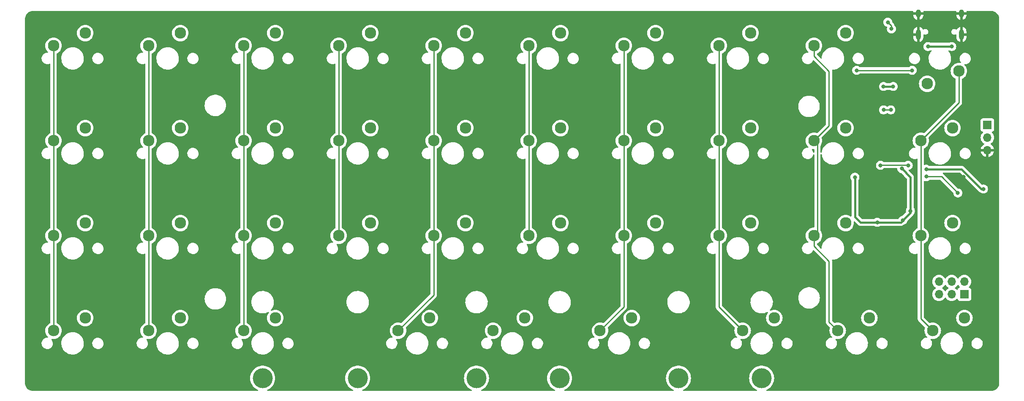
<source format=gbr>
%TF.GenerationSoftware,KiCad,Pcbnew,(7.0.0)*%
%TF.CreationDate,2023-10-03T20:22:13+02:00*%
%TF.ProjectId,qorthoz,716f7274-686f-47a2-9e6b-696361645f70,rev?*%
%TF.SameCoordinates,Original*%
%TF.FileFunction,Copper,L1,Top*%
%TF.FilePolarity,Positive*%
%FSLAX46Y46*%
G04 Gerber Fmt 4.6, Leading zero omitted, Abs format (unit mm)*
G04 Created by KiCad (PCBNEW (7.0.0)) date 2023-10-03 20:22:13*
%MOMM*%
%LPD*%
G01*
G04 APERTURE LIST*
%TA.AperFunction,ComponentPad*%
%ADD10C,2.300000*%
%TD*%
%TA.AperFunction,ComponentPad*%
%ADD11C,4.000000*%
%TD*%
%TA.AperFunction,ComponentPad*%
%ADD12O,1.000000X1.600000*%
%TD*%
%TA.AperFunction,ComponentPad*%
%ADD13O,1.000000X2.100000*%
%TD*%
%TA.AperFunction,ComponentPad*%
%ADD14R,1.700000X1.700000*%
%TD*%
%TA.AperFunction,ComponentPad*%
%ADD15O,1.700000X1.700000*%
%TD*%
%TA.AperFunction,ViaPad*%
%ADD16C,0.800000*%
%TD*%
%TA.AperFunction,Conductor*%
%ADD17C,0.250000*%
%TD*%
%TA.AperFunction,Conductor*%
%ADD18C,0.381000*%
%TD*%
G04 APERTURE END LIST*
D10*
%TO.P,MX20,1,1*%
%TO.N,COL9*%
X208121250Y-46672500D03*
%TO.P,MX20,2,2*%
%TO.N,Net-(D20-A)*%
X214471250Y-44132500D03*
%TD*%
%TO.P,MX36,1,1*%
%TO.N,COL7*%
X172402500Y-84772500D03*
%TO.P,MX36,2,2*%
%TO.N,Net-(D36-A)*%
X178752500Y-82232500D03*
%TD*%
%TO.P,MX37,1,1*%
%TO.N,COL8*%
X191452500Y-84772500D03*
%TO.P,MX37,2,2*%
%TO.N,Net-(D37-A)*%
X197802500Y-82232500D03*
%TD*%
%TO.P,MX18,1,1*%
%TO.N,COL7*%
X167640000Y-46672500D03*
%TO.P,MX18,2,2*%
%TO.N,Net-(D18-A)*%
X173990000Y-44132500D03*
%TD*%
%TO.P,MX35,1,1*%
%TO.N,COL6*%
X143827500Y-84772500D03*
%TO.P,MX35,2,2*%
%TO.N,Net-(D35-A)*%
X150177500Y-82232500D03*
%TD*%
%TO.P,MX1,1,1*%
%TO.N,COL0*%
X34290000Y-27622500D03*
%TO.P,MX1,2,2*%
%TO.N,Net-(D1-A)*%
X40640000Y-25082500D03*
%TD*%
%TO.P,MX34,1,1*%
%TO.N,COL4*%
X103346250Y-84772500D03*
%TO.P,MX34,2,2*%
%TO.N,Net-(D34-A)*%
X109696250Y-82232500D03*
%TD*%
%TO.P,MX28,1,1*%
%TO.N,COL7*%
X167640000Y-65722500D03*
%TO.P,MX28,2,2*%
%TO.N,Net-(D28-A)*%
X173990000Y-63182500D03*
%TD*%
%TO.P,MX9,1,1*%
%TO.N,COL8*%
X186690000Y-27622500D03*
%TO.P,MX9,2,2*%
%TO.N,Net-(D9-A)*%
X193040000Y-25082500D03*
%TD*%
%TO.P,MX6,1,1*%
%TO.N,COL5*%
X129540000Y-27622500D03*
%TO.P,MX6,2,2*%
%TO.N,Net-(D6-A)*%
X135890000Y-25082500D03*
%TD*%
%TO.P,MX24,1,1*%
%TO.N,COL3*%
X91440000Y-65722500D03*
%TO.P,MX24,2,2*%
%TO.N,Net-(D24-A)*%
X97790000Y-63182500D03*
%TD*%
%TO.P,MX15,1,1*%
%TO.N,COL4*%
X110490000Y-46672500D03*
%TO.P,MX15,2,2*%
%TO.N,Net-(D15-A)*%
X116840000Y-44132500D03*
%TD*%
%TO.P,MX17,1,1*%
%TO.N,COL6*%
X148590000Y-46672500D03*
%TO.P,MX17,2,2*%
%TO.N,Net-(D17-A)*%
X154940000Y-44132500D03*
%TD*%
%TO.P,MX16,1,1*%
%TO.N,COL5*%
X129540000Y-46672500D03*
%TO.P,MX16,2,2*%
%TO.N,Net-(D16-A)*%
X135890000Y-44132500D03*
%TD*%
%TO.P,MX19,1,1*%
%TO.N,COL8*%
X186690000Y-46672500D03*
%TO.P,MX19,2,2*%
%TO.N,Net-(D19-A)*%
X193040000Y-44132500D03*
%TD*%
%TO.P,MX25,1,1*%
%TO.N,COL4*%
X110490000Y-65722500D03*
%TO.P,MX25,2,2*%
%TO.N,Net-(D25-A)*%
X116840000Y-63182500D03*
%TD*%
%TO.P,MX21,1,1*%
%TO.N,COL0*%
X34290000Y-65722500D03*
%TO.P,MX21,2,2*%
%TO.N,Net-(D21-A)*%
X40640000Y-63182500D03*
%TD*%
%TO.P,MX22,1,1*%
%TO.N,COL1*%
X53340000Y-65722500D03*
%TO.P,MX22,2,2*%
%TO.N,Net-(D22-A)*%
X59690000Y-63182500D03*
%TD*%
D11*
%TO.P,S3,*%
%TO.N,*%
X176212500Y-94297500D03*
X76200000Y-94297500D03*
%TD*%
D10*
%TO.P,MX5,1,1*%
%TO.N,COL4*%
X110490000Y-27622500D03*
%TO.P,MX5,2,2*%
%TO.N,Net-(D5-A)*%
X116840000Y-25082500D03*
%TD*%
%TO.P,MX10,1,1*%
%TO.N,COL9*%
X215741250Y-32702500D03*
%TO.P,MX10,2,2*%
%TO.N,Net-(D10-A)*%
X209391250Y-35242500D03*
%TD*%
%TO.P,MX12,1,1*%
%TO.N,COL1*%
X53340000Y-46672500D03*
%TO.P,MX12,2,2*%
%TO.N,Net-(D12-A)*%
X59690000Y-44132500D03*
%TD*%
%TO.P,MX29,1,1*%
%TO.N,COL8*%
X186690000Y-65722500D03*
%TO.P,MX29,2,2*%
%TO.N,Net-(D29-A)*%
X193040000Y-63182500D03*
%TD*%
%TO.P,MX14,1,1*%
%TO.N,COL3*%
X91440000Y-46672500D03*
%TO.P,MX14,2,2*%
%TO.N,Net-(D14-A)*%
X97790000Y-44132500D03*
%TD*%
%TO.P,MX32,1,1*%
%TO.N,COL1*%
X53340000Y-84772500D03*
%TO.P,MX32,2,2*%
%TO.N,Net-(D32-A)*%
X59690000Y-82232500D03*
%TD*%
%TO.P,MX26,1,1*%
%TO.N,COL5*%
X129540000Y-65722500D03*
%TO.P,MX26,2,2*%
%TO.N,Net-(D26-A)*%
X135890000Y-63182500D03*
%TD*%
%TO.P,MX33,1,1*%
%TO.N,COL2*%
X72390000Y-84772500D03*
%TO.P,MX33,2,2*%
%TO.N,Net-(D33-A)*%
X78740000Y-82232500D03*
%TD*%
%TO.P,MX3,1,1*%
%TO.N,COL2*%
X72390000Y-27622500D03*
%TO.P,MX3,2,2*%
%TO.N,Net-(D3-A)*%
X78740000Y-25082500D03*
%TD*%
%TO.P,MX23,1,1*%
%TO.N,COL2*%
X72390000Y-65722500D03*
%TO.P,MX23,2,2*%
%TO.N,Net-(D23-A)*%
X78740000Y-63182500D03*
%TD*%
%TO.P,MX27,1,1*%
%TO.N,COL6*%
X148590000Y-65722500D03*
%TO.P,MX27,2,2*%
%TO.N,Net-(D27-A)*%
X154940000Y-63182500D03*
%TD*%
%TO.P,MX39,1,1*%
%TO.N,COL6*%
X122396250Y-84772500D03*
%TO.P,MX39,2,2*%
%TO.N,Net-(D35-A)*%
X128746250Y-82232500D03*
%TD*%
%TO.P,MX4,1,1*%
%TO.N,COL3*%
X91440000Y-27622500D03*
%TO.P,MX4,2,2*%
%TO.N,Net-(D4-A)*%
X97790000Y-25082500D03*
%TD*%
D11*
%TO.P,S2,*%
%TO.N,*%
X159543750Y-94297500D03*
X135731250Y-94297500D03*
%TD*%
D10*
%TO.P,MX8,1,1*%
%TO.N,COL7*%
X167640000Y-27622500D03*
%TO.P,MX8,2,2*%
%TO.N,Net-(D8-A)*%
X173990000Y-25082500D03*
%TD*%
%TO.P,MX13,1,1*%
%TO.N,COL2*%
X72390000Y-46672500D03*
%TO.P,MX13,2,2*%
%TO.N,Net-(D13-A)*%
X78740000Y-44132500D03*
%TD*%
%TO.P,MX31,1,1*%
%TO.N,COL0*%
X34290000Y-84772500D03*
%TO.P,MX31,2,2*%
%TO.N,Net-(D31-A)*%
X40640000Y-82232500D03*
%TD*%
%TO.P,MX38,1,1*%
%TO.N,COL9*%
X210502500Y-84772500D03*
%TO.P,MX38,2,2*%
%TO.N,Net-(D38-A)*%
X216852500Y-82232500D03*
%TD*%
%TO.P,MX7,1,1*%
%TO.N,COL6*%
X148590000Y-27622500D03*
%TO.P,MX7,2,2*%
%TO.N,Net-(D7-A)*%
X154940000Y-25082500D03*
%TD*%
%TO.P,MX2,1,1*%
%TO.N,COL1*%
X53340000Y-27622500D03*
%TO.P,MX2,2,2*%
%TO.N,Net-(D2-A)*%
X59690000Y-25082500D03*
%TD*%
%TO.P,MX11,1,1*%
%TO.N,COL0*%
X34290000Y-46672500D03*
%TO.P,MX11,2,2*%
%TO.N,Net-(D11-A)*%
X40640000Y-44132500D03*
%TD*%
%TO.P,MX30,1,1*%
%TO.N,COL9*%
X208121250Y-65722500D03*
%TO.P,MX30,2,2*%
%TO.N,Net-(D30-A)*%
X214471250Y-63182500D03*
%TD*%
D11*
%TO.P,S1,*%
%TO.N,*%
X119062500Y-94297500D03*
X95250000Y-94297500D03*
%TD*%
D12*
%TO.P,J1,S1,SHIELD*%
%TO.N,GND*%
X207611249Y-21174999D03*
D13*
X207611249Y-25354999D03*
D12*
X216251249Y-21174999D03*
D13*
X216251249Y-25354999D03*
%TD*%
D14*
%TO.P,J4,1,Pin_1*%
%TO.N,B5*%
X216837499Y-77474999D03*
D15*
%TO.P,J4,2,Pin_2*%
%TO.N,B6*%
X216837499Y-74934999D03*
%TO.P,J4,3,Pin_3*%
%TO.N,B4*%
X214297499Y-77474999D03*
%TO.P,J4,4,Pin_4*%
%TO.N,B7*%
X214297499Y-74934999D03*
%TO.P,J4,5,Pin_5*%
%TO.N,B3*%
X211757499Y-77474999D03*
%TO.P,J4,6,Pin_6*%
%TO.N,B8*%
X211757499Y-74934999D03*
%TD*%
D14*
%TO.P,J2,1,Pin_1*%
%TO.N,+5V*%
X221456249Y-43497499D03*
D15*
%TO.P,J2,2,Pin_2*%
%TO.N,RGB*%
X221456249Y-46037499D03*
%TO.P,J2,3,Pin_3*%
%TO.N,GND*%
X221456249Y-48577499D03*
%TD*%
D16*
%TO.N,ROW0*%
X206375000Y-32543750D03*
X195262500Y-32543750D03*
%TO.N,ROW1*%
X200025000Y-51593750D03*
X205581250Y-51593750D03*
%TO.N,GND*%
X171956250Y-38468361D03*
X198437500Y-30956250D03*
X207962500Y-37306250D03*
X219075000Y-27781250D03*
X216693750Y-53943750D03*
X177435381Y-36976683D03*
X204534694Y-67107427D03*
X221456250Y-50800000D03*
X200463931Y-57159079D03*
X190145181Y-53984079D03*
X204787500Y-27781250D03*
X205763431Y-44450000D03*
X200025000Y-30956250D03*
X210582118Y-60766160D03*
X211931250Y-22225000D03*
X200528197Y-67105470D03*
X198904444Y-67138835D03*
%TO.N,+5V*%
X200638000Y-35785333D03*
X202587000Y-35785333D03*
%TO.N,+3V3*%
X199376431Y-63034967D03*
X206020181Y-60749257D03*
X194907681Y-53984079D03*
X220662500Y-56356250D03*
X204505181Y-62644079D03*
X209195181Y-52396579D03*
X204301431Y-52265329D03*
%TO.N,VBUS*%
X214312500Y-27781250D03*
X209550000Y-27781250D03*
%TO.N,D_USB_P*%
X201497076Y-22903326D03*
X202213819Y-24235779D03*
%TO.N,BOOT0*%
X209223136Y-53869250D03*
X215540810Y-57155779D03*
%TO.N,D_P*%
X200651931Y-40481250D03*
X202100931Y-40481250D03*
%TD*%
D17*
%TO.N,ROW0*%
X195262500Y-32543750D02*
X206375000Y-32543750D01*
%TO.N,ROW1*%
X200025000Y-51593750D02*
X200078421Y-51540329D01*
X200078421Y-51540329D02*
X205527829Y-51540329D01*
X205527829Y-51540329D02*
X205581250Y-51593750D01*
%TO.N,COL0*%
X34290000Y-84772500D02*
X34290000Y-27622500D01*
%TO.N,COL1*%
X53340000Y-27622500D02*
X53340000Y-84772500D01*
%TO.N,COL2*%
X72390000Y-27622500D02*
X72390000Y-84772500D01*
%TO.N,COL3*%
X91440000Y-27622500D02*
X91440000Y-65722500D01*
%TO.N,COL4*%
X110490000Y-65722500D02*
X110490000Y-77628750D01*
X110490000Y-77628750D02*
X103346250Y-84772500D01*
X110490000Y-27622500D02*
X110490000Y-65722500D01*
%TO.N,COL5*%
X129540000Y-27622500D02*
X129540000Y-65722500D01*
%TO.N,COL6*%
X148590000Y-27622500D02*
X148590000Y-65722500D01*
X148590000Y-65722500D02*
X148590000Y-80010000D01*
X148590000Y-80010000D02*
X143827500Y-84772500D01*
%TO.N,COL7*%
X167640000Y-27622500D02*
X167640000Y-65722500D01*
X167640000Y-65722500D02*
X167640000Y-80010000D01*
X167640000Y-80010000D02*
X172402500Y-84772500D01*
%TO.N,COL8*%
X186689251Y-65735402D02*
X186689251Y-67815533D01*
X186689251Y-67815533D02*
X189705501Y-70831783D01*
X189705501Y-70831783D02*
X189705501Y-80962500D01*
X189705501Y-80962500D02*
X189705501Y-81769152D01*
X186690000Y-29702631D02*
X189706250Y-32718881D01*
X187392248Y-47374748D02*
X187392248Y-65020252D01*
X189705501Y-80962500D02*
X189705501Y-83025501D01*
X187392248Y-65020252D02*
X186690000Y-65722500D01*
X186690000Y-46672500D02*
X187392248Y-47374748D01*
X189705501Y-83025501D02*
X191452500Y-84772500D01*
X186690000Y-27622500D02*
X186690000Y-29702631D01*
X189706250Y-32718881D02*
X189706250Y-43656250D01*
X189706250Y-43656250D02*
X186690000Y-46672500D01*
%TO.N,COL9*%
X215741250Y-39052500D02*
X208121250Y-46672500D01*
X208121250Y-46672500D02*
X208121250Y-65722500D01*
X208121250Y-82391250D02*
X210502500Y-84772500D01*
X208121250Y-65722500D02*
X208121250Y-82391250D01*
X215741250Y-32702500D02*
X215741250Y-39052500D01*
D18*
%TO.N,+5V*%
X200638000Y-35785333D02*
X202587000Y-35785333D01*
%TO.N,+3V3*%
X206020181Y-60749257D02*
X206020181Y-53984079D01*
X209195181Y-52396579D02*
X216264515Y-52396579D01*
X196021069Y-63034967D02*
X194907681Y-61921579D01*
X204505181Y-62644079D02*
X206020181Y-61129079D01*
X204114293Y-63034967D02*
X204505181Y-62644079D01*
X220224186Y-56356250D02*
X220662500Y-56356250D01*
X199376431Y-63034967D02*
X196021069Y-63034967D01*
X206020181Y-53984079D02*
X204301431Y-52265329D01*
X216264515Y-52396579D02*
X220224186Y-56356250D01*
X199376431Y-63034967D02*
X204114293Y-63034967D01*
X206020181Y-61129079D02*
X206020181Y-60749257D01*
X194907681Y-61921579D02*
X194907681Y-53984079D01*
%TO.N,VBUS*%
X214312500Y-27781250D02*
X214259350Y-27728100D01*
X209603150Y-27728100D02*
X209550000Y-27781250D01*
X214259350Y-27728100D02*
X209603150Y-27728100D01*
D17*
%TO.N,D_USB_P*%
X202213819Y-23620069D02*
X202213819Y-24235779D01*
X201497076Y-22903326D02*
X202213819Y-23620069D01*
%TO.N,BOOT0*%
X212254281Y-53869250D02*
X215540810Y-57155779D01*
X209223136Y-53869250D02*
X212254281Y-53869250D01*
%TO.N,D_P*%
X200651931Y-40481250D02*
X202100931Y-40481250D01*
%TD*%
%TA.AperFunction,Conductor*%
%TO.N,GND*%
G36*
X206553991Y-20656768D02*
G01*
X206599727Y-20707390D01*
X206611764Y-20774544D01*
X206611250Y-20779599D01*
X206611250Y-20908674D01*
X206614700Y-20921549D01*
X206627576Y-20925000D01*
X208594924Y-20925000D01*
X208607799Y-20921549D01*
X208611250Y-20908674D01*
X208611250Y-20827430D01*
X208610932Y-20821161D01*
X208606192Y-20774544D01*
X208618229Y-20707391D01*
X208663965Y-20656768D01*
X208729556Y-20638000D01*
X215128400Y-20638000D01*
X215193991Y-20656768D01*
X215239727Y-20707390D01*
X215251764Y-20774544D01*
X215251250Y-20779599D01*
X215251250Y-20908674D01*
X215254700Y-20921549D01*
X215267576Y-20925000D01*
X217234924Y-20925000D01*
X217247799Y-20921549D01*
X217251250Y-20908674D01*
X217251250Y-20827430D01*
X217250932Y-20821161D01*
X217246192Y-20774544D01*
X217258229Y-20707391D01*
X217303965Y-20656768D01*
X217369556Y-20638000D01*
X222245574Y-20638000D01*
X222254418Y-20638316D01*
X222319477Y-20642969D01*
X222319804Y-20642993D01*
X222475552Y-20655251D01*
X222492162Y-20657700D01*
X222585858Y-20678083D01*
X222588205Y-20678619D01*
X222708463Y-20707491D01*
X222722825Y-20711876D01*
X222818421Y-20747531D01*
X222822476Y-20749127D01*
X222896043Y-20779599D01*
X222930897Y-20794036D01*
X222942864Y-20799761D01*
X223034539Y-20849819D01*
X223039795Y-20852862D01*
X223137898Y-20912980D01*
X223147405Y-20919431D01*
X223231816Y-20982620D01*
X223238011Y-20987576D01*
X223324800Y-21061701D01*
X223331949Y-21068310D01*
X223406688Y-21143049D01*
X223413297Y-21150198D01*
X223487411Y-21236974D01*
X223492389Y-21243196D01*
X223555566Y-21327592D01*
X223562025Y-21337111D01*
X223622122Y-21435180D01*
X223625194Y-21440486D01*
X223655474Y-21495940D01*
X223675234Y-21532128D01*
X223680962Y-21544101D01*
X223725855Y-21652481D01*
X223727476Y-21656601D01*
X223763120Y-21752167D01*
X223767512Y-21766552D01*
X223796349Y-21886665D01*
X223796941Y-21889255D01*
X223817296Y-21982827D01*
X223819748Y-21999456D01*
X223831989Y-22154984D01*
X223832055Y-22155866D01*
X223836684Y-22220582D01*
X223837000Y-22229429D01*
X223837000Y-95245571D01*
X223836684Y-95254418D01*
X223832055Y-95319132D01*
X223831989Y-95320014D01*
X223819748Y-95475542D01*
X223817296Y-95492171D01*
X223796941Y-95585743D01*
X223796349Y-95588333D01*
X223767512Y-95708446D01*
X223763120Y-95722831D01*
X223727476Y-95818397D01*
X223725855Y-95822517D01*
X223680962Y-95930897D01*
X223675234Y-95942870D01*
X223625209Y-96034486D01*
X223622103Y-96039851D01*
X223562025Y-96137887D01*
X223555566Y-96147406D01*
X223492389Y-96231802D01*
X223487411Y-96238024D01*
X223413297Y-96324800D01*
X223406688Y-96331949D01*
X223331949Y-96406688D01*
X223324800Y-96413297D01*
X223238024Y-96487411D01*
X223231802Y-96492389D01*
X223147406Y-96555566D01*
X223137887Y-96562025D01*
X223039851Y-96622103D01*
X223034486Y-96625209D01*
X222942870Y-96675234D01*
X222930897Y-96680962D01*
X222822517Y-96725855D01*
X222818397Y-96727476D01*
X222722831Y-96763120D01*
X222708446Y-96767512D01*
X222588333Y-96796349D01*
X222585743Y-96796941D01*
X222492171Y-96817296D01*
X222475542Y-96819748D01*
X222320014Y-96831989D01*
X222319132Y-96832055D01*
X222254418Y-96836684D01*
X222245571Y-96837000D01*
X177241024Y-96837000D01*
X177175902Y-96818523D01*
X177130188Y-96768600D01*
X177117503Y-96702106D01*
X177141630Y-96638860D01*
X177195377Y-96597708D01*
X177227299Y-96585069D01*
X177279266Y-96564494D01*
X177554984Y-96412916D01*
X177809530Y-96227978D01*
X178038890Y-96012594D01*
X178239447Y-95770163D01*
X178408037Y-95504507D01*
X178542003Y-95219815D01*
X178639231Y-94920579D01*
X178698188Y-94611515D01*
X178717944Y-94297500D01*
X178698188Y-93983485D01*
X178639231Y-93674421D01*
X178542003Y-93375185D01*
X178408037Y-93090493D01*
X178239447Y-92824837D01*
X178038890Y-92582406D01*
X177809530Y-92367022D01*
X177554984Y-92182084D01*
X177551581Y-92180213D01*
X177551576Y-92180210D01*
X177282683Y-92032384D01*
X177282676Y-92032380D01*
X177279266Y-92030506D01*
X177275640Y-92029070D01*
X177275635Y-92029068D01*
X176990347Y-91916115D01*
X176990346Y-91916114D01*
X176986725Y-91914681D01*
X176982955Y-91913713D01*
X176982952Y-91913712D01*
X176685756Y-91837405D01*
X176685751Y-91837404D01*
X176681973Y-91836434D01*
X176678102Y-91835945D01*
X176678097Y-91835944D01*
X176373684Y-91797488D01*
X176373677Y-91797487D01*
X176369818Y-91797000D01*
X176055182Y-91797000D01*
X176051323Y-91797487D01*
X176051315Y-91797488D01*
X175746902Y-91835944D01*
X175746894Y-91835945D01*
X175743027Y-91836434D01*
X175739251Y-91837403D01*
X175739243Y-91837405D01*
X175442047Y-91913712D01*
X175442039Y-91913714D01*
X175438275Y-91914681D01*
X175434658Y-91916112D01*
X175434652Y-91916115D01*
X175149364Y-92029068D01*
X175149353Y-92029072D01*
X175145734Y-92030506D01*
X175142329Y-92032377D01*
X175142316Y-92032384D01*
X174873423Y-92180210D01*
X174873411Y-92180217D01*
X174870016Y-92182084D01*
X174866872Y-92184367D01*
X174866866Y-92184372D01*
X174618626Y-92364728D01*
X174618615Y-92364736D01*
X174615470Y-92367022D01*
X174612635Y-92369683D01*
X174612628Y-92369690D01*
X174388947Y-92579741D01*
X174388940Y-92579748D01*
X174386110Y-92582406D01*
X174383635Y-92585397D01*
X174383631Y-92585402D01*
X174188036Y-92821834D01*
X174188026Y-92821846D01*
X174185553Y-92824837D01*
X174183471Y-92828116D01*
X174183462Y-92828130D01*
X174019048Y-93087206D01*
X174019041Y-93087217D01*
X174016963Y-93090493D01*
X174015310Y-93094004D01*
X174015307Y-93094011D01*
X173884653Y-93371665D01*
X173882997Y-93375185D01*
X173785769Y-93674421D01*
X173785040Y-93678241D01*
X173785038Y-93678250D01*
X173727541Y-93979658D01*
X173727538Y-93979674D01*
X173726812Y-93983485D01*
X173707056Y-94297500D01*
X173726812Y-94611515D01*
X173727539Y-94615327D01*
X173727541Y-94615341D01*
X173785038Y-94916749D01*
X173785769Y-94920579D01*
X173882997Y-95219815D01*
X174016963Y-95504507D01*
X174019045Y-95507788D01*
X174019048Y-95507793D01*
X174183462Y-95766869D01*
X174183466Y-95766875D01*
X174185553Y-95770163D01*
X174188032Y-95773160D01*
X174188036Y-95773165D01*
X174228830Y-95822476D01*
X174386110Y-96012594D01*
X174615470Y-96227978D01*
X174870016Y-96412916D01*
X175145734Y-96564494D01*
X175197701Y-96585069D01*
X175229623Y-96597708D01*
X175283370Y-96638860D01*
X175307497Y-96702106D01*
X175294812Y-96768600D01*
X175249098Y-96818523D01*
X175183976Y-96837000D01*
X160572274Y-96837000D01*
X160507152Y-96818523D01*
X160461438Y-96768600D01*
X160448753Y-96702106D01*
X160472880Y-96638860D01*
X160526627Y-96597708D01*
X160558549Y-96585069D01*
X160610516Y-96564494D01*
X160886234Y-96412916D01*
X161140780Y-96227978D01*
X161370140Y-96012594D01*
X161570697Y-95770163D01*
X161739287Y-95504507D01*
X161873253Y-95219815D01*
X161970481Y-94920579D01*
X162029438Y-94611515D01*
X162049194Y-94297500D01*
X162029438Y-93983485D01*
X161970481Y-93674421D01*
X161873253Y-93375185D01*
X161739287Y-93090493D01*
X161570697Y-92824837D01*
X161370140Y-92582406D01*
X161140780Y-92367022D01*
X160886234Y-92182084D01*
X160882831Y-92180213D01*
X160882826Y-92180210D01*
X160613933Y-92032384D01*
X160613926Y-92032380D01*
X160610516Y-92030506D01*
X160606890Y-92029070D01*
X160606885Y-92029068D01*
X160321597Y-91916115D01*
X160321596Y-91916114D01*
X160317975Y-91914681D01*
X160314205Y-91913713D01*
X160314202Y-91913712D01*
X160017006Y-91837405D01*
X160017001Y-91837404D01*
X160013223Y-91836434D01*
X160009352Y-91835945D01*
X160009347Y-91835944D01*
X159704934Y-91797488D01*
X159704927Y-91797487D01*
X159701068Y-91797000D01*
X159386432Y-91797000D01*
X159382573Y-91797487D01*
X159382565Y-91797488D01*
X159078152Y-91835944D01*
X159078144Y-91835945D01*
X159074277Y-91836434D01*
X159070501Y-91837403D01*
X159070493Y-91837405D01*
X158773297Y-91913712D01*
X158773289Y-91913714D01*
X158769525Y-91914681D01*
X158765908Y-91916112D01*
X158765902Y-91916115D01*
X158480614Y-92029068D01*
X158480603Y-92029072D01*
X158476984Y-92030506D01*
X158473579Y-92032377D01*
X158473566Y-92032384D01*
X158204673Y-92180210D01*
X158204661Y-92180217D01*
X158201266Y-92182084D01*
X158198122Y-92184367D01*
X158198116Y-92184372D01*
X157949876Y-92364728D01*
X157949865Y-92364736D01*
X157946720Y-92367022D01*
X157943885Y-92369683D01*
X157943878Y-92369690D01*
X157720197Y-92579741D01*
X157720190Y-92579748D01*
X157717360Y-92582406D01*
X157714885Y-92585397D01*
X157714881Y-92585402D01*
X157519286Y-92821834D01*
X157519276Y-92821846D01*
X157516803Y-92824837D01*
X157514721Y-92828116D01*
X157514712Y-92828130D01*
X157350298Y-93087206D01*
X157350291Y-93087217D01*
X157348213Y-93090493D01*
X157346560Y-93094004D01*
X157346557Y-93094011D01*
X157215903Y-93371665D01*
X157214247Y-93375185D01*
X157117019Y-93674421D01*
X157116290Y-93678241D01*
X157116288Y-93678250D01*
X157058791Y-93979658D01*
X157058788Y-93979674D01*
X157058062Y-93983485D01*
X157038306Y-94297500D01*
X157058062Y-94611515D01*
X157058789Y-94615327D01*
X157058791Y-94615341D01*
X157116288Y-94916749D01*
X157117019Y-94920579D01*
X157214247Y-95219815D01*
X157348213Y-95504507D01*
X157350295Y-95507788D01*
X157350298Y-95507793D01*
X157514712Y-95766869D01*
X157514716Y-95766875D01*
X157516803Y-95770163D01*
X157519282Y-95773160D01*
X157519286Y-95773165D01*
X157560080Y-95822476D01*
X157717360Y-96012594D01*
X157946720Y-96227978D01*
X158201266Y-96412916D01*
X158476984Y-96564494D01*
X158528951Y-96585069D01*
X158560873Y-96597708D01*
X158614620Y-96638860D01*
X158638747Y-96702106D01*
X158626062Y-96768600D01*
X158580348Y-96818523D01*
X158515226Y-96837000D01*
X136759774Y-96837000D01*
X136694652Y-96818523D01*
X136648938Y-96768600D01*
X136636253Y-96702106D01*
X136660380Y-96638860D01*
X136714127Y-96597708D01*
X136746049Y-96585069D01*
X136798016Y-96564494D01*
X137073734Y-96412916D01*
X137328280Y-96227978D01*
X137557640Y-96012594D01*
X137758197Y-95770163D01*
X137926787Y-95504507D01*
X138060753Y-95219815D01*
X138157981Y-94920579D01*
X138216938Y-94611515D01*
X138236694Y-94297500D01*
X138216938Y-93983485D01*
X138157981Y-93674421D01*
X138060753Y-93375185D01*
X137926787Y-93090493D01*
X137758197Y-92824837D01*
X137557640Y-92582406D01*
X137328280Y-92367022D01*
X137073734Y-92182084D01*
X137070331Y-92180213D01*
X137070326Y-92180210D01*
X136801433Y-92032384D01*
X136801426Y-92032380D01*
X136798016Y-92030506D01*
X136794390Y-92029070D01*
X136794385Y-92029068D01*
X136509097Y-91916115D01*
X136509096Y-91916114D01*
X136505475Y-91914681D01*
X136501705Y-91913713D01*
X136501702Y-91913712D01*
X136204506Y-91837405D01*
X136204501Y-91837404D01*
X136200723Y-91836434D01*
X136196852Y-91835945D01*
X136196847Y-91835944D01*
X135892434Y-91797488D01*
X135892427Y-91797487D01*
X135888568Y-91797000D01*
X135573932Y-91797000D01*
X135570073Y-91797487D01*
X135570065Y-91797488D01*
X135265652Y-91835944D01*
X135265644Y-91835945D01*
X135261777Y-91836434D01*
X135258001Y-91837403D01*
X135257993Y-91837405D01*
X134960797Y-91913712D01*
X134960789Y-91913714D01*
X134957025Y-91914681D01*
X134953408Y-91916112D01*
X134953402Y-91916115D01*
X134668114Y-92029068D01*
X134668103Y-92029072D01*
X134664484Y-92030506D01*
X134661079Y-92032377D01*
X134661066Y-92032384D01*
X134392173Y-92180210D01*
X134392161Y-92180217D01*
X134388766Y-92182084D01*
X134385622Y-92184367D01*
X134385616Y-92184372D01*
X134137376Y-92364728D01*
X134137365Y-92364736D01*
X134134220Y-92367022D01*
X134131385Y-92369683D01*
X134131378Y-92369690D01*
X133907697Y-92579741D01*
X133907690Y-92579748D01*
X133904860Y-92582406D01*
X133902385Y-92585397D01*
X133902381Y-92585402D01*
X133706786Y-92821834D01*
X133706776Y-92821846D01*
X133704303Y-92824837D01*
X133702221Y-92828116D01*
X133702212Y-92828130D01*
X133537798Y-93087206D01*
X133537791Y-93087217D01*
X133535713Y-93090493D01*
X133534060Y-93094004D01*
X133534057Y-93094011D01*
X133403403Y-93371665D01*
X133401747Y-93375185D01*
X133304519Y-93674421D01*
X133303790Y-93678241D01*
X133303788Y-93678250D01*
X133246291Y-93979658D01*
X133246288Y-93979674D01*
X133245562Y-93983485D01*
X133225806Y-94297500D01*
X133245562Y-94611515D01*
X133246289Y-94615327D01*
X133246291Y-94615341D01*
X133303788Y-94916749D01*
X133304519Y-94920579D01*
X133401747Y-95219815D01*
X133535713Y-95504507D01*
X133537795Y-95507788D01*
X133537798Y-95507793D01*
X133702212Y-95766869D01*
X133702216Y-95766875D01*
X133704303Y-95770163D01*
X133706782Y-95773160D01*
X133706786Y-95773165D01*
X133747580Y-95822476D01*
X133904860Y-96012594D01*
X134134220Y-96227978D01*
X134388766Y-96412916D01*
X134664484Y-96564494D01*
X134716451Y-96585069D01*
X134748373Y-96597708D01*
X134802120Y-96638860D01*
X134826247Y-96702106D01*
X134813562Y-96768600D01*
X134767848Y-96818523D01*
X134702726Y-96837000D01*
X120091024Y-96837000D01*
X120025902Y-96818523D01*
X119980188Y-96768600D01*
X119967503Y-96702106D01*
X119991630Y-96638860D01*
X120045377Y-96597708D01*
X120077299Y-96585069D01*
X120129266Y-96564494D01*
X120404984Y-96412916D01*
X120659530Y-96227978D01*
X120888890Y-96012594D01*
X121089447Y-95770163D01*
X121258037Y-95504507D01*
X121392003Y-95219815D01*
X121489231Y-94920579D01*
X121548188Y-94611515D01*
X121567944Y-94297500D01*
X121548188Y-93983485D01*
X121489231Y-93674421D01*
X121392003Y-93375185D01*
X121258037Y-93090493D01*
X121089447Y-92824837D01*
X120888890Y-92582406D01*
X120659530Y-92367022D01*
X120404984Y-92182084D01*
X120401581Y-92180213D01*
X120401576Y-92180210D01*
X120132683Y-92032384D01*
X120132676Y-92032380D01*
X120129266Y-92030506D01*
X120125640Y-92029070D01*
X120125635Y-92029068D01*
X119840347Y-91916115D01*
X119840346Y-91916114D01*
X119836725Y-91914681D01*
X119832955Y-91913713D01*
X119832952Y-91913712D01*
X119535756Y-91837405D01*
X119535751Y-91837404D01*
X119531973Y-91836434D01*
X119528102Y-91835945D01*
X119528097Y-91835944D01*
X119223684Y-91797488D01*
X119223677Y-91797487D01*
X119219818Y-91797000D01*
X118905182Y-91797000D01*
X118901323Y-91797487D01*
X118901315Y-91797488D01*
X118596902Y-91835944D01*
X118596894Y-91835945D01*
X118593027Y-91836434D01*
X118589251Y-91837403D01*
X118589243Y-91837405D01*
X118292047Y-91913712D01*
X118292039Y-91913714D01*
X118288275Y-91914681D01*
X118284658Y-91916112D01*
X118284652Y-91916115D01*
X117999364Y-92029068D01*
X117999353Y-92029072D01*
X117995734Y-92030506D01*
X117992329Y-92032377D01*
X117992316Y-92032384D01*
X117723423Y-92180210D01*
X117723411Y-92180217D01*
X117720016Y-92182084D01*
X117716872Y-92184367D01*
X117716866Y-92184372D01*
X117468626Y-92364728D01*
X117468615Y-92364736D01*
X117465470Y-92367022D01*
X117462635Y-92369683D01*
X117462628Y-92369690D01*
X117238947Y-92579741D01*
X117238940Y-92579748D01*
X117236110Y-92582406D01*
X117233635Y-92585397D01*
X117233631Y-92585402D01*
X117038036Y-92821834D01*
X117038026Y-92821846D01*
X117035553Y-92824837D01*
X117033471Y-92828116D01*
X117033462Y-92828130D01*
X116869048Y-93087206D01*
X116869041Y-93087217D01*
X116866963Y-93090493D01*
X116865310Y-93094004D01*
X116865307Y-93094011D01*
X116734653Y-93371665D01*
X116732997Y-93375185D01*
X116635769Y-93674421D01*
X116635040Y-93678241D01*
X116635038Y-93678250D01*
X116577541Y-93979658D01*
X116577538Y-93979674D01*
X116576812Y-93983485D01*
X116557056Y-94297500D01*
X116576812Y-94611515D01*
X116577539Y-94615327D01*
X116577541Y-94615341D01*
X116635038Y-94916749D01*
X116635769Y-94920579D01*
X116732997Y-95219815D01*
X116866963Y-95504507D01*
X116869045Y-95507788D01*
X116869048Y-95507793D01*
X117033462Y-95766869D01*
X117033466Y-95766875D01*
X117035553Y-95770163D01*
X117038032Y-95773160D01*
X117038036Y-95773165D01*
X117078830Y-95822476D01*
X117236110Y-96012594D01*
X117465470Y-96227978D01*
X117720016Y-96412916D01*
X117995734Y-96564494D01*
X118047701Y-96585069D01*
X118079623Y-96597708D01*
X118133370Y-96638860D01*
X118157497Y-96702106D01*
X118144812Y-96768600D01*
X118099098Y-96818523D01*
X118033976Y-96837000D01*
X96278524Y-96837000D01*
X96213402Y-96818523D01*
X96167688Y-96768600D01*
X96155003Y-96702106D01*
X96179130Y-96638860D01*
X96232877Y-96597708D01*
X96264799Y-96585069D01*
X96316766Y-96564494D01*
X96592484Y-96412916D01*
X96847030Y-96227978D01*
X97076390Y-96012594D01*
X97276947Y-95770163D01*
X97445537Y-95504507D01*
X97579503Y-95219815D01*
X97676731Y-94920579D01*
X97735688Y-94611515D01*
X97755444Y-94297500D01*
X97735688Y-93983485D01*
X97676731Y-93674421D01*
X97579503Y-93375185D01*
X97445537Y-93090493D01*
X97276947Y-92824837D01*
X97076390Y-92582406D01*
X96847030Y-92367022D01*
X96592484Y-92182084D01*
X96589081Y-92180213D01*
X96589076Y-92180210D01*
X96320183Y-92032384D01*
X96320176Y-92032380D01*
X96316766Y-92030506D01*
X96313140Y-92029070D01*
X96313135Y-92029068D01*
X96027847Y-91916115D01*
X96027846Y-91916114D01*
X96024225Y-91914681D01*
X96020455Y-91913713D01*
X96020452Y-91913712D01*
X95723256Y-91837405D01*
X95723251Y-91837404D01*
X95719473Y-91836434D01*
X95715602Y-91835945D01*
X95715597Y-91835944D01*
X95411184Y-91797488D01*
X95411177Y-91797487D01*
X95407318Y-91797000D01*
X95092682Y-91797000D01*
X95088823Y-91797487D01*
X95088815Y-91797488D01*
X94784402Y-91835944D01*
X94784394Y-91835945D01*
X94780527Y-91836434D01*
X94776751Y-91837403D01*
X94776743Y-91837405D01*
X94479547Y-91913712D01*
X94479539Y-91913714D01*
X94475775Y-91914681D01*
X94472158Y-91916112D01*
X94472152Y-91916115D01*
X94186864Y-92029068D01*
X94186853Y-92029072D01*
X94183234Y-92030506D01*
X94179829Y-92032377D01*
X94179816Y-92032384D01*
X93910923Y-92180210D01*
X93910911Y-92180217D01*
X93907516Y-92182084D01*
X93904372Y-92184367D01*
X93904366Y-92184372D01*
X93656126Y-92364728D01*
X93656115Y-92364736D01*
X93652970Y-92367022D01*
X93650135Y-92369683D01*
X93650128Y-92369690D01*
X93426447Y-92579741D01*
X93426440Y-92579748D01*
X93423610Y-92582406D01*
X93421135Y-92585397D01*
X93421131Y-92585402D01*
X93225536Y-92821834D01*
X93225526Y-92821846D01*
X93223053Y-92824837D01*
X93220971Y-92828116D01*
X93220962Y-92828130D01*
X93056548Y-93087206D01*
X93056541Y-93087217D01*
X93054463Y-93090493D01*
X93052810Y-93094004D01*
X93052807Y-93094011D01*
X92922153Y-93371665D01*
X92920497Y-93375185D01*
X92823269Y-93674421D01*
X92822540Y-93678241D01*
X92822538Y-93678250D01*
X92765041Y-93979658D01*
X92765038Y-93979674D01*
X92764312Y-93983485D01*
X92744556Y-94297500D01*
X92764312Y-94611515D01*
X92765039Y-94615327D01*
X92765041Y-94615341D01*
X92822538Y-94916749D01*
X92823269Y-94920579D01*
X92920497Y-95219815D01*
X93054463Y-95504507D01*
X93056545Y-95507788D01*
X93056548Y-95507793D01*
X93220962Y-95766869D01*
X93220966Y-95766875D01*
X93223053Y-95770163D01*
X93225532Y-95773160D01*
X93225536Y-95773165D01*
X93266330Y-95822476D01*
X93423610Y-96012594D01*
X93652970Y-96227978D01*
X93907516Y-96412916D01*
X94183234Y-96564494D01*
X94235201Y-96585069D01*
X94267123Y-96597708D01*
X94320870Y-96638860D01*
X94344997Y-96702106D01*
X94332312Y-96768600D01*
X94286598Y-96818523D01*
X94221476Y-96837000D01*
X77228524Y-96837000D01*
X77163402Y-96818523D01*
X77117688Y-96768600D01*
X77105003Y-96702106D01*
X77129130Y-96638860D01*
X77182877Y-96597708D01*
X77214799Y-96585069D01*
X77266766Y-96564494D01*
X77542484Y-96412916D01*
X77797030Y-96227978D01*
X78026390Y-96012594D01*
X78226947Y-95770163D01*
X78395537Y-95504507D01*
X78529503Y-95219815D01*
X78626731Y-94920579D01*
X78685688Y-94611515D01*
X78705444Y-94297500D01*
X78685688Y-93983485D01*
X78626731Y-93674421D01*
X78529503Y-93375185D01*
X78395537Y-93090493D01*
X78226947Y-92824837D01*
X78026390Y-92582406D01*
X77797030Y-92367022D01*
X77542484Y-92182084D01*
X77539081Y-92180213D01*
X77539076Y-92180210D01*
X77270183Y-92032384D01*
X77270176Y-92032380D01*
X77266766Y-92030506D01*
X77263140Y-92029070D01*
X77263135Y-92029068D01*
X76977847Y-91916115D01*
X76977846Y-91916114D01*
X76974225Y-91914681D01*
X76970455Y-91913713D01*
X76970452Y-91913712D01*
X76673256Y-91837405D01*
X76673251Y-91837404D01*
X76669473Y-91836434D01*
X76665602Y-91835945D01*
X76665597Y-91835944D01*
X76361184Y-91797488D01*
X76361177Y-91797487D01*
X76357318Y-91797000D01*
X76042682Y-91797000D01*
X76038823Y-91797487D01*
X76038815Y-91797488D01*
X75734402Y-91835944D01*
X75734394Y-91835945D01*
X75730527Y-91836434D01*
X75726751Y-91837403D01*
X75726743Y-91837405D01*
X75429547Y-91913712D01*
X75429539Y-91913714D01*
X75425775Y-91914681D01*
X75422158Y-91916112D01*
X75422152Y-91916115D01*
X75136864Y-92029068D01*
X75136853Y-92029072D01*
X75133234Y-92030506D01*
X75129829Y-92032377D01*
X75129816Y-92032384D01*
X74860923Y-92180210D01*
X74860911Y-92180217D01*
X74857516Y-92182084D01*
X74854372Y-92184367D01*
X74854366Y-92184372D01*
X74606126Y-92364728D01*
X74606115Y-92364736D01*
X74602970Y-92367022D01*
X74600135Y-92369683D01*
X74600128Y-92369690D01*
X74376447Y-92579741D01*
X74376440Y-92579748D01*
X74373610Y-92582406D01*
X74371135Y-92585397D01*
X74371131Y-92585402D01*
X74175536Y-92821834D01*
X74175526Y-92821846D01*
X74173053Y-92824837D01*
X74170971Y-92828116D01*
X74170962Y-92828130D01*
X74006548Y-93087206D01*
X74006541Y-93087217D01*
X74004463Y-93090493D01*
X74002810Y-93094004D01*
X74002807Y-93094011D01*
X73872153Y-93371665D01*
X73870497Y-93375185D01*
X73773269Y-93674421D01*
X73772540Y-93678241D01*
X73772538Y-93678250D01*
X73715041Y-93979658D01*
X73715038Y-93979674D01*
X73714312Y-93983485D01*
X73694556Y-94297500D01*
X73714312Y-94611515D01*
X73715039Y-94615327D01*
X73715041Y-94615341D01*
X73772538Y-94916749D01*
X73773269Y-94920579D01*
X73870497Y-95219815D01*
X74004463Y-95504507D01*
X74006545Y-95507788D01*
X74006548Y-95507793D01*
X74170962Y-95766869D01*
X74170966Y-95766875D01*
X74173053Y-95770163D01*
X74175532Y-95773160D01*
X74175536Y-95773165D01*
X74216330Y-95822476D01*
X74373610Y-96012594D01*
X74602970Y-96227978D01*
X74857516Y-96412916D01*
X75133234Y-96564494D01*
X75185201Y-96585069D01*
X75217123Y-96597708D01*
X75270870Y-96638860D01*
X75294997Y-96702106D01*
X75282312Y-96768600D01*
X75236598Y-96818523D01*
X75171476Y-96837000D01*
X30166929Y-96837000D01*
X30158082Y-96836684D01*
X30093366Y-96832055D01*
X30092484Y-96831989D01*
X29936956Y-96819748D01*
X29920327Y-96817296D01*
X29826755Y-96796941D01*
X29824165Y-96796349D01*
X29704052Y-96767512D01*
X29689667Y-96763120D01*
X29594101Y-96727476D01*
X29589981Y-96725855D01*
X29481601Y-96680962D01*
X29469628Y-96675234D01*
X29433440Y-96655474D01*
X29377986Y-96625194D01*
X29372680Y-96622122D01*
X29274611Y-96562025D01*
X29265092Y-96555566D01*
X29180696Y-96492389D01*
X29174474Y-96487411D01*
X29087698Y-96413297D01*
X29080549Y-96406688D01*
X29005810Y-96331949D01*
X28999201Y-96324800D01*
X28925076Y-96238011D01*
X28920120Y-96231816D01*
X28856931Y-96147405D01*
X28850480Y-96137898D01*
X28790362Y-96039795D01*
X28787319Y-96034539D01*
X28737261Y-95942864D01*
X28731536Y-95930897D01*
X28686627Y-95822476D01*
X28685031Y-95818421D01*
X28649376Y-95722825D01*
X28644991Y-95708463D01*
X28616119Y-95588205D01*
X28615583Y-95585858D01*
X28595200Y-95492162D01*
X28592751Y-95475552D01*
X28580493Y-95319804D01*
X28580444Y-95319132D01*
X28575816Y-95254418D01*
X28575500Y-95245574D01*
X28575500Y-87258703D01*
X31890661Y-87258703D01*
X31890941Y-87264587D01*
X31890941Y-87264594D01*
X31900607Y-87467506D01*
X31900888Y-87473404D01*
X31902279Y-87479141D01*
X31902280Y-87479142D01*
X31917465Y-87541738D01*
X31951563Y-87682290D01*
X31954016Y-87687661D01*
X31954018Y-87687667D01*
X31994629Y-87776592D01*
X32040854Y-87877810D01*
X32044276Y-87882615D01*
X32044278Y-87882619D01*
X32162109Y-88048090D01*
X32162112Y-88048093D01*
X32165534Y-88052899D01*
X32321097Y-88201227D01*
X32326065Y-88204420D01*
X32326068Y-88204422D01*
X32418210Y-88263638D01*
X32501920Y-88317435D01*
X32507403Y-88319630D01*
X32507405Y-88319631D01*
X32682619Y-88389776D01*
X32701468Y-88397322D01*
X32912528Y-88438000D01*
X33070664Y-88438000D01*
X33073618Y-88438000D01*
X33233971Y-88422688D01*
X33440209Y-88362131D01*
X33631259Y-88263638D01*
X33800217Y-88130768D01*
X33940976Y-87968324D01*
X34048448Y-87782177D01*
X34118750Y-87579054D01*
X34146267Y-87387664D01*
X35851833Y-87387664D01*
X35852247Y-87391785D01*
X35852248Y-87391796D01*
X35867333Y-87541738D01*
X35881911Y-87686645D01*
X35882871Y-87690673D01*
X35882873Y-87690685D01*
X35947819Y-87963209D01*
X35951570Y-87978949D01*
X35953060Y-87982818D01*
X35953062Y-87982824D01*
X36004740Y-88117002D01*
X36059569Y-88259360D01*
X36061553Y-88262981D01*
X36061559Y-88262993D01*
X36157312Y-88437719D01*
X36203979Y-88522875D01*
X36206435Y-88526208D01*
X36206438Y-88526213D01*
X36379762Y-88761450D01*
X36382223Y-88764790D01*
X36591121Y-88980789D01*
X36714026Y-89077846D01*
X36823691Y-89164448D01*
X36823695Y-89164450D01*
X36826946Y-89167018D01*
X37085487Y-89320152D01*
X37089291Y-89321765D01*
X37089295Y-89321767D01*
X37194190Y-89366246D01*
X37362133Y-89437460D01*
X37651946Y-89516848D01*
X37949755Y-89556900D01*
X38172951Y-89556900D01*
X38175033Y-89556900D01*
X38399819Y-89541852D01*
X38694287Y-89481999D01*
X38978151Y-89383431D01*
X39246343Y-89247907D01*
X39494080Y-89077846D01*
X39716939Y-88876282D01*
X39910943Y-88646812D01*
X40072631Y-88393532D01*
X40199118Y-88120960D01*
X40288146Y-87833962D01*
X40338126Y-87537658D01*
X40347453Y-87258703D01*
X42050661Y-87258703D01*
X42050941Y-87264587D01*
X42050941Y-87264594D01*
X42060607Y-87467506D01*
X42060888Y-87473404D01*
X42062279Y-87479141D01*
X42062280Y-87479142D01*
X42077465Y-87541738D01*
X42111563Y-87682290D01*
X42114016Y-87687661D01*
X42114018Y-87687667D01*
X42154629Y-87776592D01*
X42200854Y-87877810D01*
X42204276Y-87882615D01*
X42204278Y-87882619D01*
X42322109Y-88048090D01*
X42322112Y-88048093D01*
X42325534Y-88052899D01*
X42481097Y-88201227D01*
X42486065Y-88204420D01*
X42486068Y-88204422D01*
X42578210Y-88263638D01*
X42661920Y-88317435D01*
X42667403Y-88319630D01*
X42667405Y-88319631D01*
X42842619Y-88389776D01*
X42861468Y-88397322D01*
X43072528Y-88438000D01*
X43230664Y-88438000D01*
X43233618Y-88438000D01*
X43393971Y-88422688D01*
X43600209Y-88362131D01*
X43791259Y-88263638D01*
X43960217Y-88130768D01*
X44100976Y-87968324D01*
X44208448Y-87782177D01*
X44278750Y-87579054D01*
X44309339Y-87366297D01*
X44304214Y-87258703D01*
X50940661Y-87258703D01*
X50940941Y-87264587D01*
X50940941Y-87264594D01*
X50950607Y-87467506D01*
X50950888Y-87473404D01*
X50952279Y-87479141D01*
X50952280Y-87479142D01*
X50967465Y-87541738D01*
X51001563Y-87682290D01*
X51004016Y-87687661D01*
X51004018Y-87687667D01*
X51044629Y-87776592D01*
X51090854Y-87877810D01*
X51094276Y-87882615D01*
X51094278Y-87882619D01*
X51212109Y-88048090D01*
X51212112Y-88048093D01*
X51215534Y-88052899D01*
X51371097Y-88201227D01*
X51376065Y-88204420D01*
X51376068Y-88204422D01*
X51468210Y-88263638D01*
X51551920Y-88317435D01*
X51557403Y-88319630D01*
X51557405Y-88319631D01*
X51732619Y-88389776D01*
X51751468Y-88397322D01*
X51962528Y-88438000D01*
X52120664Y-88438000D01*
X52123618Y-88438000D01*
X52283971Y-88422688D01*
X52490209Y-88362131D01*
X52681259Y-88263638D01*
X52850217Y-88130768D01*
X52990976Y-87968324D01*
X53098448Y-87782177D01*
X53168750Y-87579054D01*
X53196267Y-87387664D01*
X54901833Y-87387664D01*
X54902247Y-87391785D01*
X54902248Y-87391796D01*
X54917333Y-87541738D01*
X54931911Y-87686645D01*
X54932871Y-87690673D01*
X54932873Y-87690685D01*
X54997819Y-87963209D01*
X55001570Y-87978949D01*
X55003060Y-87982818D01*
X55003062Y-87982824D01*
X55054740Y-88117002D01*
X55109569Y-88259360D01*
X55111553Y-88262981D01*
X55111559Y-88262993D01*
X55207312Y-88437719D01*
X55253979Y-88522875D01*
X55256435Y-88526208D01*
X55256438Y-88526213D01*
X55429762Y-88761450D01*
X55432223Y-88764790D01*
X55641121Y-88980789D01*
X55764026Y-89077846D01*
X55873691Y-89164448D01*
X55873695Y-89164450D01*
X55876946Y-89167018D01*
X56135487Y-89320152D01*
X56139291Y-89321765D01*
X56139295Y-89321767D01*
X56244190Y-89366246D01*
X56412133Y-89437460D01*
X56701946Y-89516848D01*
X56999755Y-89556900D01*
X57222951Y-89556900D01*
X57225033Y-89556900D01*
X57449819Y-89541852D01*
X57744287Y-89481999D01*
X58028151Y-89383431D01*
X58296343Y-89247907D01*
X58544080Y-89077846D01*
X58766939Y-88876282D01*
X58960943Y-88646812D01*
X59122631Y-88393532D01*
X59249118Y-88120960D01*
X59338146Y-87833962D01*
X59388126Y-87537658D01*
X59397453Y-87258703D01*
X61100661Y-87258703D01*
X61100941Y-87264587D01*
X61100941Y-87264594D01*
X61110607Y-87467506D01*
X61110888Y-87473404D01*
X61112279Y-87479141D01*
X61112280Y-87479142D01*
X61127465Y-87541738D01*
X61161563Y-87682290D01*
X61164016Y-87687661D01*
X61164018Y-87687667D01*
X61204629Y-87776592D01*
X61250854Y-87877810D01*
X61254276Y-87882615D01*
X61254278Y-87882619D01*
X61372109Y-88048090D01*
X61372112Y-88048093D01*
X61375534Y-88052899D01*
X61531097Y-88201227D01*
X61536065Y-88204420D01*
X61536068Y-88204422D01*
X61628210Y-88263638D01*
X61711920Y-88317435D01*
X61717403Y-88319630D01*
X61717405Y-88319631D01*
X61892619Y-88389776D01*
X61911468Y-88397322D01*
X62122528Y-88438000D01*
X62280664Y-88438000D01*
X62283618Y-88438000D01*
X62443971Y-88422688D01*
X62650209Y-88362131D01*
X62841259Y-88263638D01*
X63010217Y-88130768D01*
X63150976Y-87968324D01*
X63258448Y-87782177D01*
X63328750Y-87579054D01*
X63359339Y-87366297D01*
X63354214Y-87258703D01*
X69990661Y-87258703D01*
X69990941Y-87264587D01*
X69990941Y-87264594D01*
X70000607Y-87467506D01*
X70000888Y-87473404D01*
X70002279Y-87479141D01*
X70002280Y-87479142D01*
X70017465Y-87541738D01*
X70051563Y-87682290D01*
X70054016Y-87687661D01*
X70054018Y-87687667D01*
X70094629Y-87776592D01*
X70140854Y-87877810D01*
X70144276Y-87882615D01*
X70144278Y-87882619D01*
X70262109Y-88048090D01*
X70262112Y-88048093D01*
X70265534Y-88052899D01*
X70421097Y-88201227D01*
X70426065Y-88204420D01*
X70426068Y-88204422D01*
X70518210Y-88263638D01*
X70601920Y-88317435D01*
X70607403Y-88319630D01*
X70607405Y-88319631D01*
X70782619Y-88389776D01*
X70801468Y-88397322D01*
X71012528Y-88438000D01*
X71170664Y-88438000D01*
X71173618Y-88438000D01*
X71333971Y-88422688D01*
X71540209Y-88362131D01*
X71731259Y-88263638D01*
X71900217Y-88130768D01*
X72040976Y-87968324D01*
X72148448Y-87782177D01*
X72218750Y-87579054D01*
X72246267Y-87387664D01*
X73951833Y-87387664D01*
X73952247Y-87391785D01*
X73952248Y-87391796D01*
X73967333Y-87541738D01*
X73981911Y-87686645D01*
X73982871Y-87690673D01*
X73982873Y-87690685D01*
X74047819Y-87963209D01*
X74051570Y-87978949D01*
X74053060Y-87982818D01*
X74053062Y-87982824D01*
X74104740Y-88117002D01*
X74159569Y-88259360D01*
X74161553Y-88262981D01*
X74161559Y-88262993D01*
X74257312Y-88437719D01*
X74303979Y-88522875D01*
X74306435Y-88526208D01*
X74306438Y-88526213D01*
X74479762Y-88761450D01*
X74482223Y-88764790D01*
X74691121Y-88980789D01*
X74814026Y-89077846D01*
X74923691Y-89164448D01*
X74923695Y-89164450D01*
X74926946Y-89167018D01*
X75185487Y-89320152D01*
X75189291Y-89321765D01*
X75189295Y-89321767D01*
X75294190Y-89366246D01*
X75462133Y-89437460D01*
X75751946Y-89516848D01*
X76049755Y-89556900D01*
X76272951Y-89556900D01*
X76275033Y-89556900D01*
X76499819Y-89541852D01*
X76794287Y-89481999D01*
X77078151Y-89383431D01*
X77346343Y-89247907D01*
X77594080Y-89077846D01*
X77816939Y-88876282D01*
X78010943Y-88646812D01*
X78172631Y-88393532D01*
X78299118Y-88120960D01*
X78388146Y-87833962D01*
X78438126Y-87537658D01*
X78447453Y-87258703D01*
X80150661Y-87258703D01*
X80150941Y-87264587D01*
X80150941Y-87264594D01*
X80160607Y-87467506D01*
X80160888Y-87473404D01*
X80162279Y-87479141D01*
X80162280Y-87479142D01*
X80177465Y-87541738D01*
X80211563Y-87682290D01*
X80214016Y-87687661D01*
X80214018Y-87687667D01*
X80254629Y-87776592D01*
X80300854Y-87877810D01*
X80304276Y-87882615D01*
X80304278Y-87882619D01*
X80422109Y-88048090D01*
X80422112Y-88048093D01*
X80425534Y-88052899D01*
X80581097Y-88201227D01*
X80586065Y-88204420D01*
X80586068Y-88204422D01*
X80678210Y-88263638D01*
X80761920Y-88317435D01*
X80767403Y-88319630D01*
X80767405Y-88319631D01*
X80942619Y-88389776D01*
X80961468Y-88397322D01*
X81172528Y-88438000D01*
X81330664Y-88438000D01*
X81333618Y-88438000D01*
X81493971Y-88422688D01*
X81700209Y-88362131D01*
X81891259Y-88263638D01*
X82060217Y-88130768D01*
X82200976Y-87968324D01*
X82308448Y-87782177D01*
X82378750Y-87579054D01*
X82409339Y-87366297D01*
X82404214Y-87258703D01*
X100946911Y-87258703D01*
X100947191Y-87264587D01*
X100947191Y-87264594D01*
X100956857Y-87467506D01*
X100957138Y-87473404D01*
X100958529Y-87479141D01*
X100958530Y-87479142D01*
X100973715Y-87541738D01*
X101007813Y-87682290D01*
X101010266Y-87687661D01*
X101010268Y-87687667D01*
X101050879Y-87776592D01*
X101097104Y-87877810D01*
X101100526Y-87882615D01*
X101100528Y-87882619D01*
X101218359Y-88048090D01*
X101218362Y-88048093D01*
X101221784Y-88052899D01*
X101377347Y-88201227D01*
X101382315Y-88204420D01*
X101382318Y-88204422D01*
X101474460Y-88263638D01*
X101558170Y-88317435D01*
X101563653Y-88319630D01*
X101563655Y-88319631D01*
X101738869Y-88389776D01*
X101757718Y-88397322D01*
X101968778Y-88438000D01*
X102126914Y-88438000D01*
X102129868Y-88438000D01*
X102290221Y-88422688D01*
X102496459Y-88362131D01*
X102687509Y-88263638D01*
X102856467Y-88130768D01*
X102997226Y-87968324D01*
X103104698Y-87782177D01*
X103175000Y-87579054D01*
X103202517Y-87387664D01*
X104908083Y-87387664D01*
X104908497Y-87391785D01*
X104908498Y-87391796D01*
X104923583Y-87541738D01*
X104938161Y-87686645D01*
X104939121Y-87690673D01*
X104939123Y-87690685D01*
X105004069Y-87963209D01*
X105007820Y-87978949D01*
X105009310Y-87982818D01*
X105009312Y-87982824D01*
X105060990Y-88117002D01*
X105115819Y-88259360D01*
X105117803Y-88262981D01*
X105117809Y-88262993D01*
X105213562Y-88437719D01*
X105260229Y-88522875D01*
X105262685Y-88526208D01*
X105262688Y-88526213D01*
X105436012Y-88761450D01*
X105438473Y-88764790D01*
X105647371Y-88980789D01*
X105770276Y-89077846D01*
X105879941Y-89164448D01*
X105879945Y-89164450D01*
X105883196Y-89167018D01*
X106141737Y-89320152D01*
X106145541Y-89321765D01*
X106145545Y-89321767D01*
X106250440Y-89366246D01*
X106418383Y-89437460D01*
X106708196Y-89516848D01*
X107006005Y-89556900D01*
X107229201Y-89556900D01*
X107231283Y-89556900D01*
X107456069Y-89541852D01*
X107750537Y-89481999D01*
X108034401Y-89383431D01*
X108302593Y-89247907D01*
X108550330Y-89077846D01*
X108773189Y-88876282D01*
X108967193Y-88646812D01*
X109128881Y-88393532D01*
X109255368Y-88120960D01*
X109344396Y-87833962D01*
X109394376Y-87537658D01*
X109403703Y-87258703D01*
X111106911Y-87258703D01*
X111107191Y-87264587D01*
X111107191Y-87264594D01*
X111116857Y-87467506D01*
X111117138Y-87473404D01*
X111118529Y-87479141D01*
X111118530Y-87479142D01*
X111133715Y-87541738D01*
X111167813Y-87682290D01*
X111170266Y-87687661D01*
X111170268Y-87687667D01*
X111210879Y-87776592D01*
X111257104Y-87877810D01*
X111260526Y-87882615D01*
X111260528Y-87882619D01*
X111378359Y-88048090D01*
X111378362Y-88048093D01*
X111381784Y-88052899D01*
X111537347Y-88201227D01*
X111542315Y-88204420D01*
X111542318Y-88204422D01*
X111634460Y-88263638D01*
X111718170Y-88317435D01*
X111723653Y-88319630D01*
X111723655Y-88319631D01*
X111898869Y-88389776D01*
X111917718Y-88397322D01*
X112128778Y-88438000D01*
X112286914Y-88438000D01*
X112289868Y-88438000D01*
X112450221Y-88422688D01*
X112656459Y-88362131D01*
X112847509Y-88263638D01*
X113016467Y-88130768D01*
X113157226Y-87968324D01*
X113264698Y-87782177D01*
X113335000Y-87579054D01*
X113365589Y-87366297D01*
X113360464Y-87258703D01*
X119996911Y-87258703D01*
X119997191Y-87264587D01*
X119997191Y-87264594D01*
X120006857Y-87467506D01*
X120007138Y-87473404D01*
X120008529Y-87479141D01*
X120008530Y-87479142D01*
X120023715Y-87541738D01*
X120057813Y-87682290D01*
X120060266Y-87687661D01*
X120060268Y-87687667D01*
X120100879Y-87776592D01*
X120147104Y-87877810D01*
X120150526Y-87882615D01*
X120150528Y-87882619D01*
X120268359Y-88048090D01*
X120268362Y-88048093D01*
X120271784Y-88052899D01*
X120427347Y-88201227D01*
X120432315Y-88204420D01*
X120432318Y-88204422D01*
X120524460Y-88263638D01*
X120608170Y-88317435D01*
X120613653Y-88319630D01*
X120613655Y-88319631D01*
X120788869Y-88389776D01*
X120807718Y-88397322D01*
X121018778Y-88438000D01*
X121176914Y-88438000D01*
X121179868Y-88438000D01*
X121340221Y-88422688D01*
X121546459Y-88362131D01*
X121737509Y-88263638D01*
X121906467Y-88130768D01*
X122047226Y-87968324D01*
X122154698Y-87782177D01*
X122225000Y-87579054D01*
X122252517Y-87387664D01*
X123958083Y-87387664D01*
X123958497Y-87391785D01*
X123958498Y-87391796D01*
X123973583Y-87541738D01*
X123988161Y-87686645D01*
X123989121Y-87690673D01*
X123989123Y-87690685D01*
X124054069Y-87963209D01*
X124057820Y-87978949D01*
X124059310Y-87982818D01*
X124059312Y-87982824D01*
X124110990Y-88117002D01*
X124165819Y-88259360D01*
X124167803Y-88262981D01*
X124167809Y-88262993D01*
X124263562Y-88437719D01*
X124310229Y-88522875D01*
X124312685Y-88526208D01*
X124312688Y-88526213D01*
X124486012Y-88761450D01*
X124488473Y-88764790D01*
X124697371Y-88980789D01*
X124820276Y-89077846D01*
X124929941Y-89164448D01*
X124929945Y-89164450D01*
X124933196Y-89167018D01*
X125191737Y-89320152D01*
X125195541Y-89321765D01*
X125195545Y-89321767D01*
X125300440Y-89366246D01*
X125468383Y-89437460D01*
X125758196Y-89516848D01*
X126056005Y-89556900D01*
X126279201Y-89556900D01*
X126281283Y-89556900D01*
X126506069Y-89541852D01*
X126800537Y-89481999D01*
X127084401Y-89383431D01*
X127352593Y-89247907D01*
X127600330Y-89077846D01*
X127823189Y-88876282D01*
X128017193Y-88646812D01*
X128178881Y-88393532D01*
X128305368Y-88120960D01*
X128394396Y-87833962D01*
X128444376Y-87537658D01*
X128453703Y-87258703D01*
X130156911Y-87258703D01*
X130157191Y-87264587D01*
X130157191Y-87264594D01*
X130166857Y-87467506D01*
X130167138Y-87473404D01*
X130168529Y-87479141D01*
X130168530Y-87479142D01*
X130183715Y-87541738D01*
X130217813Y-87682290D01*
X130220266Y-87687661D01*
X130220268Y-87687667D01*
X130260879Y-87776592D01*
X130307104Y-87877810D01*
X130310526Y-87882615D01*
X130310528Y-87882619D01*
X130428359Y-88048090D01*
X130428362Y-88048093D01*
X130431784Y-88052899D01*
X130587347Y-88201227D01*
X130592315Y-88204420D01*
X130592318Y-88204422D01*
X130684460Y-88263638D01*
X130768170Y-88317435D01*
X130773653Y-88319630D01*
X130773655Y-88319631D01*
X130948869Y-88389776D01*
X130967718Y-88397322D01*
X131178778Y-88438000D01*
X131336914Y-88438000D01*
X131339868Y-88438000D01*
X131500221Y-88422688D01*
X131706459Y-88362131D01*
X131897509Y-88263638D01*
X132066467Y-88130768D01*
X132207226Y-87968324D01*
X132314698Y-87782177D01*
X132385000Y-87579054D01*
X132415589Y-87366297D01*
X132410464Y-87258703D01*
X141428161Y-87258703D01*
X141428441Y-87264587D01*
X141428441Y-87264594D01*
X141438107Y-87467506D01*
X141438388Y-87473404D01*
X141439779Y-87479141D01*
X141439780Y-87479142D01*
X141454965Y-87541738D01*
X141489063Y-87682290D01*
X141491516Y-87687661D01*
X141491518Y-87687667D01*
X141532129Y-87776592D01*
X141578354Y-87877810D01*
X141581776Y-87882615D01*
X141581778Y-87882619D01*
X141699609Y-88048090D01*
X141699612Y-88048093D01*
X141703034Y-88052899D01*
X141858597Y-88201227D01*
X141863565Y-88204420D01*
X141863568Y-88204422D01*
X141955710Y-88263638D01*
X142039420Y-88317435D01*
X142044903Y-88319630D01*
X142044905Y-88319631D01*
X142220119Y-88389776D01*
X142238968Y-88397322D01*
X142450028Y-88438000D01*
X142608164Y-88438000D01*
X142611118Y-88438000D01*
X142771471Y-88422688D01*
X142977709Y-88362131D01*
X143168759Y-88263638D01*
X143337717Y-88130768D01*
X143478476Y-87968324D01*
X143585948Y-87782177D01*
X143656250Y-87579054D01*
X143683767Y-87387664D01*
X145389333Y-87387664D01*
X145389747Y-87391785D01*
X145389748Y-87391796D01*
X145404833Y-87541738D01*
X145419411Y-87686645D01*
X145420371Y-87690673D01*
X145420373Y-87690685D01*
X145485319Y-87963209D01*
X145489070Y-87978949D01*
X145490560Y-87982818D01*
X145490562Y-87982824D01*
X145542240Y-88117002D01*
X145597069Y-88259360D01*
X145599053Y-88262981D01*
X145599059Y-88262993D01*
X145694812Y-88437719D01*
X145741479Y-88522875D01*
X145743935Y-88526208D01*
X145743938Y-88526213D01*
X145917262Y-88761450D01*
X145919723Y-88764790D01*
X146128621Y-88980789D01*
X146251526Y-89077846D01*
X146361191Y-89164448D01*
X146361195Y-89164450D01*
X146364446Y-89167018D01*
X146622987Y-89320152D01*
X146626791Y-89321765D01*
X146626795Y-89321767D01*
X146731690Y-89366246D01*
X146899633Y-89437460D01*
X147189446Y-89516848D01*
X147487255Y-89556900D01*
X147710451Y-89556900D01*
X147712533Y-89556900D01*
X147937319Y-89541852D01*
X148231787Y-89481999D01*
X148515651Y-89383431D01*
X148783843Y-89247907D01*
X149031580Y-89077846D01*
X149254439Y-88876282D01*
X149448443Y-88646812D01*
X149610131Y-88393532D01*
X149736618Y-88120960D01*
X149825646Y-87833962D01*
X149875626Y-87537658D01*
X149884953Y-87258703D01*
X151588161Y-87258703D01*
X151588441Y-87264587D01*
X151588441Y-87264594D01*
X151598107Y-87467506D01*
X151598388Y-87473404D01*
X151599779Y-87479141D01*
X151599780Y-87479142D01*
X151614965Y-87541738D01*
X151649063Y-87682290D01*
X151651516Y-87687661D01*
X151651518Y-87687667D01*
X151692129Y-87776592D01*
X151738354Y-87877810D01*
X151741776Y-87882615D01*
X151741778Y-87882619D01*
X151859609Y-88048090D01*
X151859612Y-88048093D01*
X151863034Y-88052899D01*
X152018597Y-88201227D01*
X152023565Y-88204420D01*
X152023568Y-88204422D01*
X152115710Y-88263638D01*
X152199420Y-88317435D01*
X152204903Y-88319630D01*
X152204905Y-88319631D01*
X152380119Y-88389776D01*
X152398968Y-88397322D01*
X152610028Y-88438000D01*
X152768164Y-88438000D01*
X152771118Y-88438000D01*
X152931471Y-88422688D01*
X153137709Y-88362131D01*
X153328759Y-88263638D01*
X153497717Y-88130768D01*
X153638476Y-87968324D01*
X153745948Y-87782177D01*
X153816250Y-87579054D01*
X153846839Y-87366297D01*
X153836612Y-87151596D01*
X153785937Y-86942710D01*
X153696646Y-86747190D01*
X153635833Y-86661790D01*
X153575390Y-86576909D01*
X153575388Y-86576907D01*
X153571966Y-86572101D01*
X153416403Y-86423773D01*
X153411435Y-86420580D01*
X153411431Y-86420577D01*
X153240552Y-86310760D01*
X153240549Y-86310758D01*
X153235580Y-86307565D01*
X153230100Y-86305371D01*
X153230094Y-86305368D01*
X153041514Y-86229872D01*
X153041507Y-86229870D01*
X153036032Y-86227678D01*
X153030237Y-86226561D01*
X153030230Y-86226559D01*
X152830769Y-86188117D01*
X152830766Y-86188116D01*
X152824972Y-86187000D01*
X152663882Y-86187000D01*
X152660953Y-86187279D01*
X152660946Y-86187280D01*
X152509409Y-86201750D01*
X152509403Y-86201751D01*
X152503529Y-86202312D01*
X152497859Y-86203976D01*
X152497858Y-86203977D01*
X152302953Y-86261206D01*
X152302948Y-86261207D01*
X152297291Y-86262869D01*
X152292051Y-86265570D01*
X152292047Y-86265572D01*
X152111490Y-86358655D01*
X152111482Y-86358659D01*
X152106241Y-86361362D01*
X152101609Y-86365004D01*
X152101599Y-86365011D01*
X151941923Y-86490582D01*
X151941916Y-86490588D01*
X151937283Y-86494232D01*
X151933419Y-86498690D01*
X151933416Y-86498694D01*
X151800390Y-86652214D01*
X151796524Y-86656676D01*
X151793573Y-86661786D01*
X151793571Y-86661790D01*
X151716593Y-86795121D01*
X151689052Y-86842823D01*
X151687120Y-86848403D01*
X151687119Y-86848407D01*
X151620683Y-87040359D01*
X151620681Y-87040365D01*
X151618750Y-87045946D01*
X151617909Y-87051789D01*
X151617908Y-87051797D01*
X151589000Y-87252863D01*
X151588999Y-87252869D01*
X151588161Y-87258703D01*
X149884953Y-87258703D01*
X149885667Y-87237336D01*
X149855589Y-86938355D01*
X149785930Y-86646051D01*
X149677931Y-86365640D01*
X149674103Y-86358655D01*
X149580187Y-86187280D01*
X149533521Y-86102125D01*
X149355277Y-85860210D01*
X149146379Y-85644211D01*
X148988621Y-85519631D01*
X148913808Y-85460551D01*
X148913801Y-85460546D01*
X148910554Y-85457982D01*
X148906993Y-85455872D01*
X148906986Y-85455868D01*
X148655574Y-85306957D01*
X148655571Y-85306955D01*
X148652013Y-85304848D01*
X148648214Y-85303237D01*
X148648204Y-85303232D01*
X148379176Y-85189155D01*
X148379173Y-85189154D01*
X148375367Y-85187540D01*
X148371380Y-85186448D01*
X148371372Y-85186445D01*
X148089549Y-85109246D01*
X148089544Y-85109245D01*
X148085554Y-85108152D01*
X148081459Y-85107601D01*
X148081453Y-85107600D01*
X147791844Y-85068651D01*
X147791840Y-85068650D01*
X147787745Y-85068100D01*
X147562467Y-85068100D01*
X147560393Y-85068238D01*
X147560388Y-85068239D01*
X147341813Y-85082871D01*
X147341807Y-85082871D01*
X147337681Y-85083148D01*
X147333624Y-85083972D01*
X147333621Y-85083973D01*
X147047281Y-85142174D01*
X147047278Y-85142174D01*
X147043213Y-85143001D01*
X147039299Y-85144360D01*
X147039292Y-85144362D01*
X146763261Y-85240210D01*
X146763253Y-85240213D01*
X146759349Y-85241569D01*
X146755652Y-85243436D01*
X146755650Y-85243438D01*
X146494858Y-85375222D01*
X146494848Y-85375227D01*
X146491157Y-85377093D01*
X146487746Y-85379434D01*
X146487740Y-85379438D01*
X146246837Y-85544807D01*
X146246823Y-85544817D01*
X146243420Y-85547154D01*
X146240355Y-85549925D01*
X146240345Y-85549934D01*
X146023635Y-85745937D01*
X146023629Y-85745942D01*
X146020561Y-85748718D01*
X146017892Y-85751873D01*
X146017886Y-85751881D01*
X145829232Y-85975023D01*
X145829226Y-85975030D01*
X145826557Y-85978188D01*
X145824334Y-85981669D01*
X145824326Y-85981681D01*
X145667095Y-86227980D01*
X145667091Y-86227987D01*
X145664869Y-86231468D01*
X145663129Y-86235217D01*
X145663126Y-86235223D01*
X145540127Y-86500278D01*
X145540123Y-86500287D01*
X145538382Y-86504040D01*
X145537156Y-86507990D01*
X145537154Y-86507997D01*
X145489447Y-86661790D01*
X145449354Y-86791038D01*
X145448665Y-86795116D01*
X145448665Y-86795121D01*
X145405370Y-87051797D01*
X145399374Y-87087342D01*
X145399236Y-87091465D01*
X145399235Y-87091477D01*
X145389471Y-87383516D01*
X145389471Y-87383526D01*
X145389333Y-87387664D01*
X143683767Y-87387664D01*
X143686839Y-87366297D01*
X143676612Y-87151596D01*
X143625937Y-86942710D01*
X143536646Y-86747190D01*
X143472191Y-86656676D01*
X143430638Y-86598322D01*
X143408753Y-86542930D01*
X143415219Y-86483724D01*
X143448544Y-86434362D01*
X143501040Y-86406231D01*
X143558956Y-86405833D01*
X143558958Y-86405822D01*
X143559026Y-86405832D01*
X143560596Y-86405822D01*
X143568506Y-86407721D01*
X143827500Y-86428104D01*
X144086494Y-86407721D01*
X144339110Y-86347073D01*
X144579128Y-86247654D01*
X144800640Y-86111912D01*
X144998189Y-85943189D01*
X145166912Y-85745640D01*
X145302654Y-85524128D01*
X145402073Y-85284110D01*
X145462721Y-85031494D01*
X145483104Y-84772500D01*
X145462721Y-84513506D01*
X145402073Y-84260890D01*
X145381535Y-84211307D01*
X145372096Y-84163854D01*
X145381535Y-84116401D01*
X145408412Y-84076176D01*
X147252089Y-82232500D01*
X148521896Y-82232500D01*
X148522278Y-82237354D01*
X148538715Y-82446216D01*
X148542279Y-82491494D01*
X148543414Y-82496223D01*
X148543415Y-82496227D01*
X148601789Y-82739373D01*
X148601791Y-82739381D01*
X148602927Y-82744110D01*
X148604791Y-82748610D01*
X148694906Y-82966168D01*
X148702346Y-82984128D01*
X148704882Y-82988267D01*
X148704886Y-82988274D01*
X148835542Y-83201486D01*
X148838088Y-83205640D01*
X148841253Y-83209346D01*
X148841254Y-83209347D01*
X148977864Y-83369297D01*
X149006811Y-83403189D01*
X149204360Y-83571912D01*
X149425872Y-83707654D01*
X149665890Y-83807073D01*
X149918506Y-83867721D01*
X150177500Y-83888104D01*
X150436494Y-83867721D01*
X150689110Y-83807073D01*
X150929128Y-83707654D01*
X151150640Y-83571912D01*
X151348189Y-83403189D01*
X151516912Y-83205640D01*
X151652654Y-82984128D01*
X151752073Y-82744110D01*
X151812721Y-82491494D01*
X151833104Y-82232500D01*
X151812721Y-81973506D01*
X151752073Y-81720890D01*
X151652654Y-81480872D01*
X151516912Y-81259360D01*
X151348189Y-81061811D01*
X151150640Y-80893088D01*
X151146489Y-80890544D01*
X151146486Y-80890542D01*
X150933274Y-80759886D01*
X150933267Y-80759882D01*
X150929128Y-80757346D01*
X150924633Y-80755484D01*
X150924631Y-80755483D01*
X150693610Y-80659791D01*
X150689110Y-80657927D01*
X150684381Y-80656791D01*
X150684373Y-80656789D01*
X150441227Y-80598415D01*
X150441223Y-80598414D01*
X150436494Y-80597279D01*
X150431643Y-80596897D01*
X150431642Y-80596897D01*
X150182354Y-80577278D01*
X150177500Y-80576896D01*
X150172646Y-80577278D01*
X149923357Y-80596897D01*
X149923354Y-80596897D01*
X149918506Y-80597279D01*
X149913778Y-80598413D01*
X149913772Y-80598415D01*
X149670626Y-80656789D01*
X149670614Y-80656792D01*
X149665890Y-80657927D01*
X149661393Y-80659789D01*
X149661389Y-80659791D01*
X149430368Y-80755483D01*
X149430360Y-80755486D01*
X149425872Y-80757346D01*
X149421737Y-80759879D01*
X149421725Y-80759886D01*
X149208513Y-80890542D01*
X149208503Y-80890548D01*
X149204360Y-80893088D01*
X149200659Y-80896248D01*
X149200652Y-80896254D01*
X149010511Y-81058650D01*
X149010504Y-81058656D01*
X149006811Y-81061811D01*
X149003656Y-81065504D01*
X149003650Y-81065511D01*
X148841254Y-81255652D01*
X148841248Y-81255659D01*
X148838088Y-81259360D01*
X148835548Y-81263503D01*
X148835542Y-81263513D01*
X148704886Y-81476725D01*
X148704879Y-81476737D01*
X148702346Y-81480872D01*
X148700486Y-81485360D01*
X148700483Y-81485368D01*
X148604791Y-81716389D01*
X148602927Y-81720890D01*
X148601792Y-81725614D01*
X148601789Y-81725626D01*
X148543415Y-81968772D01*
X148543413Y-81968778D01*
X148542279Y-81973506D01*
X148541897Y-81978354D01*
X148541897Y-81978357D01*
X148529793Y-82132159D01*
X148521896Y-82232500D01*
X147252089Y-82232500D01*
X148977311Y-80507278D01*
X148985481Y-80499844D01*
X148991877Y-80495786D01*
X149037918Y-80446756D01*
X149040535Y-80444054D01*
X149060120Y-80424471D01*
X149062585Y-80421292D01*
X149070167Y-80412416D01*
X149075855Y-80406359D01*
X149100062Y-80380582D01*
X149109713Y-80363023D01*
X149120390Y-80346770D01*
X149132673Y-80330936D01*
X149150018Y-80290852D01*
X149155151Y-80280371D01*
X149176197Y-80242092D01*
X149181179Y-80222684D01*
X149187482Y-80204276D01*
X149195437Y-80185896D01*
X149202271Y-80142744D01*
X149204633Y-80131338D01*
X149215500Y-80089019D01*
X149215500Y-80068983D01*
X149217027Y-80049585D01*
X149218939Y-80037513D01*
X149218938Y-80037513D01*
X149220160Y-80029804D01*
X149216050Y-79986324D01*
X149215500Y-79974655D01*
X149215500Y-79132664D01*
X157295583Y-79132664D01*
X157295997Y-79136785D01*
X157295998Y-79136796D01*
X157313504Y-79310807D01*
X157325661Y-79431645D01*
X157326621Y-79435673D01*
X157326623Y-79435685D01*
X157389505Y-79699548D01*
X157395320Y-79723949D01*
X157396810Y-79727818D01*
X157396812Y-79727824D01*
X157419692Y-79787229D01*
X157503319Y-80004360D01*
X157505303Y-80007981D01*
X157505309Y-80007993D01*
X157614590Y-80207404D01*
X157647729Y-80267875D01*
X157650185Y-80271208D01*
X157650188Y-80271213D01*
X157798978Y-80473152D01*
X157825973Y-80509790D01*
X158034871Y-80725789D01*
X158157776Y-80822846D01*
X158267441Y-80909448D01*
X158267445Y-80909450D01*
X158270696Y-80912018D01*
X158274260Y-80914129D01*
X158274263Y-80914131D01*
X158403303Y-80990561D01*
X158529237Y-81065152D01*
X158533041Y-81066765D01*
X158533045Y-81066767D01*
X158637940Y-81111246D01*
X158805883Y-81182460D01*
X159095696Y-81261848D01*
X159393505Y-81301900D01*
X159616701Y-81301900D01*
X159618783Y-81301900D01*
X159843569Y-81286852D01*
X160138037Y-81226999D01*
X160421901Y-81128431D01*
X160690093Y-80992907D01*
X160937830Y-80822846D01*
X161160689Y-80621282D01*
X161354693Y-80391812D01*
X161516381Y-80138532D01*
X161642868Y-79865960D01*
X161731896Y-79578962D01*
X161781876Y-79282658D01*
X161791917Y-78982336D01*
X161761839Y-78683355D01*
X161692180Y-78391051D01*
X161584181Y-78110640D01*
X161573796Y-78091690D01*
X161518311Y-77990443D01*
X161439771Y-77847125D01*
X161402797Y-77796944D01*
X161267586Y-77613433D01*
X161261527Y-77605210D01*
X161052629Y-77389211D01*
X160926752Y-77289807D01*
X160820058Y-77205551D01*
X160820051Y-77205546D01*
X160816804Y-77202982D01*
X160813243Y-77200872D01*
X160813236Y-77200868D01*
X160561824Y-77051957D01*
X160561821Y-77051955D01*
X160558263Y-77049848D01*
X160554464Y-77048237D01*
X160554454Y-77048232D01*
X160285426Y-76934155D01*
X160285423Y-76934154D01*
X160281617Y-76932540D01*
X160277630Y-76931448D01*
X160277622Y-76931445D01*
X159995799Y-76854246D01*
X159995794Y-76854245D01*
X159991804Y-76853152D01*
X159987709Y-76852601D01*
X159987703Y-76852600D01*
X159698094Y-76813651D01*
X159698090Y-76813650D01*
X159693995Y-76813100D01*
X159468717Y-76813100D01*
X159466643Y-76813238D01*
X159466638Y-76813239D01*
X159248063Y-76827871D01*
X159248057Y-76827871D01*
X159243931Y-76828148D01*
X159239874Y-76828972D01*
X159239871Y-76828973D01*
X158953531Y-76887174D01*
X158953528Y-76887174D01*
X158949463Y-76888001D01*
X158945549Y-76889360D01*
X158945542Y-76889362D01*
X158669511Y-76985210D01*
X158669503Y-76985213D01*
X158665599Y-76986569D01*
X158661902Y-76988436D01*
X158661900Y-76988438D01*
X158401108Y-77120222D01*
X158401098Y-77120227D01*
X158397407Y-77122093D01*
X158393996Y-77124434D01*
X158393990Y-77124438D01*
X158153087Y-77289807D01*
X158153073Y-77289817D01*
X158149670Y-77292154D01*
X158146605Y-77294925D01*
X158146595Y-77294934D01*
X157929885Y-77490937D01*
X157929879Y-77490942D01*
X157926811Y-77493718D01*
X157924142Y-77496873D01*
X157924136Y-77496881D01*
X157735482Y-77720023D01*
X157735476Y-77720030D01*
X157732807Y-77723188D01*
X157730584Y-77726669D01*
X157730576Y-77726681D01*
X157573345Y-77972980D01*
X157573341Y-77972987D01*
X157571119Y-77976468D01*
X157569379Y-77980217D01*
X157569376Y-77980223D01*
X157446377Y-78245278D01*
X157446373Y-78245287D01*
X157444632Y-78249040D01*
X157443406Y-78252990D01*
X157443404Y-78252997D01*
X157363784Y-78509669D01*
X157355604Y-78536038D01*
X157354915Y-78540116D01*
X157354915Y-78540121D01*
X157308317Y-78816379D01*
X157305624Y-78832342D01*
X157305486Y-78836465D01*
X157305485Y-78836477D01*
X157295721Y-79128516D01*
X157295721Y-79128526D01*
X157295583Y-79132664D01*
X149215500Y-79132664D01*
X149215500Y-68337664D01*
X150151833Y-68337664D01*
X150152247Y-68341785D01*
X150152248Y-68341796D01*
X150171649Y-68534640D01*
X150181911Y-68636645D01*
X150182871Y-68640673D01*
X150182873Y-68640685D01*
X150247819Y-68913209D01*
X150251570Y-68928949D01*
X150253060Y-68932818D01*
X150253062Y-68932824D01*
X150304740Y-69067002D01*
X150359569Y-69209360D01*
X150361553Y-69212981D01*
X150361559Y-69212993D01*
X150457312Y-69387719D01*
X150503979Y-69472875D01*
X150506435Y-69476208D01*
X150506438Y-69476213D01*
X150679762Y-69711450D01*
X150682223Y-69714790D01*
X150891121Y-69930789D01*
X151014026Y-70027846D01*
X151123691Y-70114448D01*
X151123695Y-70114450D01*
X151126946Y-70117018D01*
X151385487Y-70270152D01*
X151389291Y-70271765D01*
X151389295Y-70271767D01*
X151494190Y-70316246D01*
X151662133Y-70387460D01*
X151951946Y-70466848D01*
X152249755Y-70506900D01*
X152472951Y-70506900D01*
X152475033Y-70506900D01*
X152699819Y-70491852D01*
X152994287Y-70431999D01*
X153278151Y-70333431D01*
X153546343Y-70197907D01*
X153794080Y-70027846D01*
X154016939Y-69826282D01*
X154210943Y-69596812D01*
X154372631Y-69343532D01*
X154499118Y-69070960D01*
X154588146Y-68783962D01*
X154638126Y-68487658D01*
X154647453Y-68208703D01*
X156350661Y-68208703D01*
X156350941Y-68214587D01*
X156350941Y-68214594D01*
X156360607Y-68417506D01*
X156360888Y-68423404D01*
X156362279Y-68429141D01*
X156362280Y-68429142D01*
X156377465Y-68491738D01*
X156411563Y-68632290D01*
X156414016Y-68637661D01*
X156414018Y-68637667D01*
X156450100Y-68716674D01*
X156500854Y-68827810D01*
X156504276Y-68832615D01*
X156504278Y-68832619D01*
X156622109Y-68998090D01*
X156622112Y-68998093D01*
X156625534Y-69002899D01*
X156781097Y-69151227D01*
X156786065Y-69154420D01*
X156786068Y-69154422D01*
X156878210Y-69213638D01*
X156961920Y-69267435D01*
X156967403Y-69269630D01*
X156967405Y-69269631D01*
X157141225Y-69339218D01*
X157161468Y-69347322D01*
X157372528Y-69388000D01*
X157530664Y-69388000D01*
X157533618Y-69388000D01*
X157693971Y-69372688D01*
X157900209Y-69312131D01*
X158091259Y-69213638D01*
X158260217Y-69080768D01*
X158400976Y-68918324D01*
X158508448Y-68732177D01*
X158578750Y-68529054D01*
X158609339Y-68316297D01*
X158604214Y-68208703D01*
X165240661Y-68208703D01*
X165240941Y-68214587D01*
X165240941Y-68214594D01*
X165250607Y-68417506D01*
X165250888Y-68423404D01*
X165252279Y-68429141D01*
X165252280Y-68429142D01*
X165267465Y-68491738D01*
X165301563Y-68632290D01*
X165304016Y-68637661D01*
X165304018Y-68637667D01*
X165340100Y-68716674D01*
X165390854Y-68827810D01*
X165394276Y-68832615D01*
X165394278Y-68832619D01*
X165512109Y-68998090D01*
X165512112Y-68998093D01*
X165515534Y-69002899D01*
X165671097Y-69151227D01*
X165676065Y-69154420D01*
X165676068Y-69154422D01*
X165768210Y-69213638D01*
X165851920Y-69267435D01*
X165857403Y-69269630D01*
X165857405Y-69269631D01*
X166031225Y-69339218D01*
X166051468Y-69347322D01*
X166262528Y-69388000D01*
X166420664Y-69388000D01*
X166423618Y-69388000D01*
X166583971Y-69372688D01*
X166790209Y-69312131D01*
X166795455Y-69309426D01*
X166795461Y-69309424D01*
X166833680Y-69289721D01*
X166894926Y-69276015D01*
X166955038Y-69294055D01*
X166998617Y-69339218D01*
X167014500Y-69399936D01*
X167014500Y-79932225D01*
X167013978Y-79943280D01*
X167012327Y-79950667D01*
X167012571Y-79958453D01*
X167012571Y-79958461D01*
X167014439Y-80017873D01*
X167014500Y-80021768D01*
X167014500Y-80049350D01*
X167014988Y-80053219D01*
X167014989Y-80053225D01*
X167015004Y-80053343D01*
X167015918Y-80064966D01*
X167017045Y-80100830D01*
X167017046Y-80100837D01*
X167017291Y-80108627D01*
X167019467Y-80116119D01*
X167019468Y-80116121D01*
X167022879Y-80127862D01*
X167026825Y-80146915D01*
X167029336Y-80166792D01*
X167032206Y-80174042D01*
X167032208Y-80174048D01*
X167045414Y-80207404D01*
X167049197Y-80218451D01*
X167061382Y-80260390D01*
X167065353Y-80267105D01*
X167065354Y-80267107D01*
X167071581Y-80277637D01*
X167080136Y-80295099D01*
X167084642Y-80306480D01*
X167084643Y-80306483D01*
X167087514Y-80313732D01*
X167107566Y-80341331D01*
X167113181Y-80349060D01*
X167119593Y-80358822D01*
X167137856Y-80389702D01*
X167137859Y-80389707D01*
X167141830Y-80396420D01*
X167147345Y-80401935D01*
X167155990Y-80410580D01*
X167168626Y-80425374D01*
X167175819Y-80435275D01*
X167175823Y-80435279D01*
X167180406Y-80441587D01*
X167186415Y-80446558D01*
X167186416Y-80446559D01*
X167214058Y-80469426D01*
X167222699Y-80477289D01*
X170821584Y-84076174D01*
X170848464Y-84116402D01*
X170857903Y-84163854D01*
X170848465Y-84211306D01*
X170827927Y-84260890D01*
X170826792Y-84265614D01*
X170826790Y-84265623D01*
X170768415Y-84508772D01*
X170768413Y-84508778D01*
X170767279Y-84513506D01*
X170746896Y-84772500D01*
X170767279Y-85031494D01*
X170768414Y-85036223D01*
X170768415Y-85036227D01*
X170826789Y-85279373D01*
X170826791Y-85279381D01*
X170827927Y-85284110D01*
X170927346Y-85524128D01*
X170929882Y-85528267D01*
X170929886Y-85528274D01*
X171002758Y-85647190D01*
X171063088Y-85745640D01*
X171231811Y-85943189D01*
X171235511Y-85946349D01*
X171261692Y-85968710D01*
X171296452Y-86017353D01*
X171304411Y-86076607D01*
X171283718Y-86132699D01*
X171239183Y-86172587D01*
X171181160Y-86187000D01*
X171078882Y-86187000D01*
X171075953Y-86187279D01*
X171075946Y-86187280D01*
X170924409Y-86201750D01*
X170924403Y-86201751D01*
X170918529Y-86202312D01*
X170912859Y-86203976D01*
X170912858Y-86203977D01*
X170717953Y-86261206D01*
X170717948Y-86261207D01*
X170712291Y-86262869D01*
X170707051Y-86265570D01*
X170707047Y-86265572D01*
X170526490Y-86358655D01*
X170526482Y-86358659D01*
X170521241Y-86361362D01*
X170516609Y-86365004D01*
X170516599Y-86365011D01*
X170356923Y-86490582D01*
X170356916Y-86490588D01*
X170352283Y-86494232D01*
X170348419Y-86498690D01*
X170348416Y-86498694D01*
X170215390Y-86652214D01*
X170211524Y-86656676D01*
X170208573Y-86661786D01*
X170208571Y-86661790D01*
X170131593Y-86795121D01*
X170104052Y-86842823D01*
X170102120Y-86848403D01*
X170102119Y-86848407D01*
X170035683Y-87040359D01*
X170035681Y-87040365D01*
X170033750Y-87045946D01*
X170032909Y-87051789D01*
X170032908Y-87051797D01*
X170004000Y-87252863D01*
X170003999Y-87252869D01*
X170003161Y-87258703D01*
X170003441Y-87264587D01*
X170003441Y-87264594D01*
X170013107Y-87467506D01*
X170013388Y-87473404D01*
X170014779Y-87479141D01*
X170014780Y-87479142D01*
X170029965Y-87541738D01*
X170064063Y-87682290D01*
X170066516Y-87687661D01*
X170066518Y-87687667D01*
X170107129Y-87776592D01*
X170153354Y-87877810D01*
X170156776Y-87882615D01*
X170156778Y-87882619D01*
X170274609Y-88048090D01*
X170274612Y-88048093D01*
X170278034Y-88052899D01*
X170433597Y-88201227D01*
X170438565Y-88204420D01*
X170438568Y-88204422D01*
X170530710Y-88263638D01*
X170614420Y-88317435D01*
X170619903Y-88319630D01*
X170619905Y-88319631D01*
X170795119Y-88389776D01*
X170813968Y-88397322D01*
X171025028Y-88438000D01*
X171183164Y-88438000D01*
X171186118Y-88438000D01*
X171346471Y-88422688D01*
X171552709Y-88362131D01*
X171743759Y-88263638D01*
X171912717Y-88130768D01*
X172053476Y-87968324D01*
X172160948Y-87782177D01*
X172231250Y-87579054D01*
X172258767Y-87387664D01*
X173964333Y-87387664D01*
X173964747Y-87391785D01*
X173964748Y-87391796D01*
X173979833Y-87541738D01*
X173994411Y-87686645D01*
X173995371Y-87690673D01*
X173995373Y-87690685D01*
X174060319Y-87963209D01*
X174064070Y-87978949D01*
X174065560Y-87982818D01*
X174065562Y-87982824D01*
X174117240Y-88117002D01*
X174172069Y-88259360D01*
X174174053Y-88262981D01*
X174174059Y-88262993D01*
X174269812Y-88437719D01*
X174316479Y-88522875D01*
X174318935Y-88526208D01*
X174318938Y-88526213D01*
X174492262Y-88761450D01*
X174494723Y-88764790D01*
X174703621Y-88980789D01*
X174826526Y-89077846D01*
X174936191Y-89164448D01*
X174936195Y-89164450D01*
X174939446Y-89167018D01*
X175197987Y-89320152D01*
X175201791Y-89321765D01*
X175201795Y-89321767D01*
X175306690Y-89366246D01*
X175474633Y-89437460D01*
X175764446Y-89516848D01*
X176062255Y-89556900D01*
X176285451Y-89556900D01*
X176287533Y-89556900D01*
X176512319Y-89541852D01*
X176806787Y-89481999D01*
X177090651Y-89383431D01*
X177358843Y-89247907D01*
X177606580Y-89077846D01*
X177829439Y-88876282D01*
X178023443Y-88646812D01*
X178185131Y-88393532D01*
X178311618Y-88120960D01*
X178400646Y-87833962D01*
X178450626Y-87537658D01*
X178459953Y-87258703D01*
X180163161Y-87258703D01*
X180163441Y-87264587D01*
X180163441Y-87264594D01*
X180173107Y-87467506D01*
X180173388Y-87473404D01*
X180174779Y-87479141D01*
X180174780Y-87479142D01*
X180189965Y-87541738D01*
X180224063Y-87682290D01*
X180226516Y-87687661D01*
X180226518Y-87687667D01*
X180267129Y-87776592D01*
X180313354Y-87877810D01*
X180316776Y-87882615D01*
X180316778Y-87882619D01*
X180434609Y-88048090D01*
X180434612Y-88048093D01*
X180438034Y-88052899D01*
X180593597Y-88201227D01*
X180598565Y-88204420D01*
X180598568Y-88204422D01*
X180690710Y-88263638D01*
X180774420Y-88317435D01*
X180779903Y-88319630D01*
X180779905Y-88319631D01*
X180955119Y-88389776D01*
X180973968Y-88397322D01*
X181185028Y-88438000D01*
X181343164Y-88438000D01*
X181346118Y-88438000D01*
X181506471Y-88422688D01*
X181712709Y-88362131D01*
X181903759Y-88263638D01*
X182072717Y-88130768D01*
X182213476Y-87968324D01*
X182320948Y-87782177D01*
X182391250Y-87579054D01*
X182421839Y-87366297D01*
X182411612Y-87151596D01*
X182360937Y-86942710D01*
X182271646Y-86747190D01*
X182210833Y-86661790D01*
X182150390Y-86576909D01*
X182150388Y-86576907D01*
X182146966Y-86572101D01*
X181991403Y-86423773D01*
X181986435Y-86420580D01*
X181986431Y-86420577D01*
X181815552Y-86310760D01*
X181815549Y-86310758D01*
X181810580Y-86307565D01*
X181805100Y-86305371D01*
X181805094Y-86305368D01*
X181616514Y-86229872D01*
X181616507Y-86229870D01*
X181611032Y-86227678D01*
X181605237Y-86226561D01*
X181605230Y-86226559D01*
X181405769Y-86188117D01*
X181405766Y-86188116D01*
X181399972Y-86187000D01*
X181238882Y-86187000D01*
X181235953Y-86187279D01*
X181235946Y-86187280D01*
X181084409Y-86201750D01*
X181084403Y-86201751D01*
X181078529Y-86202312D01*
X181072859Y-86203976D01*
X181072858Y-86203977D01*
X180877953Y-86261206D01*
X180877948Y-86261207D01*
X180872291Y-86262869D01*
X180867051Y-86265570D01*
X180867047Y-86265572D01*
X180686490Y-86358655D01*
X180686482Y-86358659D01*
X180681241Y-86361362D01*
X180676609Y-86365004D01*
X180676599Y-86365011D01*
X180516923Y-86490582D01*
X180516916Y-86490588D01*
X180512283Y-86494232D01*
X180508419Y-86498690D01*
X180508416Y-86498694D01*
X180375390Y-86652214D01*
X180371524Y-86656676D01*
X180368573Y-86661786D01*
X180368571Y-86661790D01*
X180291593Y-86795121D01*
X180264052Y-86842823D01*
X180262120Y-86848403D01*
X180262119Y-86848407D01*
X180195683Y-87040359D01*
X180195681Y-87040365D01*
X180193750Y-87045946D01*
X180192909Y-87051789D01*
X180192908Y-87051797D01*
X180164000Y-87252863D01*
X180163999Y-87252869D01*
X180163161Y-87258703D01*
X178459953Y-87258703D01*
X178460667Y-87237336D01*
X178430589Y-86938355D01*
X178360930Y-86646051D01*
X178252931Y-86365640D01*
X178249103Y-86358655D01*
X178155187Y-86187280D01*
X178108521Y-86102125D01*
X177930277Y-85860210D01*
X177721379Y-85644211D01*
X177563621Y-85519631D01*
X177488808Y-85460551D01*
X177488801Y-85460546D01*
X177485554Y-85457982D01*
X177481993Y-85455872D01*
X177481986Y-85455868D01*
X177230574Y-85306957D01*
X177230571Y-85306955D01*
X177227013Y-85304848D01*
X177223214Y-85303237D01*
X177223204Y-85303232D01*
X176954176Y-85189155D01*
X176954173Y-85189154D01*
X176950367Y-85187540D01*
X176946380Y-85186448D01*
X176946372Y-85186445D01*
X176664549Y-85109246D01*
X176664544Y-85109245D01*
X176660554Y-85108152D01*
X176656459Y-85107601D01*
X176656453Y-85107600D01*
X176366844Y-85068651D01*
X176366840Y-85068650D01*
X176362745Y-85068100D01*
X176137467Y-85068100D01*
X176135393Y-85068238D01*
X176135388Y-85068239D01*
X175916813Y-85082871D01*
X175916807Y-85082871D01*
X175912681Y-85083148D01*
X175908624Y-85083972D01*
X175908621Y-85083973D01*
X175622281Y-85142174D01*
X175622278Y-85142174D01*
X175618213Y-85143001D01*
X175614299Y-85144360D01*
X175614292Y-85144362D01*
X175338261Y-85240210D01*
X175338253Y-85240213D01*
X175334349Y-85241569D01*
X175330652Y-85243436D01*
X175330650Y-85243438D01*
X175069858Y-85375222D01*
X175069848Y-85375227D01*
X175066157Y-85377093D01*
X175062746Y-85379434D01*
X175062740Y-85379438D01*
X174821837Y-85544807D01*
X174821823Y-85544817D01*
X174818420Y-85547154D01*
X174815355Y-85549925D01*
X174815345Y-85549934D01*
X174598635Y-85745937D01*
X174598629Y-85745942D01*
X174595561Y-85748718D01*
X174592892Y-85751873D01*
X174592886Y-85751881D01*
X174404232Y-85975023D01*
X174404226Y-85975030D01*
X174401557Y-85978188D01*
X174399334Y-85981669D01*
X174399326Y-85981681D01*
X174242095Y-86227980D01*
X174242091Y-86227987D01*
X174239869Y-86231468D01*
X174238129Y-86235217D01*
X174238126Y-86235223D01*
X174115127Y-86500278D01*
X174115123Y-86500287D01*
X174113382Y-86504040D01*
X174112156Y-86507990D01*
X174112154Y-86507997D01*
X174064447Y-86661790D01*
X174024354Y-86791038D01*
X174023665Y-86795116D01*
X174023665Y-86795121D01*
X173980370Y-87051797D01*
X173974374Y-87087342D01*
X173974236Y-87091465D01*
X173974235Y-87091477D01*
X173964471Y-87383516D01*
X173964471Y-87383526D01*
X173964333Y-87387664D01*
X172258767Y-87387664D01*
X172261839Y-87366297D01*
X172251612Y-87151596D01*
X172200937Y-86942710D01*
X172111646Y-86747190D01*
X172047191Y-86656676D01*
X172005638Y-86598322D01*
X171983753Y-86542930D01*
X171990219Y-86483724D01*
X172023544Y-86434362D01*
X172076040Y-86406231D01*
X172133956Y-86405833D01*
X172133958Y-86405822D01*
X172134026Y-86405832D01*
X172135596Y-86405822D01*
X172143506Y-86407721D01*
X172402500Y-86428104D01*
X172661494Y-86407721D01*
X172914110Y-86347073D01*
X173154128Y-86247654D01*
X173375640Y-86111912D01*
X173573189Y-85943189D01*
X173741912Y-85745640D01*
X173877654Y-85524128D01*
X173977073Y-85284110D01*
X174037721Y-85031494D01*
X174058104Y-84772500D01*
X174037721Y-84513506D01*
X173977073Y-84260890D01*
X173877654Y-84020872D01*
X173783803Y-83867721D01*
X173744457Y-83803513D01*
X173744456Y-83803512D01*
X173741912Y-83799360D01*
X173573189Y-83601811D01*
X173375640Y-83433088D01*
X173371489Y-83430544D01*
X173371486Y-83430542D01*
X173158274Y-83299886D01*
X173158267Y-83299882D01*
X173154128Y-83297346D01*
X173149633Y-83295484D01*
X173149631Y-83295483D01*
X172918610Y-83199791D01*
X172914110Y-83197927D01*
X172909381Y-83196791D01*
X172909373Y-83196789D01*
X172666227Y-83138415D01*
X172666223Y-83138414D01*
X172661494Y-83137279D01*
X172656643Y-83136897D01*
X172656642Y-83136897D01*
X172407354Y-83117278D01*
X172402500Y-83116896D01*
X172397646Y-83117278D01*
X172148357Y-83136897D01*
X172148354Y-83136897D01*
X172143506Y-83137279D01*
X172138778Y-83138413D01*
X172138772Y-83138415D01*
X171895623Y-83196790D01*
X171895614Y-83196792D01*
X171890890Y-83197927D01*
X171886401Y-83199786D01*
X171886396Y-83199788D01*
X171841306Y-83218465D01*
X171793854Y-83227903D01*
X171746402Y-83218464D01*
X171706174Y-83191584D01*
X168301819Y-79787228D01*
X168274939Y-79747000D01*
X168265500Y-79699547D01*
X168265500Y-79132664D01*
X173964333Y-79132664D01*
X173964747Y-79136785D01*
X173964748Y-79136796D01*
X173982254Y-79310807D01*
X173994411Y-79431645D01*
X173995371Y-79435673D01*
X173995373Y-79435685D01*
X174058255Y-79699548D01*
X174064070Y-79723949D01*
X174065560Y-79727818D01*
X174065562Y-79727824D01*
X174088442Y-79787229D01*
X174172069Y-80004360D01*
X174174053Y-80007981D01*
X174174059Y-80007993D01*
X174283340Y-80207404D01*
X174316479Y-80267875D01*
X174318935Y-80271208D01*
X174318938Y-80271213D01*
X174467728Y-80473152D01*
X174494723Y-80509790D01*
X174703621Y-80725789D01*
X174826526Y-80822846D01*
X174936191Y-80909448D01*
X174936195Y-80909450D01*
X174939446Y-80912018D01*
X174943010Y-80914129D01*
X174943013Y-80914131D01*
X175072053Y-80990561D01*
X175197987Y-81065152D01*
X175201791Y-81066765D01*
X175201795Y-81066767D01*
X175306690Y-81111246D01*
X175474633Y-81182460D01*
X175764446Y-81261848D01*
X176062255Y-81301900D01*
X176285451Y-81301900D01*
X176287533Y-81301900D01*
X176512319Y-81286852D01*
X176806787Y-81226999D01*
X177090651Y-81128431D01*
X177303074Y-81021088D01*
X177369055Y-81008170D01*
X177432082Y-81031589D01*
X177473620Y-81084460D01*
X177481457Y-81151239D01*
X177453287Y-81212291D01*
X177416258Y-81255646D01*
X177416246Y-81255662D01*
X177413088Y-81259360D01*
X177410548Y-81263503D01*
X177410542Y-81263513D01*
X177279886Y-81476725D01*
X177279879Y-81476737D01*
X177277346Y-81480872D01*
X177275486Y-81485360D01*
X177275483Y-81485368D01*
X177179791Y-81716389D01*
X177177927Y-81720890D01*
X177176792Y-81725614D01*
X177176789Y-81725626D01*
X177118415Y-81968772D01*
X177118413Y-81968778D01*
X177117279Y-81973506D01*
X177116897Y-81978354D01*
X177116897Y-81978357D01*
X177104793Y-82132159D01*
X177096896Y-82232500D01*
X177097278Y-82237354D01*
X177113715Y-82446216D01*
X177117279Y-82491494D01*
X177118414Y-82496223D01*
X177118415Y-82496227D01*
X177176789Y-82739373D01*
X177176791Y-82739381D01*
X177177927Y-82744110D01*
X177179791Y-82748610D01*
X177269906Y-82966168D01*
X177277346Y-82984128D01*
X177279882Y-82988267D01*
X177279886Y-82988274D01*
X177410542Y-83201486D01*
X177413088Y-83205640D01*
X177416253Y-83209346D01*
X177416254Y-83209347D01*
X177552864Y-83369297D01*
X177581811Y-83403189D01*
X177779360Y-83571912D01*
X178000872Y-83707654D01*
X178240890Y-83807073D01*
X178493506Y-83867721D01*
X178752500Y-83888104D01*
X179011494Y-83867721D01*
X179264110Y-83807073D01*
X179504128Y-83707654D01*
X179725640Y-83571912D01*
X179923189Y-83403189D01*
X180091912Y-83205640D01*
X180227654Y-82984128D01*
X180327073Y-82744110D01*
X180387721Y-82491494D01*
X180408104Y-82232500D01*
X180387721Y-81973506D01*
X180327073Y-81720890D01*
X180227654Y-81480872D01*
X180091912Y-81259360D01*
X179923189Y-81061811D01*
X179725640Y-80893088D01*
X179721489Y-80890544D01*
X179721486Y-80890542D01*
X179508274Y-80759886D01*
X179508267Y-80759882D01*
X179504128Y-80757346D01*
X179499633Y-80755484D01*
X179499631Y-80755483D01*
X179268610Y-80659791D01*
X179264110Y-80657927D01*
X179259381Y-80656791D01*
X179259373Y-80656789D01*
X179016227Y-80598415D01*
X179016223Y-80598414D01*
X179011494Y-80597279D01*
X179006643Y-80596897D01*
X179006642Y-80596897D01*
X178757354Y-80577278D01*
X178752500Y-80576896D01*
X178747646Y-80577278D01*
X178498357Y-80596897D01*
X178498354Y-80596897D01*
X178493506Y-80597279D01*
X178488778Y-80598413D01*
X178488772Y-80598415D01*
X178245626Y-80656789D01*
X178245614Y-80656792D01*
X178240890Y-80657927D01*
X178236393Y-80659789D01*
X178236389Y-80659791D01*
X178031985Y-80744458D01*
X177967183Y-80752677D01*
X177907196Y-80726826D01*
X177868669Y-80674076D01*
X177862294Y-80609068D01*
X177889837Y-80549841D01*
X178023443Y-80391812D01*
X178185131Y-80138532D01*
X178311618Y-79865960D01*
X178400646Y-79578962D01*
X178450626Y-79282658D01*
X178460667Y-78982336D01*
X178430589Y-78683355D01*
X178360930Y-78391051D01*
X178283816Y-78190831D01*
X183560367Y-78190831D01*
X183560656Y-78195056D01*
X183577131Y-78435916D01*
X183580444Y-78484342D01*
X183581305Y-78488489D01*
X183581307Y-78488498D01*
X183639436Y-78768228D01*
X183640300Y-78772385D01*
X183641718Y-78776377D01*
X183641721Y-78776385D01*
X183709296Y-78966523D01*
X183738820Y-79049595D01*
X183740767Y-79053353D01*
X183740769Y-79053357D01*
X183857441Y-79278522D01*
X183874170Y-79310807D01*
X183876616Y-79314272D01*
X184041382Y-79547694D01*
X184041386Y-79547699D01*
X184043827Y-79551157D01*
X184244632Y-79766166D01*
X184472843Y-79951830D01*
X184724210Y-80104690D01*
X184728095Y-80106377D01*
X184728096Y-80106378D01*
X184974106Y-80213235D01*
X184994051Y-80221898D01*
X185170059Y-80271213D01*
X185273257Y-80300128D01*
X185273259Y-80300128D01*
X185277337Y-80301271D01*
X185568794Y-80341331D01*
X185858753Y-80341331D01*
X185862990Y-80341331D01*
X186154447Y-80301271D01*
X186437733Y-80221898D01*
X186707574Y-80104690D01*
X186958941Y-79951830D01*
X187187152Y-79766166D01*
X187387957Y-79551157D01*
X187557614Y-79310807D01*
X187692964Y-79049595D01*
X187791484Y-78772385D01*
X187851340Y-78484342D01*
X187871417Y-78190831D01*
X187851340Y-77897320D01*
X187791484Y-77609277D01*
X187692964Y-77332067D01*
X187557614Y-77070855D01*
X187403943Y-76853152D01*
X187390401Y-76833967D01*
X187390399Y-76833964D01*
X187387957Y-76830505D01*
X187193824Y-76622640D01*
X187190039Y-76618587D01*
X187190037Y-76618585D01*
X187187152Y-76615496D01*
X186958941Y-76429832D01*
X186707574Y-76276972D01*
X186703694Y-76275286D01*
X186703687Y-76275283D01*
X186441614Y-76161449D01*
X186441604Y-76161445D01*
X186437733Y-76159764D01*
X186433661Y-76158623D01*
X186158526Y-76081533D01*
X186158513Y-76081530D01*
X186154447Y-76080391D01*
X186150260Y-76079815D01*
X186150248Y-76079813D01*
X185867187Y-76040907D01*
X185867174Y-76040906D01*
X185862990Y-76040331D01*
X185568794Y-76040331D01*
X185564610Y-76040906D01*
X185564596Y-76040907D01*
X185281535Y-76079813D01*
X185281520Y-76079815D01*
X185277337Y-76080391D01*
X185273273Y-76081529D01*
X185273257Y-76081533D01*
X184998122Y-76158623D01*
X184998117Y-76158624D01*
X184994051Y-76159764D01*
X184990183Y-76161443D01*
X184990169Y-76161449D01*
X184728096Y-76275283D01*
X184728083Y-76275289D01*
X184724210Y-76276972D01*
X184720599Y-76279167D01*
X184720591Y-76279172D01*
X184476455Y-76427635D01*
X184476449Y-76427638D01*
X184472843Y-76429832D01*
X184469568Y-76432495D01*
X184469560Y-76432502D01*
X184247917Y-76612823D01*
X184247913Y-76612826D01*
X184244632Y-76615496D01*
X184241753Y-76618578D01*
X184241744Y-76618587D01*
X184046715Y-76827412D01*
X184046710Y-76827417D01*
X184043827Y-76830505D01*
X184041391Y-76833955D01*
X184041382Y-76833967D01*
X183876616Y-77067389D01*
X183876612Y-77067394D01*
X183874170Y-77070855D01*
X183872224Y-77074609D01*
X183872220Y-77074617D01*
X183740769Y-77328304D01*
X183740764Y-77328314D01*
X183738820Y-77332067D01*
X183737403Y-77336052D01*
X183737399Y-77336063D01*
X183641721Y-77605276D01*
X183641717Y-77605288D01*
X183640300Y-77609277D01*
X183639437Y-77613427D01*
X183639436Y-77613433D01*
X183581307Y-77893163D01*
X183581305Y-77893174D01*
X183580444Y-77897320D01*
X183580155Y-77901544D01*
X183580154Y-77901552D01*
X183566101Y-78107006D01*
X183560367Y-78190831D01*
X178283816Y-78190831D01*
X178252931Y-78110640D01*
X178242546Y-78091690D01*
X178187061Y-77990443D01*
X178108521Y-77847125D01*
X178071547Y-77796944D01*
X177936336Y-77613433D01*
X177930277Y-77605210D01*
X177721379Y-77389211D01*
X177595502Y-77289807D01*
X177488808Y-77205551D01*
X177488801Y-77205546D01*
X177485554Y-77202982D01*
X177481993Y-77200872D01*
X177481986Y-77200868D01*
X177230574Y-77051957D01*
X177230571Y-77051955D01*
X177227013Y-77049848D01*
X177223214Y-77048237D01*
X177223204Y-77048232D01*
X176954176Y-76934155D01*
X176954173Y-76934154D01*
X176950367Y-76932540D01*
X176946380Y-76931448D01*
X176946372Y-76931445D01*
X176664549Y-76854246D01*
X176664544Y-76854245D01*
X176660554Y-76853152D01*
X176656459Y-76852601D01*
X176656453Y-76852600D01*
X176366844Y-76813651D01*
X176366840Y-76813650D01*
X176362745Y-76813100D01*
X176137467Y-76813100D01*
X176135393Y-76813238D01*
X176135388Y-76813239D01*
X175916813Y-76827871D01*
X175916807Y-76827871D01*
X175912681Y-76828148D01*
X175908624Y-76828972D01*
X175908621Y-76828973D01*
X175622281Y-76887174D01*
X175622278Y-76887174D01*
X175618213Y-76888001D01*
X175614299Y-76889360D01*
X175614292Y-76889362D01*
X175338261Y-76985210D01*
X175338253Y-76985213D01*
X175334349Y-76986569D01*
X175330652Y-76988436D01*
X175330650Y-76988438D01*
X175069858Y-77120222D01*
X175069848Y-77120227D01*
X175066157Y-77122093D01*
X175062746Y-77124434D01*
X175062740Y-77124438D01*
X174821837Y-77289807D01*
X174821823Y-77289817D01*
X174818420Y-77292154D01*
X174815355Y-77294925D01*
X174815345Y-77294934D01*
X174598635Y-77490937D01*
X174598629Y-77490942D01*
X174595561Y-77493718D01*
X174592892Y-77496873D01*
X174592886Y-77496881D01*
X174404232Y-77720023D01*
X174404226Y-77720030D01*
X174401557Y-77723188D01*
X174399334Y-77726669D01*
X174399326Y-77726681D01*
X174242095Y-77972980D01*
X174242091Y-77972987D01*
X174239869Y-77976468D01*
X174238129Y-77980217D01*
X174238126Y-77980223D01*
X174115127Y-78245278D01*
X174115123Y-78245287D01*
X174113382Y-78249040D01*
X174112156Y-78252990D01*
X174112154Y-78252997D01*
X174032534Y-78509669D01*
X174024354Y-78536038D01*
X174023665Y-78540116D01*
X174023665Y-78540121D01*
X173977067Y-78816379D01*
X173974374Y-78832342D01*
X173974236Y-78836465D01*
X173974235Y-78836477D01*
X173964471Y-79128516D01*
X173964471Y-79128526D01*
X173964333Y-79132664D01*
X168265500Y-79132664D01*
X168265500Y-68337664D01*
X169201833Y-68337664D01*
X169202247Y-68341785D01*
X169202248Y-68341796D01*
X169221649Y-68534640D01*
X169231911Y-68636645D01*
X169232871Y-68640673D01*
X169232873Y-68640685D01*
X169297819Y-68913209D01*
X169301570Y-68928949D01*
X169303060Y-68932818D01*
X169303062Y-68932824D01*
X169354740Y-69067002D01*
X169409569Y-69209360D01*
X169411553Y-69212981D01*
X169411559Y-69212993D01*
X169507312Y-69387719D01*
X169553979Y-69472875D01*
X169556435Y-69476208D01*
X169556438Y-69476213D01*
X169729762Y-69711450D01*
X169732223Y-69714790D01*
X169941121Y-69930789D01*
X170064026Y-70027846D01*
X170173691Y-70114448D01*
X170173695Y-70114450D01*
X170176946Y-70117018D01*
X170435487Y-70270152D01*
X170439291Y-70271765D01*
X170439295Y-70271767D01*
X170544190Y-70316246D01*
X170712133Y-70387460D01*
X171001946Y-70466848D01*
X171299755Y-70506900D01*
X171522951Y-70506900D01*
X171525033Y-70506900D01*
X171749819Y-70491852D01*
X172044287Y-70431999D01*
X172328151Y-70333431D01*
X172596343Y-70197907D01*
X172844080Y-70027846D01*
X173066939Y-69826282D01*
X173260943Y-69596812D01*
X173422631Y-69343532D01*
X173549118Y-69070960D01*
X173638146Y-68783962D01*
X173688126Y-68487658D01*
X173697453Y-68208703D01*
X175400661Y-68208703D01*
X175400941Y-68214587D01*
X175400941Y-68214594D01*
X175410607Y-68417506D01*
X175410888Y-68423404D01*
X175412279Y-68429141D01*
X175412280Y-68429142D01*
X175427465Y-68491738D01*
X175461563Y-68632290D01*
X175464016Y-68637661D01*
X175464018Y-68637667D01*
X175500100Y-68716674D01*
X175550854Y-68827810D01*
X175554276Y-68832615D01*
X175554278Y-68832619D01*
X175672109Y-68998090D01*
X175672112Y-68998093D01*
X175675534Y-69002899D01*
X175831097Y-69151227D01*
X175836065Y-69154420D01*
X175836068Y-69154422D01*
X175928210Y-69213638D01*
X176011920Y-69267435D01*
X176017403Y-69269630D01*
X176017405Y-69269631D01*
X176191225Y-69339218D01*
X176211468Y-69347322D01*
X176422528Y-69388000D01*
X176580664Y-69388000D01*
X176583618Y-69388000D01*
X176743971Y-69372688D01*
X176950209Y-69312131D01*
X177141259Y-69213638D01*
X177310217Y-69080768D01*
X177450976Y-68918324D01*
X177558448Y-68732177D01*
X177628750Y-68529054D01*
X177659339Y-68316297D01*
X177654214Y-68208703D01*
X184290661Y-68208703D01*
X184290941Y-68214587D01*
X184290941Y-68214594D01*
X184300607Y-68417506D01*
X184300888Y-68423404D01*
X184302279Y-68429141D01*
X184302280Y-68429142D01*
X184317465Y-68491738D01*
X184351563Y-68632290D01*
X184354016Y-68637661D01*
X184354018Y-68637667D01*
X184390100Y-68716674D01*
X184440854Y-68827810D01*
X184444276Y-68832615D01*
X184444278Y-68832619D01*
X184562109Y-68998090D01*
X184562112Y-68998093D01*
X184565534Y-69002899D01*
X184721097Y-69151227D01*
X184726065Y-69154420D01*
X184726068Y-69154422D01*
X184818210Y-69213638D01*
X184901920Y-69267435D01*
X184907403Y-69269630D01*
X184907405Y-69269631D01*
X185081225Y-69339218D01*
X185101468Y-69347322D01*
X185312528Y-69388000D01*
X185470664Y-69388000D01*
X185473618Y-69388000D01*
X185633971Y-69372688D01*
X185840209Y-69312131D01*
X186031259Y-69213638D01*
X186200217Y-69080768D01*
X186340976Y-68918324D01*
X186448448Y-68732177D01*
X186453814Y-68716672D01*
X186488130Y-68664981D01*
X186543195Y-68636384D01*
X186605220Y-68638045D01*
X186658675Y-68669547D01*
X189043682Y-71054554D01*
X189070562Y-71094782D01*
X189080001Y-71142235D01*
X189080001Y-82947726D01*
X189079479Y-82958781D01*
X189077828Y-82966168D01*
X189078072Y-82973954D01*
X189078072Y-82973962D01*
X189079940Y-83033374D01*
X189080001Y-83037269D01*
X189080001Y-83064851D01*
X189080489Y-83068720D01*
X189080490Y-83068726D01*
X189080505Y-83068844D01*
X189081419Y-83080467D01*
X189082546Y-83116331D01*
X189082547Y-83116338D01*
X189082792Y-83124128D01*
X189084968Y-83131620D01*
X189084969Y-83131622D01*
X189088380Y-83143363D01*
X189092326Y-83162416D01*
X189094837Y-83182293D01*
X189097707Y-83189543D01*
X189097709Y-83189549D01*
X189110915Y-83222905D01*
X189114698Y-83233952D01*
X189126883Y-83275891D01*
X189130854Y-83282606D01*
X189130855Y-83282608D01*
X189137082Y-83293138D01*
X189145637Y-83310600D01*
X189150143Y-83321981D01*
X189150144Y-83321984D01*
X189153015Y-83329233D01*
X189174941Y-83359413D01*
X189178682Y-83364561D01*
X189185094Y-83374323D01*
X189203357Y-83405203D01*
X189203360Y-83405208D01*
X189207331Y-83411921D01*
X189212846Y-83417436D01*
X189221491Y-83426081D01*
X189234127Y-83440875D01*
X189241320Y-83450776D01*
X189241324Y-83450780D01*
X189245907Y-83457088D01*
X189251916Y-83462059D01*
X189251917Y-83462060D01*
X189279559Y-83484927D01*
X189288200Y-83492790D01*
X189871584Y-84076174D01*
X189898464Y-84116402D01*
X189907903Y-84163854D01*
X189898465Y-84211306D01*
X189877927Y-84260890D01*
X189876792Y-84265614D01*
X189876790Y-84265623D01*
X189818415Y-84508772D01*
X189818413Y-84508778D01*
X189817279Y-84513506D01*
X189796896Y-84772500D01*
X189817279Y-85031494D01*
X189818414Y-85036223D01*
X189818415Y-85036227D01*
X189876789Y-85279373D01*
X189876791Y-85279381D01*
X189877927Y-85284110D01*
X189977346Y-85524128D01*
X189979882Y-85528267D01*
X189979886Y-85528274D01*
X190052758Y-85647190D01*
X190113088Y-85745640D01*
X190281811Y-85943189D01*
X190285511Y-85946349D01*
X190311692Y-85968710D01*
X190346452Y-86017353D01*
X190354411Y-86076607D01*
X190333718Y-86132699D01*
X190289183Y-86172587D01*
X190231160Y-86187000D01*
X190128882Y-86187000D01*
X190125953Y-86187279D01*
X190125946Y-86187280D01*
X189974409Y-86201750D01*
X189974403Y-86201751D01*
X189968529Y-86202312D01*
X189962859Y-86203976D01*
X189962858Y-86203977D01*
X189767953Y-86261206D01*
X189767948Y-86261207D01*
X189762291Y-86262869D01*
X189757051Y-86265570D01*
X189757047Y-86265572D01*
X189576490Y-86358655D01*
X189576482Y-86358659D01*
X189571241Y-86361362D01*
X189566609Y-86365004D01*
X189566599Y-86365011D01*
X189406923Y-86490582D01*
X189406916Y-86490588D01*
X189402283Y-86494232D01*
X189398419Y-86498690D01*
X189398416Y-86498694D01*
X189265390Y-86652214D01*
X189261524Y-86656676D01*
X189258573Y-86661786D01*
X189258571Y-86661790D01*
X189181593Y-86795121D01*
X189154052Y-86842823D01*
X189152120Y-86848403D01*
X189152119Y-86848407D01*
X189085683Y-87040359D01*
X189085681Y-87040365D01*
X189083750Y-87045946D01*
X189082909Y-87051789D01*
X189082908Y-87051797D01*
X189054000Y-87252863D01*
X189053999Y-87252869D01*
X189053161Y-87258703D01*
X189053441Y-87264587D01*
X189053441Y-87264594D01*
X189063107Y-87467506D01*
X189063388Y-87473404D01*
X189064779Y-87479141D01*
X189064780Y-87479142D01*
X189079965Y-87541738D01*
X189114063Y-87682290D01*
X189116516Y-87687661D01*
X189116518Y-87687667D01*
X189157129Y-87776592D01*
X189203354Y-87877810D01*
X189206776Y-87882615D01*
X189206778Y-87882619D01*
X189324609Y-88048090D01*
X189324612Y-88048093D01*
X189328034Y-88052899D01*
X189483597Y-88201227D01*
X189488565Y-88204420D01*
X189488568Y-88204422D01*
X189580710Y-88263638D01*
X189664420Y-88317435D01*
X189669903Y-88319630D01*
X189669905Y-88319631D01*
X189845119Y-88389776D01*
X189863968Y-88397322D01*
X190075028Y-88438000D01*
X190233164Y-88438000D01*
X190236118Y-88438000D01*
X190396471Y-88422688D01*
X190602709Y-88362131D01*
X190793759Y-88263638D01*
X190962717Y-88130768D01*
X191103476Y-87968324D01*
X191210948Y-87782177D01*
X191281250Y-87579054D01*
X191308767Y-87387664D01*
X193014333Y-87387664D01*
X193014747Y-87391785D01*
X193014748Y-87391796D01*
X193029833Y-87541738D01*
X193044411Y-87686645D01*
X193045371Y-87690673D01*
X193045373Y-87690685D01*
X193110319Y-87963209D01*
X193114070Y-87978949D01*
X193115560Y-87982818D01*
X193115562Y-87982824D01*
X193167240Y-88117002D01*
X193222069Y-88259360D01*
X193224053Y-88262981D01*
X193224059Y-88262993D01*
X193319812Y-88437719D01*
X193366479Y-88522875D01*
X193368935Y-88526208D01*
X193368938Y-88526213D01*
X193542262Y-88761450D01*
X193544723Y-88764790D01*
X193753621Y-88980789D01*
X193876526Y-89077846D01*
X193986191Y-89164448D01*
X193986195Y-89164450D01*
X193989446Y-89167018D01*
X194247987Y-89320152D01*
X194251791Y-89321765D01*
X194251795Y-89321767D01*
X194356690Y-89366246D01*
X194524633Y-89437460D01*
X194814446Y-89516848D01*
X195112255Y-89556900D01*
X195335451Y-89556900D01*
X195337533Y-89556900D01*
X195562319Y-89541852D01*
X195856787Y-89481999D01*
X196140651Y-89383431D01*
X196408843Y-89247907D01*
X196656580Y-89077846D01*
X196879439Y-88876282D01*
X197073443Y-88646812D01*
X197235131Y-88393532D01*
X197361618Y-88120960D01*
X197450646Y-87833962D01*
X197500626Y-87537658D01*
X197509953Y-87258703D01*
X199213161Y-87258703D01*
X199213441Y-87264587D01*
X199213441Y-87264594D01*
X199223107Y-87467506D01*
X199223388Y-87473404D01*
X199224779Y-87479141D01*
X199224780Y-87479142D01*
X199239965Y-87541738D01*
X199274063Y-87682290D01*
X199276516Y-87687661D01*
X199276518Y-87687667D01*
X199317129Y-87776592D01*
X199363354Y-87877810D01*
X199366776Y-87882615D01*
X199366778Y-87882619D01*
X199484609Y-88048090D01*
X199484612Y-88048093D01*
X199488034Y-88052899D01*
X199643597Y-88201227D01*
X199648565Y-88204420D01*
X199648568Y-88204422D01*
X199740710Y-88263638D01*
X199824420Y-88317435D01*
X199829903Y-88319630D01*
X199829905Y-88319631D01*
X200005119Y-88389776D01*
X200023968Y-88397322D01*
X200235028Y-88438000D01*
X200393164Y-88438000D01*
X200396118Y-88438000D01*
X200556471Y-88422688D01*
X200762709Y-88362131D01*
X200953759Y-88263638D01*
X201122717Y-88130768D01*
X201263476Y-87968324D01*
X201370948Y-87782177D01*
X201441250Y-87579054D01*
X201471839Y-87366297D01*
X201461612Y-87151596D01*
X201410937Y-86942710D01*
X201321646Y-86747190D01*
X201260833Y-86661790D01*
X201200390Y-86576909D01*
X201200388Y-86576907D01*
X201196966Y-86572101D01*
X201041403Y-86423773D01*
X201036435Y-86420580D01*
X201036431Y-86420577D01*
X200865552Y-86310760D01*
X200865549Y-86310758D01*
X200860580Y-86307565D01*
X200855100Y-86305371D01*
X200855094Y-86305368D01*
X200666514Y-86229872D01*
X200666507Y-86229870D01*
X200661032Y-86227678D01*
X200655237Y-86226561D01*
X200655230Y-86226559D01*
X200455769Y-86188117D01*
X200455766Y-86188116D01*
X200449972Y-86187000D01*
X200288882Y-86187000D01*
X200285953Y-86187279D01*
X200285946Y-86187280D01*
X200134409Y-86201750D01*
X200134403Y-86201751D01*
X200128529Y-86202312D01*
X200122859Y-86203976D01*
X200122858Y-86203977D01*
X199927953Y-86261206D01*
X199927948Y-86261207D01*
X199922291Y-86262869D01*
X199917051Y-86265570D01*
X199917047Y-86265572D01*
X199736490Y-86358655D01*
X199736482Y-86358659D01*
X199731241Y-86361362D01*
X199726609Y-86365004D01*
X199726599Y-86365011D01*
X199566923Y-86490582D01*
X199566916Y-86490588D01*
X199562283Y-86494232D01*
X199558419Y-86498690D01*
X199558416Y-86498694D01*
X199425390Y-86652214D01*
X199421524Y-86656676D01*
X199418573Y-86661786D01*
X199418571Y-86661790D01*
X199341593Y-86795121D01*
X199314052Y-86842823D01*
X199312120Y-86848403D01*
X199312119Y-86848407D01*
X199245683Y-87040359D01*
X199245681Y-87040365D01*
X199243750Y-87045946D01*
X199242909Y-87051789D01*
X199242908Y-87051797D01*
X199214000Y-87252863D01*
X199213999Y-87252869D01*
X199213161Y-87258703D01*
X197509953Y-87258703D01*
X197510667Y-87237336D01*
X197480589Y-86938355D01*
X197410930Y-86646051D01*
X197302931Y-86365640D01*
X197299103Y-86358655D01*
X197205187Y-86187280D01*
X197158521Y-86102125D01*
X196980277Y-85860210D01*
X196771379Y-85644211D01*
X196613621Y-85519631D01*
X196538808Y-85460551D01*
X196538801Y-85460546D01*
X196535554Y-85457982D01*
X196531993Y-85455872D01*
X196531986Y-85455868D01*
X196280574Y-85306957D01*
X196280571Y-85306955D01*
X196277013Y-85304848D01*
X196273214Y-85303237D01*
X196273204Y-85303232D01*
X196004176Y-85189155D01*
X196004173Y-85189154D01*
X196000367Y-85187540D01*
X195996380Y-85186448D01*
X195996372Y-85186445D01*
X195714549Y-85109246D01*
X195714544Y-85109245D01*
X195710554Y-85108152D01*
X195706459Y-85107601D01*
X195706453Y-85107600D01*
X195416844Y-85068651D01*
X195416840Y-85068650D01*
X195412745Y-85068100D01*
X195187467Y-85068100D01*
X195185393Y-85068238D01*
X195185388Y-85068239D01*
X194966813Y-85082871D01*
X194966807Y-85082871D01*
X194962681Y-85083148D01*
X194958624Y-85083972D01*
X194958621Y-85083973D01*
X194672281Y-85142174D01*
X194672278Y-85142174D01*
X194668213Y-85143001D01*
X194664299Y-85144360D01*
X194664292Y-85144362D01*
X194388261Y-85240210D01*
X194388253Y-85240213D01*
X194384349Y-85241569D01*
X194380652Y-85243436D01*
X194380650Y-85243438D01*
X194119858Y-85375222D01*
X194119848Y-85375227D01*
X194116157Y-85377093D01*
X194112746Y-85379434D01*
X194112740Y-85379438D01*
X193871837Y-85544807D01*
X193871823Y-85544817D01*
X193868420Y-85547154D01*
X193865355Y-85549925D01*
X193865345Y-85549934D01*
X193648635Y-85745937D01*
X193648629Y-85745942D01*
X193645561Y-85748718D01*
X193642892Y-85751873D01*
X193642886Y-85751881D01*
X193454232Y-85975023D01*
X193454226Y-85975030D01*
X193451557Y-85978188D01*
X193449334Y-85981669D01*
X193449326Y-85981681D01*
X193292095Y-86227980D01*
X193292091Y-86227987D01*
X193289869Y-86231468D01*
X193288129Y-86235217D01*
X193288126Y-86235223D01*
X193165127Y-86500278D01*
X193165123Y-86500287D01*
X193163382Y-86504040D01*
X193162156Y-86507990D01*
X193162154Y-86507997D01*
X193114447Y-86661790D01*
X193074354Y-86791038D01*
X193073665Y-86795116D01*
X193073665Y-86795121D01*
X193030370Y-87051797D01*
X193024374Y-87087342D01*
X193024236Y-87091465D01*
X193024235Y-87091477D01*
X193014471Y-87383516D01*
X193014471Y-87383526D01*
X193014333Y-87387664D01*
X191308767Y-87387664D01*
X191311839Y-87366297D01*
X191301612Y-87151596D01*
X191250937Y-86942710D01*
X191161646Y-86747190D01*
X191097191Y-86656676D01*
X191055638Y-86598322D01*
X191033753Y-86542930D01*
X191040219Y-86483724D01*
X191073544Y-86434362D01*
X191126040Y-86406231D01*
X191183956Y-86405833D01*
X191183958Y-86405822D01*
X191184026Y-86405832D01*
X191185596Y-86405822D01*
X191193506Y-86407721D01*
X191452500Y-86428104D01*
X191711494Y-86407721D01*
X191964110Y-86347073D01*
X192204128Y-86247654D01*
X192425640Y-86111912D01*
X192623189Y-85943189D01*
X192791912Y-85745640D01*
X192927654Y-85524128D01*
X193027073Y-85284110D01*
X193087721Y-85031494D01*
X193108104Y-84772500D01*
X193087721Y-84513506D01*
X193027073Y-84260890D01*
X192927654Y-84020872D01*
X192833803Y-83867721D01*
X192794457Y-83803513D01*
X192794456Y-83803512D01*
X192791912Y-83799360D01*
X192623189Y-83601811D01*
X192425640Y-83433088D01*
X192421489Y-83430544D01*
X192421486Y-83430542D01*
X192208274Y-83299886D01*
X192208267Y-83299882D01*
X192204128Y-83297346D01*
X192199633Y-83295484D01*
X192199631Y-83295483D01*
X191968610Y-83199791D01*
X191964110Y-83197927D01*
X191959381Y-83196791D01*
X191959373Y-83196789D01*
X191716227Y-83138415D01*
X191716223Y-83138414D01*
X191711494Y-83137279D01*
X191706643Y-83136897D01*
X191706642Y-83136897D01*
X191457354Y-83117278D01*
X191452500Y-83116896D01*
X191447646Y-83117278D01*
X191198357Y-83136897D01*
X191198354Y-83136897D01*
X191193506Y-83137279D01*
X191188778Y-83138413D01*
X191188772Y-83138415D01*
X190945623Y-83196790D01*
X190945614Y-83196792D01*
X190940890Y-83197927D01*
X190936401Y-83199786D01*
X190936396Y-83199788D01*
X190891306Y-83218465D01*
X190843854Y-83227903D01*
X190796402Y-83218464D01*
X190756174Y-83191584D01*
X190367320Y-82802729D01*
X190340440Y-82762501D01*
X190331001Y-82715048D01*
X190331001Y-82232500D01*
X196146896Y-82232500D01*
X196147278Y-82237354D01*
X196163715Y-82446216D01*
X196167279Y-82491494D01*
X196168414Y-82496223D01*
X196168415Y-82496227D01*
X196226789Y-82739373D01*
X196226791Y-82739381D01*
X196227927Y-82744110D01*
X196229791Y-82748610D01*
X196319906Y-82966168D01*
X196327346Y-82984128D01*
X196329882Y-82988267D01*
X196329886Y-82988274D01*
X196460542Y-83201486D01*
X196463088Y-83205640D01*
X196466253Y-83209346D01*
X196466254Y-83209347D01*
X196602864Y-83369297D01*
X196631811Y-83403189D01*
X196829360Y-83571912D01*
X197050872Y-83707654D01*
X197290890Y-83807073D01*
X197543506Y-83867721D01*
X197802500Y-83888104D01*
X198061494Y-83867721D01*
X198314110Y-83807073D01*
X198554128Y-83707654D01*
X198775640Y-83571912D01*
X198973189Y-83403189D01*
X199141912Y-83205640D01*
X199277654Y-82984128D01*
X199377073Y-82744110D01*
X199437721Y-82491494D01*
X199458104Y-82232500D01*
X199437721Y-81973506D01*
X199377073Y-81720890D01*
X199277654Y-81480872D01*
X199141912Y-81259360D01*
X198973189Y-81061811D01*
X198775640Y-80893088D01*
X198771489Y-80890544D01*
X198771486Y-80890542D01*
X198558274Y-80759886D01*
X198558267Y-80759882D01*
X198554128Y-80757346D01*
X198549633Y-80755484D01*
X198549631Y-80755483D01*
X198318610Y-80659791D01*
X198314110Y-80657927D01*
X198309381Y-80656791D01*
X198309373Y-80656789D01*
X198066227Y-80598415D01*
X198066223Y-80598414D01*
X198061494Y-80597279D01*
X198056643Y-80596897D01*
X198056642Y-80596897D01*
X197807354Y-80577278D01*
X197802500Y-80576896D01*
X197797646Y-80577278D01*
X197548357Y-80596897D01*
X197548354Y-80596897D01*
X197543506Y-80597279D01*
X197538778Y-80598413D01*
X197538772Y-80598415D01*
X197295626Y-80656789D01*
X197295614Y-80656792D01*
X197290890Y-80657927D01*
X197286393Y-80659789D01*
X197286389Y-80659791D01*
X197055368Y-80755483D01*
X197055360Y-80755486D01*
X197050872Y-80757346D01*
X197046737Y-80759879D01*
X197046725Y-80759886D01*
X196833513Y-80890542D01*
X196833503Y-80890548D01*
X196829360Y-80893088D01*
X196825659Y-80896248D01*
X196825652Y-80896254D01*
X196635511Y-81058650D01*
X196635504Y-81058656D01*
X196631811Y-81061811D01*
X196628656Y-81065504D01*
X196628650Y-81065511D01*
X196466254Y-81255652D01*
X196466248Y-81255659D01*
X196463088Y-81259360D01*
X196460548Y-81263503D01*
X196460542Y-81263513D01*
X196329886Y-81476725D01*
X196329879Y-81476737D01*
X196327346Y-81480872D01*
X196325486Y-81485360D01*
X196325483Y-81485368D01*
X196229791Y-81716389D01*
X196227927Y-81720890D01*
X196226792Y-81725614D01*
X196226789Y-81725626D01*
X196168415Y-81968772D01*
X196168413Y-81968778D01*
X196167279Y-81973506D01*
X196166897Y-81978354D01*
X196166897Y-81978357D01*
X196154793Y-82132159D01*
X196146896Y-82232500D01*
X190331001Y-82232500D01*
X190331001Y-70909558D01*
X190331522Y-70898502D01*
X190333174Y-70891116D01*
X190331062Y-70823896D01*
X190331001Y-70820002D01*
X190331001Y-70796325D01*
X190331001Y-70792433D01*
X190330499Y-70788466D01*
X190329582Y-70776809D01*
X190328211Y-70733156D01*
X190322619Y-70713911D01*
X190318675Y-70694866D01*
X190316165Y-70674991D01*
X190313292Y-70667736D01*
X190311752Y-70661735D01*
X190310434Y-70605752D01*
X190333879Y-70554898D01*
X190377305Y-70519544D01*
X190431857Y-70506900D01*
X190572951Y-70506900D01*
X190575033Y-70506900D01*
X190799819Y-70491852D01*
X191094287Y-70431999D01*
X191378151Y-70333431D01*
X191646343Y-70197907D01*
X191894080Y-70027846D01*
X192116939Y-69826282D01*
X192310943Y-69596812D01*
X192472631Y-69343532D01*
X192599118Y-69070960D01*
X192688146Y-68783962D01*
X192738126Y-68487658D01*
X192747453Y-68208703D01*
X194450661Y-68208703D01*
X194450941Y-68214587D01*
X194450941Y-68214594D01*
X194460607Y-68417506D01*
X194460888Y-68423404D01*
X194462279Y-68429141D01*
X194462280Y-68429142D01*
X194477465Y-68491738D01*
X194511563Y-68632290D01*
X194514016Y-68637661D01*
X194514018Y-68637667D01*
X194550100Y-68716674D01*
X194600854Y-68827810D01*
X194604276Y-68832615D01*
X194604278Y-68832619D01*
X194722109Y-68998090D01*
X194722112Y-68998093D01*
X194725534Y-69002899D01*
X194881097Y-69151227D01*
X194886065Y-69154420D01*
X194886068Y-69154422D01*
X194978210Y-69213638D01*
X195061920Y-69267435D01*
X195067403Y-69269630D01*
X195067405Y-69269631D01*
X195241225Y-69339218D01*
X195261468Y-69347322D01*
X195472528Y-69388000D01*
X195630664Y-69388000D01*
X195633618Y-69388000D01*
X195793971Y-69372688D01*
X196000209Y-69312131D01*
X196191259Y-69213638D01*
X196360217Y-69080768D01*
X196500976Y-68918324D01*
X196608448Y-68732177D01*
X196678750Y-68529054D01*
X196709339Y-68316297D01*
X196704214Y-68208703D01*
X205721911Y-68208703D01*
X205722191Y-68214587D01*
X205722191Y-68214594D01*
X205731857Y-68417506D01*
X205732138Y-68423404D01*
X205733529Y-68429141D01*
X205733530Y-68429142D01*
X205748715Y-68491738D01*
X205782813Y-68632290D01*
X205785266Y-68637661D01*
X205785268Y-68637667D01*
X205821350Y-68716674D01*
X205872104Y-68827810D01*
X205875526Y-68832615D01*
X205875528Y-68832619D01*
X205993359Y-68998090D01*
X205993362Y-68998093D01*
X205996784Y-69002899D01*
X206152347Y-69151227D01*
X206157315Y-69154420D01*
X206157318Y-69154422D01*
X206249460Y-69213638D01*
X206333170Y-69267435D01*
X206338653Y-69269630D01*
X206338655Y-69269631D01*
X206512475Y-69339218D01*
X206532718Y-69347322D01*
X206743778Y-69388000D01*
X206901914Y-69388000D01*
X206904868Y-69388000D01*
X207065221Y-69372688D01*
X207271459Y-69312131D01*
X207276705Y-69309426D01*
X207276711Y-69309424D01*
X207314930Y-69289721D01*
X207376176Y-69276015D01*
X207436288Y-69294055D01*
X207479867Y-69339218D01*
X207495750Y-69399936D01*
X207495750Y-82313475D01*
X207495228Y-82324530D01*
X207493577Y-82331917D01*
X207493821Y-82339703D01*
X207493821Y-82339711D01*
X207495689Y-82399123D01*
X207495750Y-82403018D01*
X207495750Y-82430600D01*
X207496238Y-82434469D01*
X207496239Y-82434475D01*
X207496254Y-82434593D01*
X207497168Y-82446216D01*
X207498295Y-82482080D01*
X207498296Y-82482087D01*
X207498541Y-82489877D01*
X207500717Y-82497369D01*
X207500718Y-82497371D01*
X207504129Y-82509112D01*
X207508075Y-82528165D01*
X207510586Y-82548042D01*
X207513456Y-82555292D01*
X207513458Y-82555298D01*
X207526664Y-82588654D01*
X207530447Y-82599701D01*
X207542632Y-82641640D01*
X207546603Y-82648355D01*
X207546604Y-82648357D01*
X207552831Y-82658887D01*
X207561386Y-82676349D01*
X207565892Y-82687730D01*
X207565893Y-82687733D01*
X207568764Y-82694982D01*
X207583343Y-82715048D01*
X207594431Y-82730310D01*
X207600843Y-82740072D01*
X207619106Y-82770952D01*
X207619109Y-82770957D01*
X207623080Y-82777670D01*
X207628595Y-82783184D01*
X207628595Y-82783185D01*
X207637240Y-82791830D01*
X207649876Y-82806624D01*
X207657069Y-82816525D01*
X207657073Y-82816529D01*
X207661656Y-82822837D01*
X207667665Y-82827808D01*
X207667666Y-82827809D01*
X207695308Y-82850676D01*
X207703949Y-82858539D01*
X208921584Y-84076174D01*
X208948464Y-84116402D01*
X208957903Y-84163854D01*
X208948465Y-84211306D01*
X208927927Y-84260890D01*
X208926792Y-84265614D01*
X208926790Y-84265623D01*
X208868415Y-84508772D01*
X208868413Y-84508778D01*
X208867279Y-84513506D01*
X208846896Y-84772500D01*
X208867279Y-85031494D01*
X208868414Y-85036223D01*
X208868415Y-85036227D01*
X208926789Y-85279373D01*
X208926791Y-85279381D01*
X208927927Y-85284110D01*
X209027346Y-85524128D01*
X209029882Y-85528267D01*
X209029886Y-85528274D01*
X209102758Y-85647190D01*
X209163088Y-85745640D01*
X209331811Y-85943189D01*
X209335511Y-85946349D01*
X209361692Y-85968710D01*
X209396452Y-86017353D01*
X209404411Y-86076607D01*
X209383718Y-86132699D01*
X209339183Y-86172587D01*
X209281160Y-86187000D01*
X209178882Y-86187000D01*
X209175953Y-86187279D01*
X209175946Y-86187280D01*
X209024409Y-86201750D01*
X209024403Y-86201751D01*
X209018529Y-86202312D01*
X209012859Y-86203976D01*
X209012858Y-86203977D01*
X208817953Y-86261206D01*
X208817948Y-86261207D01*
X208812291Y-86262869D01*
X208807051Y-86265570D01*
X208807047Y-86265572D01*
X208626490Y-86358655D01*
X208626482Y-86358659D01*
X208621241Y-86361362D01*
X208616609Y-86365004D01*
X208616599Y-86365011D01*
X208456923Y-86490582D01*
X208456916Y-86490588D01*
X208452283Y-86494232D01*
X208448419Y-86498690D01*
X208448416Y-86498694D01*
X208315390Y-86652214D01*
X208311524Y-86656676D01*
X208308573Y-86661786D01*
X208308571Y-86661790D01*
X208231593Y-86795121D01*
X208204052Y-86842823D01*
X208202120Y-86848403D01*
X208202119Y-86848407D01*
X208135683Y-87040359D01*
X208135681Y-87040365D01*
X208133750Y-87045946D01*
X208132909Y-87051789D01*
X208132908Y-87051797D01*
X208104000Y-87252863D01*
X208103999Y-87252869D01*
X208103161Y-87258703D01*
X208103441Y-87264587D01*
X208103441Y-87264594D01*
X208113107Y-87467506D01*
X208113388Y-87473404D01*
X208114779Y-87479141D01*
X208114780Y-87479142D01*
X208129965Y-87541738D01*
X208164063Y-87682290D01*
X208166516Y-87687661D01*
X208166518Y-87687667D01*
X208207129Y-87776592D01*
X208253354Y-87877810D01*
X208256776Y-87882615D01*
X208256778Y-87882619D01*
X208374609Y-88048090D01*
X208374612Y-88048093D01*
X208378034Y-88052899D01*
X208533597Y-88201227D01*
X208538565Y-88204420D01*
X208538568Y-88204422D01*
X208630710Y-88263638D01*
X208714420Y-88317435D01*
X208719903Y-88319630D01*
X208719905Y-88319631D01*
X208895119Y-88389776D01*
X208913968Y-88397322D01*
X209125028Y-88438000D01*
X209283164Y-88438000D01*
X209286118Y-88438000D01*
X209446471Y-88422688D01*
X209652709Y-88362131D01*
X209843759Y-88263638D01*
X210012717Y-88130768D01*
X210153476Y-87968324D01*
X210260948Y-87782177D01*
X210331250Y-87579054D01*
X210358767Y-87387664D01*
X212064333Y-87387664D01*
X212064747Y-87391785D01*
X212064748Y-87391796D01*
X212079833Y-87541738D01*
X212094411Y-87686645D01*
X212095371Y-87690673D01*
X212095373Y-87690685D01*
X212160319Y-87963209D01*
X212164070Y-87978949D01*
X212165560Y-87982818D01*
X212165562Y-87982824D01*
X212217240Y-88117002D01*
X212272069Y-88259360D01*
X212274053Y-88262981D01*
X212274059Y-88262993D01*
X212369812Y-88437719D01*
X212416479Y-88522875D01*
X212418935Y-88526208D01*
X212418938Y-88526213D01*
X212592262Y-88761450D01*
X212594723Y-88764790D01*
X212803621Y-88980789D01*
X212926526Y-89077846D01*
X213036191Y-89164448D01*
X213036195Y-89164450D01*
X213039446Y-89167018D01*
X213297987Y-89320152D01*
X213301791Y-89321765D01*
X213301795Y-89321767D01*
X213406690Y-89366246D01*
X213574633Y-89437460D01*
X213864446Y-89516848D01*
X214162255Y-89556900D01*
X214385451Y-89556900D01*
X214387533Y-89556900D01*
X214612319Y-89541852D01*
X214906787Y-89481999D01*
X215190651Y-89383431D01*
X215458843Y-89247907D01*
X215706580Y-89077846D01*
X215929439Y-88876282D01*
X216123443Y-88646812D01*
X216285131Y-88393532D01*
X216411618Y-88120960D01*
X216500646Y-87833962D01*
X216550626Y-87537658D01*
X216559953Y-87258703D01*
X218263161Y-87258703D01*
X218263441Y-87264587D01*
X218263441Y-87264594D01*
X218273107Y-87467506D01*
X218273388Y-87473404D01*
X218274779Y-87479141D01*
X218274780Y-87479142D01*
X218289965Y-87541738D01*
X218324063Y-87682290D01*
X218326516Y-87687661D01*
X218326518Y-87687667D01*
X218367129Y-87776592D01*
X218413354Y-87877810D01*
X218416776Y-87882615D01*
X218416778Y-87882619D01*
X218534609Y-88048090D01*
X218534612Y-88048093D01*
X218538034Y-88052899D01*
X218693597Y-88201227D01*
X218698565Y-88204420D01*
X218698568Y-88204422D01*
X218790710Y-88263638D01*
X218874420Y-88317435D01*
X218879903Y-88319630D01*
X218879905Y-88319631D01*
X219055119Y-88389776D01*
X219073968Y-88397322D01*
X219285028Y-88438000D01*
X219443164Y-88438000D01*
X219446118Y-88438000D01*
X219606471Y-88422688D01*
X219812709Y-88362131D01*
X220003759Y-88263638D01*
X220172717Y-88130768D01*
X220313476Y-87968324D01*
X220420948Y-87782177D01*
X220491250Y-87579054D01*
X220521839Y-87366297D01*
X220511612Y-87151596D01*
X220460937Y-86942710D01*
X220371646Y-86747190D01*
X220310833Y-86661790D01*
X220250390Y-86576909D01*
X220250388Y-86576907D01*
X220246966Y-86572101D01*
X220091403Y-86423773D01*
X220086435Y-86420580D01*
X220086431Y-86420577D01*
X219915552Y-86310760D01*
X219915549Y-86310758D01*
X219910580Y-86307565D01*
X219905100Y-86305371D01*
X219905094Y-86305368D01*
X219716514Y-86229872D01*
X219716507Y-86229870D01*
X219711032Y-86227678D01*
X219705237Y-86226561D01*
X219705230Y-86226559D01*
X219505769Y-86188117D01*
X219505766Y-86188116D01*
X219499972Y-86187000D01*
X219338882Y-86187000D01*
X219335953Y-86187279D01*
X219335946Y-86187280D01*
X219184409Y-86201750D01*
X219184403Y-86201751D01*
X219178529Y-86202312D01*
X219172859Y-86203976D01*
X219172858Y-86203977D01*
X218977953Y-86261206D01*
X218977948Y-86261207D01*
X218972291Y-86262869D01*
X218967051Y-86265570D01*
X218967047Y-86265572D01*
X218786490Y-86358655D01*
X218786482Y-86358659D01*
X218781241Y-86361362D01*
X218776609Y-86365004D01*
X218776599Y-86365011D01*
X218616923Y-86490582D01*
X218616916Y-86490588D01*
X218612283Y-86494232D01*
X218608419Y-86498690D01*
X218608416Y-86498694D01*
X218475390Y-86652214D01*
X218471524Y-86656676D01*
X218468573Y-86661786D01*
X218468571Y-86661790D01*
X218391593Y-86795121D01*
X218364052Y-86842823D01*
X218362120Y-86848403D01*
X218362119Y-86848407D01*
X218295683Y-87040359D01*
X218295681Y-87040365D01*
X218293750Y-87045946D01*
X218292909Y-87051789D01*
X218292908Y-87051797D01*
X218264000Y-87252863D01*
X218263999Y-87252869D01*
X218263161Y-87258703D01*
X216559953Y-87258703D01*
X216560667Y-87237336D01*
X216530589Y-86938355D01*
X216460930Y-86646051D01*
X216352931Y-86365640D01*
X216349103Y-86358655D01*
X216255187Y-86187280D01*
X216208521Y-86102125D01*
X216030277Y-85860210D01*
X215821379Y-85644211D01*
X215663621Y-85519631D01*
X215588808Y-85460551D01*
X215588801Y-85460546D01*
X215585554Y-85457982D01*
X215581993Y-85455872D01*
X215581986Y-85455868D01*
X215330574Y-85306957D01*
X215330571Y-85306955D01*
X215327013Y-85304848D01*
X215323214Y-85303237D01*
X215323204Y-85303232D01*
X215054176Y-85189155D01*
X215054173Y-85189154D01*
X215050367Y-85187540D01*
X215046380Y-85186448D01*
X215046372Y-85186445D01*
X214764549Y-85109246D01*
X214764544Y-85109245D01*
X214760554Y-85108152D01*
X214756459Y-85107601D01*
X214756453Y-85107600D01*
X214466844Y-85068651D01*
X214466840Y-85068650D01*
X214462745Y-85068100D01*
X214237467Y-85068100D01*
X214235393Y-85068238D01*
X214235388Y-85068239D01*
X214016813Y-85082871D01*
X214016807Y-85082871D01*
X214012681Y-85083148D01*
X214008624Y-85083972D01*
X214008621Y-85083973D01*
X213722281Y-85142174D01*
X213722278Y-85142174D01*
X213718213Y-85143001D01*
X213714299Y-85144360D01*
X213714292Y-85144362D01*
X213438261Y-85240210D01*
X213438253Y-85240213D01*
X213434349Y-85241569D01*
X213430652Y-85243436D01*
X213430650Y-85243438D01*
X213169858Y-85375222D01*
X213169848Y-85375227D01*
X213166157Y-85377093D01*
X213162746Y-85379434D01*
X213162740Y-85379438D01*
X212921837Y-85544807D01*
X212921823Y-85544817D01*
X212918420Y-85547154D01*
X212915355Y-85549925D01*
X212915345Y-85549934D01*
X212698635Y-85745937D01*
X212698629Y-85745942D01*
X212695561Y-85748718D01*
X212692892Y-85751873D01*
X212692886Y-85751881D01*
X212504232Y-85975023D01*
X212504226Y-85975030D01*
X212501557Y-85978188D01*
X212499334Y-85981669D01*
X212499326Y-85981681D01*
X212342095Y-86227980D01*
X212342091Y-86227987D01*
X212339869Y-86231468D01*
X212338129Y-86235217D01*
X212338126Y-86235223D01*
X212215127Y-86500278D01*
X212215123Y-86500287D01*
X212213382Y-86504040D01*
X212212156Y-86507990D01*
X212212154Y-86507997D01*
X212164447Y-86661790D01*
X212124354Y-86791038D01*
X212123665Y-86795116D01*
X212123665Y-86795121D01*
X212080370Y-87051797D01*
X212074374Y-87087342D01*
X212074236Y-87091465D01*
X212074235Y-87091477D01*
X212064471Y-87383516D01*
X212064471Y-87383526D01*
X212064333Y-87387664D01*
X210358767Y-87387664D01*
X210361839Y-87366297D01*
X210351612Y-87151596D01*
X210300937Y-86942710D01*
X210211646Y-86747190D01*
X210147191Y-86656676D01*
X210105638Y-86598322D01*
X210083753Y-86542930D01*
X210090219Y-86483724D01*
X210123544Y-86434362D01*
X210176040Y-86406231D01*
X210233956Y-86405833D01*
X210233958Y-86405822D01*
X210234026Y-86405832D01*
X210235596Y-86405822D01*
X210243506Y-86407721D01*
X210502500Y-86428104D01*
X210761494Y-86407721D01*
X211014110Y-86347073D01*
X211254128Y-86247654D01*
X211475640Y-86111912D01*
X211673189Y-85943189D01*
X211841912Y-85745640D01*
X211977654Y-85524128D01*
X212077073Y-85284110D01*
X212137721Y-85031494D01*
X212158104Y-84772500D01*
X212137721Y-84513506D01*
X212077073Y-84260890D01*
X211977654Y-84020872D01*
X211883803Y-83867721D01*
X211844457Y-83803513D01*
X211844456Y-83803512D01*
X211841912Y-83799360D01*
X211673189Y-83601811D01*
X211475640Y-83433088D01*
X211471489Y-83430544D01*
X211471486Y-83430542D01*
X211258274Y-83299886D01*
X211258267Y-83299882D01*
X211254128Y-83297346D01*
X211249633Y-83295484D01*
X211249631Y-83295483D01*
X211018610Y-83199791D01*
X211014110Y-83197927D01*
X211009381Y-83196791D01*
X211009373Y-83196789D01*
X210766227Y-83138415D01*
X210766223Y-83138414D01*
X210761494Y-83137279D01*
X210756643Y-83136897D01*
X210756642Y-83136897D01*
X210507354Y-83117278D01*
X210502500Y-83116896D01*
X210497646Y-83117278D01*
X210248357Y-83136897D01*
X210248354Y-83136897D01*
X210243506Y-83137279D01*
X210238778Y-83138413D01*
X210238772Y-83138415D01*
X209995623Y-83196790D01*
X209995614Y-83196792D01*
X209990890Y-83197927D01*
X209986401Y-83199786D01*
X209986396Y-83199788D01*
X209941306Y-83218465D01*
X209893854Y-83227903D01*
X209846402Y-83218464D01*
X209806174Y-83191584D01*
X209302320Y-82687730D01*
X208847091Y-82232500D01*
X215196896Y-82232500D01*
X215197278Y-82237354D01*
X215213715Y-82446216D01*
X215217279Y-82491494D01*
X215218414Y-82496223D01*
X215218415Y-82496227D01*
X215276789Y-82739373D01*
X215276791Y-82739381D01*
X215277927Y-82744110D01*
X215279791Y-82748610D01*
X215369906Y-82966168D01*
X215377346Y-82984128D01*
X215379882Y-82988267D01*
X215379886Y-82988274D01*
X215510542Y-83201486D01*
X215513088Y-83205640D01*
X215516253Y-83209346D01*
X215516254Y-83209347D01*
X215652864Y-83369297D01*
X215681811Y-83403189D01*
X215879360Y-83571912D01*
X216100872Y-83707654D01*
X216340890Y-83807073D01*
X216593506Y-83867721D01*
X216852500Y-83888104D01*
X217111494Y-83867721D01*
X217364110Y-83807073D01*
X217604128Y-83707654D01*
X217825640Y-83571912D01*
X218023189Y-83403189D01*
X218191912Y-83205640D01*
X218327654Y-82984128D01*
X218427073Y-82744110D01*
X218487721Y-82491494D01*
X218508104Y-82232500D01*
X218487721Y-81973506D01*
X218427073Y-81720890D01*
X218327654Y-81480872D01*
X218191912Y-81259360D01*
X218023189Y-81061811D01*
X217825640Y-80893088D01*
X217821489Y-80890544D01*
X217821486Y-80890542D01*
X217608274Y-80759886D01*
X217608267Y-80759882D01*
X217604128Y-80757346D01*
X217599633Y-80755484D01*
X217599631Y-80755483D01*
X217368610Y-80659791D01*
X217364110Y-80657927D01*
X217359381Y-80656791D01*
X217359373Y-80656789D01*
X217116227Y-80598415D01*
X217116223Y-80598414D01*
X217111494Y-80597279D01*
X217106643Y-80596897D01*
X217106642Y-80596897D01*
X216857354Y-80577278D01*
X216852500Y-80576896D01*
X216847646Y-80577278D01*
X216598357Y-80596897D01*
X216598354Y-80596897D01*
X216593506Y-80597279D01*
X216588778Y-80598413D01*
X216588772Y-80598415D01*
X216345626Y-80656789D01*
X216345614Y-80656792D01*
X216340890Y-80657927D01*
X216336393Y-80659789D01*
X216336389Y-80659791D01*
X216105368Y-80755483D01*
X216105360Y-80755486D01*
X216100872Y-80757346D01*
X216096737Y-80759879D01*
X216096725Y-80759886D01*
X215883513Y-80890542D01*
X215883503Y-80890548D01*
X215879360Y-80893088D01*
X215875659Y-80896248D01*
X215875652Y-80896254D01*
X215685511Y-81058650D01*
X215685504Y-81058656D01*
X215681811Y-81061811D01*
X215678656Y-81065504D01*
X215678650Y-81065511D01*
X215516254Y-81255652D01*
X215516248Y-81255659D01*
X215513088Y-81259360D01*
X215510548Y-81263503D01*
X215510542Y-81263513D01*
X215379886Y-81476725D01*
X215379879Y-81476737D01*
X215377346Y-81480872D01*
X215375486Y-81485360D01*
X215375483Y-81485368D01*
X215279791Y-81716389D01*
X215277927Y-81720890D01*
X215276792Y-81725614D01*
X215276789Y-81725626D01*
X215218415Y-81968772D01*
X215218413Y-81968778D01*
X215217279Y-81973506D01*
X215216897Y-81978354D01*
X215216897Y-81978357D01*
X215204793Y-82132159D01*
X215196896Y-82232500D01*
X208847091Y-82232500D01*
X208783069Y-82168478D01*
X208756189Y-82128250D01*
X208746750Y-82080797D01*
X208746750Y-77475000D01*
X210401841Y-77475000D01*
X210402313Y-77480395D01*
X210421523Y-77699968D01*
X210422437Y-77710408D01*
X210423836Y-77715630D01*
X210423837Y-77715634D01*
X210482194Y-77933430D01*
X210482197Y-77933438D01*
X210483597Y-77938663D01*
X210485885Y-77943570D01*
X210485886Y-77943572D01*
X210581178Y-78147927D01*
X210581181Y-78147933D01*
X210583465Y-78152830D01*
X210586564Y-78157257D01*
X210586566Y-78157259D01*
X210715899Y-78341966D01*
X210715902Y-78341970D01*
X210719005Y-78346401D01*
X210886099Y-78513495D01*
X210890531Y-78516598D01*
X210890533Y-78516600D01*
X211034760Y-78617589D01*
X211079670Y-78649035D01*
X211293837Y-78748903D01*
X211522092Y-78810063D01*
X211757500Y-78830659D01*
X211992908Y-78810063D01*
X212221163Y-78748903D01*
X212435330Y-78649035D01*
X212628901Y-78513495D01*
X212795995Y-78346401D01*
X212925924Y-78160842D01*
X212970243Y-78121976D01*
X213027500Y-78107965D01*
X213084757Y-78121976D01*
X213129075Y-78160842D01*
X213255895Y-78341961D01*
X213255901Y-78341968D01*
X213259005Y-78346401D01*
X213426099Y-78513495D01*
X213430531Y-78516598D01*
X213430533Y-78516600D01*
X213574760Y-78617589D01*
X213619670Y-78649035D01*
X213833837Y-78748903D01*
X214062092Y-78810063D01*
X214297500Y-78830659D01*
X214532908Y-78810063D01*
X214761163Y-78748903D01*
X214975330Y-78649035D01*
X215168901Y-78513495D01*
X215290829Y-78391566D01*
X215343572Y-78360273D01*
X215404865Y-78358084D01*
X215459710Y-78385537D01*
X215494689Y-78435916D01*
X215543704Y-78567331D01*
X215549018Y-78574430D01*
X215549019Y-78574431D01*
X215604867Y-78649035D01*
X215629954Y-78682546D01*
X215745169Y-78768796D01*
X215880017Y-78819091D01*
X215939627Y-78825500D01*
X217735372Y-78825499D01*
X217794983Y-78819091D01*
X217929831Y-78768796D01*
X218045046Y-78682546D01*
X218131296Y-78567331D01*
X218181591Y-78432483D01*
X218188000Y-78372873D01*
X218187999Y-76577128D01*
X218181591Y-76517517D01*
X218131296Y-76382669D01*
X218045046Y-76267454D01*
X217995640Y-76230469D01*
X217936931Y-76186519D01*
X217936930Y-76186518D01*
X217929831Y-76181204D01*
X217859859Y-76155106D01*
X217798416Y-76132189D01*
X217748037Y-76097210D01*
X217720584Y-76042365D01*
X217722773Y-75981072D01*
X217754066Y-75928329D01*
X217875995Y-75806401D01*
X218011535Y-75612830D01*
X218111403Y-75398663D01*
X218172563Y-75170408D01*
X218193159Y-74935000D01*
X218172563Y-74699592D01*
X218111403Y-74471337D01*
X218011535Y-74257171D01*
X217875995Y-74063599D01*
X217708901Y-73896505D01*
X217704470Y-73893402D01*
X217704466Y-73893399D01*
X217519759Y-73764066D01*
X217519757Y-73764064D01*
X217515330Y-73760965D01*
X217510433Y-73758681D01*
X217510427Y-73758678D01*
X217306072Y-73663386D01*
X217306070Y-73663385D01*
X217301163Y-73661097D01*
X217295938Y-73659697D01*
X217295930Y-73659694D01*
X217078134Y-73601337D01*
X217078130Y-73601336D01*
X217072908Y-73599937D01*
X217067520Y-73599465D01*
X217067517Y-73599465D01*
X216842895Y-73579813D01*
X216837500Y-73579341D01*
X216832105Y-73579813D01*
X216607482Y-73599465D01*
X216607477Y-73599465D01*
X216602092Y-73599937D01*
X216596871Y-73601335D01*
X216596865Y-73601337D01*
X216379069Y-73659694D01*
X216379057Y-73659698D01*
X216373837Y-73661097D01*
X216368932Y-73663383D01*
X216368927Y-73663386D01*
X216164581Y-73758675D01*
X216164577Y-73758677D01*
X216159671Y-73760965D01*
X216155238Y-73764068D01*
X216155231Y-73764073D01*
X215970534Y-73893399D01*
X215970529Y-73893402D01*
X215966099Y-73896505D01*
X215962275Y-73900328D01*
X215962269Y-73900334D01*
X215802834Y-74059769D01*
X215802828Y-74059775D01*
X215799005Y-74063599D01*
X215795902Y-74068029D01*
X215795899Y-74068034D01*
X215669075Y-74249159D01*
X215624757Y-74288025D01*
X215567500Y-74302036D01*
X215510243Y-74288025D01*
X215465925Y-74249159D01*
X215339100Y-74068034D01*
X215335995Y-74063599D01*
X215168901Y-73896505D01*
X215164470Y-73893402D01*
X215164466Y-73893399D01*
X214979759Y-73764066D01*
X214979757Y-73764064D01*
X214975330Y-73760965D01*
X214970433Y-73758681D01*
X214970427Y-73758678D01*
X214766072Y-73663386D01*
X214766070Y-73663385D01*
X214761163Y-73661097D01*
X214755938Y-73659697D01*
X214755930Y-73659694D01*
X214538134Y-73601337D01*
X214538130Y-73601336D01*
X214532908Y-73599937D01*
X214527520Y-73599465D01*
X214527517Y-73599465D01*
X214302895Y-73579813D01*
X214297500Y-73579341D01*
X214292105Y-73579813D01*
X214067482Y-73599465D01*
X214067477Y-73599465D01*
X214062092Y-73599937D01*
X214056871Y-73601335D01*
X214056865Y-73601337D01*
X213839069Y-73659694D01*
X213839057Y-73659698D01*
X213833837Y-73661097D01*
X213828932Y-73663383D01*
X213828927Y-73663386D01*
X213624581Y-73758675D01*
X213624577Y-73758677D01*
X213619671Y-73760965D01*
X213615238Y-73764068D01*
X213615231Y-73764073D01*
X213430534Y-73893399D01*
X213430529Y-73893402D01*
X213426099Y-73896505D01*
X213422275Y-73900328D01*
X213422269Y-73900334D01*
X213262834Y-74059769D01*
X213262828Y-74059775D01*
X213259005Y-74063599D01*
X213255902Y-74068029D01*
X213255899Y-74068034D01*
X213129075Y-74249159D01*
X213084757Y-74288025D01*
X213027500Y-74302036D01*
X212970243Y-74288025D01*
X212925925Y-74249159D01*
X212799100Y-74068034D01*
X212795995Y-74063599D01*
X212628901Y-73896505D01*
X212624470Y-73893402D01*
X212624466Y-73893399D01*
X212439759Y-73764066D01*
X212439757Y-73764064D01*
X212435330Y-73760965D01*
X212430433Y-73758681D01*
X212430427Y-73758678D01*
X212226072Y-73663386D01*
X212226070Y-73663385D01*
X212221163Y-73661097D01*
X212215938Y-73659697D01*
X212215930Y-73659694D01*
X211998134Y-73601337D01*
X211998130Y-73601336D01*
X211992908Y-73599937D01*
X211987520Y-73599465D01*
X211987517Y-73599465D01*
X211762895Y-73579813D01*
X211757500Y-73579341D01*
X211752105Y-73579813D01*
X211527482Y-73599465D01*
X211527477Y-73599465D01*
X211522092Y-73599937D01*
X211516871Y-73601335D01*
X211516865Y-73601337D01*
X211299069Y-73659694D01*
X211299057Y-73659698D01*
X211293837Y-73661097D01*
X211288932Y-73663383D01*
X211288927Y-73663386D01*
X211084581Y-73758675D01*
X211084577Y-73758677D01*
X211079671Y-73760965D01*
X211075238Y-73764068D01*
X211075231Y-73764073D01*
X210890534Y-73893399D01*
X210890529Y-73893402D01*
X210886099Y-73896505D01*
X210882275Y-73900328D01*
X210882269Y-73900334D01*
X210722834Y-74059769D01*
X210722828Y-74059775D01*
X210719005Y-74063599D01*
X210715902Y-74068029D01*
X210715899Y-74068034D01*
X210586573Y-74252731D01*
X210586568Y-74252738D01*
X210583465Y-74257171D01*
X210581177Y-74262077D01*
X210581175Y-74262081D01*
X210485886Y-74466427D01*
X210485883Y-74466432D01*
X210483597Y-74471337D01*
X210482198Y-74476557D01*
X210482194Y-74476569D01*
X210423837Y-74694365D01*
X210423835Y-74694371D01*
X210422437Y-74699592D01*
X210401841Y-74935000D01*
X210422437Y-75170408D01*
X210423836Y-75175630D01*
X210423837Y-75175634D01*
X210482194Y-75393430D01*
X210482197Y-75393438D01*
X210483597Y-75398663D01*
X210485885Y-75403570D01*
X210485886Y-75403572D01*
X210581178Y-75607927D01*
X210581181Y-75607933D01*
X210583465Y-75612830D01*
X210586564Y-75617257D01*
X210586566Y-75617259D01*
X210715899Y-75801966D01*
X210715902Y-75801970D01*
X210719005Y-75806401D01*
X210886099Y-75973495D01*
X210890532Y-75976599D01*
X210890538Y-75976604D01*
X211071658Y-76103425D01*
X211110524Y-76147743D01*
X211124535Y-76205000D01*
X211110524Y-76262257D01*
X211071659Y-76306575D01*
X210890541Y-76433395D01*
X210886099Y-76436505D01*
X210882275Y-76440328D01*
X210882269Y-76440334D01*
X210722834Y-76599769D01*
X210722828Y-76599775D01*
X210719005Y-76603599D01*
X210715902Y-76608029D01*
X210715899Y-76608034D01*
X210586573Y-76792731D01*
X210586568Y-76792738D01*
X210583465Y-76797171D01*
X210581177Y-76802077D01*
X210581175Y-76802081D01*
X210485886Y-77006427D01*
X210485883Y-77006432D01*
X210483597Y-77011337D01*
X210482198Y-77016557D01*
X210482194Y-77016569D01*
X210423837Y-77234365D01*
X210423835Y-77234371D01*
X210422437Y-77239592D01*
X210421965Y-77244977D01*
X210421965Y-77244982D01*
X210411399Y-77365750D01*
X210401841Y-77475000D01*
X208746750Y-77475000D01*
X208746750Y-68337664D01*
X209683083Y-68337664D01*
X209683497Y-68341785D01*
X209683498Y-68341796D01*
X209702899Y-68534640D01*
X209713161Y-68636645D01*
X209714121Y-68640673D01*
X209714123Y-68640685D01*
X209779069Y-68913209D01*
X209782820Y-68928949D01*
X209784310Y-68932818D01*
X209784312Y-68932824D01*
X209835990Y-69067002D01*
X209890819Y-69209360D01*
X209892803Y-69212981D01*
X209892809Y-69212993D01*
X209988562Y-69387719D01*
X210035229Y-69472875D01*
X210037685Y-69476208D01*
X210037688Y-69476213D01*
X210211012Y-69711450D01*
X210213473Y-69714790D01*
X210422371Y-69930789D01*
X210545276Y-70027846D01*
X210654941Y-70114448D01*
X210654945Y-70114450D01*
X210658196Y-70117018D01*
X210916737Y-70270152D01*
X210920541Y-70271765D01*
X210920545Y-70271767D01*
X211025440Y-70316246D01*
X211193383Y-70387460D01*
X211483196Y-70466848D01*
X211781005Y-70506900D01*
X212004201Y-70506900D01*
X212006283Y-70506900D01*
X212231069Y-70491852D01*
X212525537Y-70431999D01*
X212809401Y-70333431D01*
X213077593Y-70197907D01*
X213325330Y-70027846D01*
X213548189Y-69826282D01*
X213742193Y-69596812D01*
X213903881Y-69343532D01*
X214030368Y-69070960D01*
X214119396Y-68783962D01*
X214169376Y-68487658D01*
X214178703Y-68208703D01*
X215881911Y-68208703D01*
X215882191Y-68214587D01*
X215882191Y-68214594D01*
X215891857Y-68417506D01*
X215892138Y-68423404D01*
X215893529Y-68429141D01*
X215893530Y-68429142D01*
X215908715Y-68491738D01*
X215942813Y-68632290D01*
X215945266Y-68637661D01*
X215945268Y-68637667D01*
X215981350Y-68716674D01*
X216032104Y-68827810D01*
X216035526Y-68832615D01*
X216035528Y-68832619D01*
X216153359Y-68998090D01*
X216153362Y-68998093D01*
X216156784Y-69002899D01*
X216312347Y-69151227D01*
X216317315Y-69154420D01*
X216317318Y-69154422D01*
X216409460Y-69213638D01*
X216493170Y-69267435D01*
X216498653Y-69269630D01*
X216498655Y-69269631D01*
X216672475Y-69339218D01*
X216692718Y-69347322D01*
X216903778Y-69388000D01*
X217061914Y-69388000D01*
X217064868Y-69388000D01*
X217225221Y-69372688D01*
X217431459Y-69312131D01*
X217622509Y-69213638D01*
X217791467Y-69080768D01*
X217932226Y-68918324D01*
X218039698Y-68732177D01*
X218110000Y-68529054D01*
X218140589Y-68316297D01*
X218130362Y-68101596D01*
X218079687Y-67892710D01*
X217990396Y-67697190D01*
X217929583Y-67611790D01*
X217869140Y-67526909D01*
X217869138Y-67526907D01*
X217865716Y-67522101D01*
X217710153Y-67373773D01*
X217705185Y-67370580D01*
X217705181Y-67370577D01*
X217534302Y-67260760D01*
X217534299Y-67260758D01*
X217529330Y-67257565D01*
X217523850Y-67255371D01*
X217523844Y-67255368D01*
X217335264Y-67179872D01*
X217335257Y-67179870D01*
X217329782Y-67177678D01*
X217323987Y-67176561D01*
X217323980Y-67176559D01*
X217124519Y-67138117D01*
X217124516Y-67138116D01*
X217118722Y-67137000D01*
X216957632Y-67137000D01*
X216954703Y-67137279D01*
X216954696Y-67137280D01*
X216803159Y-67151750D01*
X216803153Y-67151751D01*
X216797279Y-67152312D01*
X216791609Y-67153976D01*
X216791608Y-67153977D01*
X216596703Y-67211206D01*
X216596698Y-67211207D01*
X216591041Y-67212869D01*
X216585801Y-67215570D01*
X216585797Y-67215572D01*
X216405240Y-67308655D01*
X216405232Y-67308659D01*
X216399991Y-67311362D01*
X216395359Y-67315004D01*
X216395349Y-67315011D01*
X216235673Y-67440582D01*
X216235666Y-67440588D01*
X216231033Y-67444232D01*
X216227169Y-67448690D01*
X216227166Y-67448694D01*
X216094140Y-67602214D01*
X216090274Y-67606676D01*
X216087323Y-67611786D01*
X216087321Y-67611790D01*
X216010343Y-67745121D01*
X215982802Y-67792823D01*
X215980870Y-67798403D01*
X215980869Y-67798407D01*
X215914433Y-67990359D01*
X215914431Y-67990365D01*
X215912500Y-67995946D01*
X215911659Y-68001789D01*
X215911658Y-68001797D01*
X215882750Y-68202863D01*
X215882749Y-68202869D01*
X215881911Y-68208703D01*
X214178703Y-68208703D01*
X214179417Y-68187336D01*
X214149339Y-67888355D01*
X214079680Y-67596051D01*
X213971681Y-67315640D01*
X213967853Y-67308655D01*
X213873937Y-67137280D01*
X213827271Y-67052125D01*
X213649027Y-66810210D01*
X213440129Y-66594211D01*
X213282371Y-66469631D01*
X213207558Y-66410551D01*
X213207551Y-66410546D01*
X213204304Y-66407982D01*
X213200743Y-66405872D01*
X213200736Y-66405868D01*
X212949324Y-66256957D01*
X212949321Y-66256955D01*
X212945763Y-66254848D01*
X212941964Y-66253237D01*
X212941954Y-66253232D01*
X212672926Y-66139155D01*
X212672923Y-66139154D01*
X212669117Y-66137540D01*
X212665130Y-66136448D01*
X212665122Y-66136445D01*
X212383299Y-66059246D01*
X212383294Y-66059245D01*
X212379304Y-66058152D01*
X212375209Y-66057601D01*
X212375203Y-66057600D01*
X212085594Y-66018651D01*
X212085590Y-66018650D01*
X212081495Y-66018100D01*
X211856217Y-66018100D01*
X211854143Y-66018238D01*
X211854138Y-66018239D01*
X211635563Y-66032871D01*
X211635557Y-66032871D01*
X211631431Y-66033148D01*
X211627374Y-66033972D01*
X211627371Y-66033973D01*
X211341031Y-66092174D01*
X211341028Y-66092174D01*
X211336963Y-66093001D01*
X211333049Y-66094360D01*
X211333042Y-66094362D01*
X211057011Y-66190210D01*
X211057003Y-66190213D01*
X211053099Y-66191569D01*
X211049402Y-66193436D01*
X211049400Y-66193438D01*
X210788608Y-66325222D01*
X210788598Y-66325227D01*
X210784907Y-66327093D01*
X210781496Y-66329434D01*
X210781490Y-66329438D01*
X210540587Y-66494807D01*
X210540573Y-66494817D01*
X210537170Y-66497154D01*
X210534105Y-66499925D01*
X210534095Y-66499934D01*
X210317385Y-66695937D01*
X210317379Y-66695942D01*
X210314311Y-66698718D01*
X210311642Y-66701873D01*
X210311636Y-66701881D01*
X210122982Y-66925023D01*
X210122976Y-66925030D01*
X210120307Y-66928188D01*
X210118084Y-66931669D01*
X210118076Y-66931681D01*
X209960845Y-67177980D01*
X209960841Y-67177987D01*
X209958619Y-67181468D01*
X209956879Y-67185217D01*
X209956876Y-67185223D01*
X209833877Y-67450278D01*
X209833873Y-67450287D01*
X209832132Y-67454040D01*
X209830906Y-67457990D01*
X209830904Y-67457997D01*
X209783197Y-67611790D01*
X209743104Y-67741038D01*
X209742415Y-67745116D01*
X209742415Y-67745121D01*
X209699120Y-68001797D01*
X209693124Y-68037342D01*
X209692986Y-68041465D01*
X209692985Y-68041477D01*
X209683221Y-68333516D01*
X209683221Y-68333526D01*
X209683083Y-68337664D01*
X208746750Y-68337664D01*
X208746750Y-67332752D01*
X208756189Y-67285299D01*
X208783069Y-67245071D01*
X208823297Y-67218191D01*
X208829620Y-67215572D01*
X208872878Y-67197654D01*
X209094390Y-67061912D01*
X209291939Y-66893189D01*
X209460662Y-66695640D01*
X209596404Y-66474128D01*
X209695823Y-66234110D01*
X209756471Y-65981494D01*
X209776854Y-65722500D01*
X209756471Y-65463506D01*
X209695823Y-65210890D01*
X209596404Y-64970872D01*
X209502553Y-64817721D01*
X209463207Y-64753513D01*
X209463206Y-64753512D01*
X209460662Y-64749360D01*
X209291939Y-64551811D01*
X209094390Y-64383088D01*
X209090239Y-64380544D01*
X209090236Y-64380542D01*
X208877024Y-64249886D01*
X208877017Y-64249882D01*
X208872878Y-64247346D01*
X208868383Y-64245484D01*
X208868381Y-64245483D01*
X208823297Y-64226809D01*
X208783069Y-64199929D01*
X208756189Y-64159701D01*
X208746750Y-64112248D01*
X208746750Y-63182500D01*
X212815646Y-63182500D01*
X212836029Y-63441494D01*
X212837164Y-63446223D01*
X212837165Y-63446227D01*
X212895539Y-63689373D01*
X212895541Y-63689381D01*
X212896677Y-63694110D01*
X212898541Y-63698610D01*
X212912386Y-63732036D01*
X212996096Y-63934128D01*
X212998632Y-63938267D01*
X212998636Y-63938274D01*
X213129292Y-64151486D01*
X213131838Y-64155640D01*
X213300561Y-64353189D01*
X213498110Y-64521912D01*
X213719622Y-64657654D01*
X213959640Y-64757073D01*
X214212256Y-64817721D01*
X214471250Y-64838104D01*
X214730244Y-64817721D01*
X214982860Y-64757073D01*
X215222878Y-64657654D01*
X215444390Y-64521912D01*
X215641939Y-64353189D01*
X215810662Y-64155640D01*
X215946404Y-63934128D01*
X216045823Y-63694110D01*
X216106471Y-63441494D01*
X216126854Y-63182500D01*
X216106471Y-62923506D01*
X216045823Y-62670890D01*
X215946404Y-62430872D01*
X215810662Y-62209360D01*
X215641939Y-62011811D01*
X215589904Y-61967369D01*
X215448097Y-61846254D01*
X215448096Y-61846253D01*
X215444390Y-61843088D01*
X215440239Y-61840544D01*
X215440236Y-61840542D01*
X215227024Y-61709886D01*
X215227017Y-61709882D01*
X215222878Y-61707346D01*
X215218383Y-61705484D01*
X215218381Y-61705483D01*
X214987360Y-61609791D01*
X214982860Y-61607927D01*
X214978131Y-61606791D01*
X214978123Y-61606789D01*
X214734977Y-61548415D01*
X214734973Y-61548414D01*
X214730244Y-61547279D01*
X214725393Y-61546897D01*
X214725392Y-61546897D01*
X214476104Y-61527278D01*
X214471250Y-61526896D01*
X214466396Y-61527278D01*
X214217107Y-61546897D01*
X214217104Y-61546897D01*
X214212256Y-61547279D01*
X214207528Y-61548413D01*
X214207522Y-61548415D01*
X213964376Y-61606789D01*
X213964364Y-61606792D01*
X213959640Y-61607927D01*
X213955143Y-61609789D01*
X213955139Y-61609791D01*
X213724118Y-61705483D01*
X213724110Y-61705486D01*
X213719622Y-61707346D01*
X213715487Y-61709879D01*
X213715475Y-61709886D01*
X213502263Y-61840542D01*
X213502253Y-61840548D01*
X213498110Y-61843088D01*
X213494409Y-61846248D01*
X213494402Y-61846254D01*
X213304261Y-62008650D01*
X213304254Y-62008656D01*
X213300561Y-62011811D01*
X213297406Y-62015504D01*
X213297400Y-62015511D01*
X213135004Y-62205652D01*
X213134998Y-62205659D01*
X213131838Y-62209360D01*
X213129298Y-62213503D01*
X213129292Y-62213513D01*
X212998636Y-62426725D01*
X212998629Y-62426737D01*
X212996096Y-62430872D01*
X212994236Y-62435360D01*
X212994233Y-62435368D01*
X212898541Y-62666389D01*
X212896677Y-62670890D01*
X212895542Y-62675614D01*
X212895539Y-62675626D01*
X212837165Y-62918772D01*
X212837163Y-62918778D01*
X212836029Y-62923506D01*
X212815646Y-63182500D01*
X208746750Y-63182500D01*
X208746750Y-54833812D01*
X208761777Y-54774644D01*
X208803216Y-54729816D01*
X208861023Y-54710194D01*
X208921183Y-54720532D01*
X208943333Y-54730394D01*
X209128490Y-54769750D01*
X209311279Y-54769750D01*
X209317782Y-54769750D01*
X209502939Y-54730394D01*
X209675866Y-54653401D01*
X209829007Y-54542138D01*
X209834737Y-54535773D01*
X209836407Y-54534560D01*
X209838186Y-54532959D01*
X209838354Y-54533145D01*
X209876451Y-54505469D01*
X209926884Y-54494750D01*
X211943829Y-54494750D01*
X211991282Y-54504189D01*
X212031510Y-54531069D01*
X214601848Y-57101408D01*
X214626088Y-57135706D01*
X214637488Y-57176127D01*
X214645820Y-57255397D01*
X214655136Y-57344035D01*
X214657141Y-57350207D01*
X214657143Y-57350214D01*
X214711623Y-57517884D01*
X214713631Y-57524063D01*
X214808277Y-57687995D01*
X214934939Y-57828667D01*
X215088080Y-57939930D01*
X215261007Y-58016923D01*
X215446164Y-58056279D01*
X215628953Y-58056279D01*
X215635456Y-58056279D01*
X215820613Y-58016923D01*
X215993540Y-57939930D01*
X216146681Y-57828667D01*
X216273343Y-57687995D01*
X216367989Y-57524063D01*
X216426484Y-57344035D01*
X216446270Y-57155779D01*
X216426484Y-56967523D01*
X216367989Y-56787495D01*
X216273343Y-56623563D01*
X216146681Y-56482891D01*
X216141423Y-56479071D01*
X216141421Y-56479069D01*
X215998798Y-56375448D01*
X215998797Y-56375447D01*
X215993540Y-56371628D01*
X215987602Y-56368984D01*
X215826555Y-56297280D01*
X215826550Y-56297278D01*
X215820613Y-56294635D01*
X215814254Y-56293283D01*
X215814250Y-56293282D01*
X215641818Y-56256631D01*
X215641815Y-56256630D01*
X215635456Y-56255279D01*
X215628953Y-56255279D01*
X215576262Y-56255279D01*
X215528809Y-56245840D01*
X215488581Y-56218960D01*
X212751567Y-53481945D01*
X212744123Y-53473764D01*
X212740067Y-53467373D01*
X212691056Y-53421348D01*
X212688259Y-53418637D01*
X212671508Y-53401886D01*
X212668752Y-53399130D01*
X212665571Y-53396662D01*
X212656695Y-53389080D01*
X212630550Y-53364528D01*
X212630548Y-53364526D01*
X212624863Y-53359188D01*
X212618030Y-53355432D01*
X212618024Y-53355427D01*
X212607306Y-53349535D01*
X212591047Y-53338856D01*
X212581376Y-53331354D01*
X212581373Y-53331352D01*
X212575217Y-53326577D01*
X212568063Y-53323481D01*
X212561343Y-53319507D01*
X212562598Y-53317384D01*
X212520472Y-53283197D01*
X212497995Y-53220141D01*
X212511570Y-53154590D01*
X212557242Y-53105648D01*
X212621699Y-53087579D01*
X215926931Y-53087579D01*
X215974384Y-53097018D01*
X216014612Y-53123898D01*
X219718166Y-56827452D01*
X219723300Y-56832906D01*
X219757627Y-56871654D01*
X219757630Y-56871656D01*
X219762603Y-56877270D01*
X219768774Y-56881529D01*
X219768779Y-56881534D01*
X219811400Y-56910954D01*
X219817419Y-56915382D01*
X219864080Y-56951938D01*
X219873055Y-56955977D01*
X219892602Y-56967001D01*
X219900704Y-56972594D01*
X219956128Y-56993613D01*
X219963037Y-56996475D01*
X220017101Y-57020807D01*
X220026778Y-57022580D01*
X220048645Y-57028700D01*
X220048837Y-57028773D01*
X220077499Y-57044301D01*
X220209770Y-57140401D01*
X220382697Y-57217394D01*
X220567854Y-57256750D01*
X220750643Y-57256750D01*
X220757146Y-57256750D01*
X220942303Y-57217394D01*
X221115230Y-57140401D01*
X221268371Y-57029138D01*
X221395033Y-56888466D01*
X221489679Y-56724534D01*
X221548174Y-56544506D01*
X221567960Y-56356250D01*
X221548174Y-56167994D01*
X221489679Y-55987966D01*
X221395033Y-55824034D01*
X221268371Y-55683362D01*
X221263113Y-55679542D01*
X221263111Y-55679540D01*
X221120488Y-55575919D01*
X221120487Y-55575918D01*
X221115230Y-55572099D01*
X221109292Y-55569455D01*
X220948245Y-55497751D01*
X220948240Y-55497749D01*
X220942303Y-55495106D01*
X220935944Y-55493754D01*
X220935940Y-55493753D01*
X220763508Y-55457102D01*
X220763505Y-55457101D01*
X220757146Y-55455750D01*
X220567854Y-55455750D01*
X220561498Y-55457100D01*
X220561488Y-55457102D01*
X220413556Y-55488546D01*
X220352558Y-55486150D01*
X220300095Y-55454937D01*
X216770542Y-51925384D01*
X216765407Y-51919930D01*
X216731072Y-51881173D01*
X216731069Y-51881171D01*
X216726098Y-51875559D01*
X216719927Y-51871299D01*
X216719922Y-51871295D01*
X216677307Y-51841881D01*
X216671274Y-51837442D01*
X216630521Y-51805514D01*
X216630520Y-51805513D01*
X216624620Y-51800891D01*
X216617436Y-51797657D01*
X216615642Y-51796850D01*
X216596102Y-51785829D01*
X216594170Y-51784495D01*
X216594164Y-51784492D01*
X216587997Y-51780235D01*
X216532542Y-51759203D01*
X216525658Y-51756351D01*
X216478438Y-51735099D01*
X216478434Y-51735098D01*
X216471600Y-51732022D01*
X216464225Y-51730670D01*
X216464218Y-51730668D01*
X216461904Y-51730244D01*
X216440310Y-51724224D01*
X216438115Y-51723392D01*
X216438112Y-51723391D01*
X216431097Y-51720731D01*
X216423657Y-51719827D01*
X216423651Y-51719826D01*
X216372250Y-51713585D01*
X216364848Y-51712458D01*
X216313923Y-51703126D01*
X216313919Y-51703125D01*
X216306543Y-51701774D01*
X216299062Y-51702226D01*
X216299055Y-51702226D01*
X216247376Y-51705353D01*
X216239889Y-51705579D01*
X209816412Y-51705579D01*
X209778094Y-51699510D01*
X209743527Y-51681897D01*
X209653169Y-51616248D01*
X209653168Y-51616247D01*
X209647911Y-51612428D01*
X209641973Y-51609784D01*
X209480926Y-51538080D01*
X209480921Y-51538078D01*
X209474984Y-51535435D01*
X209468625Y-51534083D01*
X209468621Y-51534082D01*
X209296189Y-51497431D01*
X209296186Y-51497430D01*
X209289827Y-51496079D01*
X209100535Y-51496079D01*
X209094176Y-51497430D01*
X209094172Y-51497431D01*
X208921740Y-51534082D01*
X208921733Y-51534084D01*
X208915378Y-51535435D01*
X208909434Y-51538081D01*
X208909069Y-51538200D01*
X208851353Y-51542743D01*
X208797865Y-51520588D01*
X208760265Y-51476564D01*
X208746750Y-51420269D01*
X208746750Y-49287664D01*
X209683083Y-49287664D01*
X209683497Y-49291785D01*
X209683498Y-49291796D01*
X209712145Y-49576549D01*
X209713161Y-49586645D01*
X209714121Y-49590673D01*
X209714123Y-49590685D01*
X209779069Y-49863209D01*
X209782820Y-49878949D01*
X209784310Y-49882818D01*
X209784312Y-49882824D01*
X209835990Y-50017002D01*
X209890819Y-50159360D01*
X209892803Y-50162981D01*
X209892809Y-50162993D01*
X209988562Y-50337719D01*
X210035229Y-50422875D01*
X210037685Y-50426208D01*
X210037688Y-50426213D01*
X210211012Y-50661450D01*
X210213473Y-50664790D01*
X210422371Y-50880789D01*
X210545276Y-50977846D01*
X210654941Y-51064448D01*
X210654945Y-51064450D01*
X210658196Y-51067018D01*
X210916737Y-51220152D01*
X210920541Y-51221765D01*
X210920545Y-51221767D01*
X210943838Y-51231644D01*
X211193383Y-51337460D01*
X211483196Y-51416848D01*
X211781005Y-51456900D01*
X212004201Y-51456900D01*
X212006283Y-51456900D01*
X212231069Y-51441852D01*
X212525537Y-51381999D01*
X212809401Y-51283431D01*
X213077593Y-51147907D01*
X213325330Y-50977846D01*
X213548189Y-50776282D01*
X213742193Y-50546812D01*
X213903881Y-50293532D01*
X214030368Y-50020960D01*
X214119396Y-49733962D01*
X214169376Y-49437658D01*
X214178703Y-49158703D01*
X215881911Y-49158703D01*
X215882191Y-49164587D01*
X215882191Y-49164594D01*
X215889925Y-49326946D01*
X215892138Y-49373404D01*
X215893529Y-49379141D01*
X215893530Y-49379142D01*
X215915235Y-49468614D01*
X215942813Y-49582290D01*
X215945266Y-49587661D01*
X215945268Y-49587667D01*
X215985879Y-49676592D01*
X216032104Y-49777810D01*
X216035526Y-49782615D01*
X216035528Y-49782619D01*
X216153359Y-49948090D01*
X216153362Y-49948093D01*
X216156784Y-49952899D01*
X216312347Y-50101227D01*
X216317315Y-50104420D01*
X216317318Y-50104422D01*
X216409460Y-50163638D01*
X216493170Y-50217435D01*
X216498653Y-50219630D01*
X216498655Y-50219631D01*
X216672475Y-50289218D01*
X216692718Y-50297322D01*
X216903778Y-50338000D01*
X217061914Y-50338000D01*
X217064868Y-50338000D01*
X217225221Y-50322688D01*
X217431459Y-50262131D01*
X217622509Y-50163638D01*
X217791467Y-50030768D01*
X217932226Y-49868324D01*
X218039698Y-49682177D01*
X218110000Y-49479054D01*
X218140589Y-49266297D01*
X218130362Y-49051596D01*
X218079687Y-48842710D01*
X218073906Y-48830051D01*
X220128938Y-48830051D01*
X220129306Y-48841280D01*
X220181418Y-49035763D01*
X220185106Y-49045897D01*
X220280363Y-49250176D01*
X220285751Y-49259508D01*
X220415034Y-49444143D01*
X220421971Y-49452409D01*
X220581340Y-49611778D01*
X220589606Y-49618715D01*
X220774241Y-49747998D01*
X220783573Y-49753386D01*
X220987852Y-49848643D01*
X220997986Y-49852331D01*
X221192469Y-49904443D01*
X221203698Y-49904811D01*
X221206250Y-49893869D01*
X221706250Y-49893869D01*
X221708801Y-49904811D01*
X221720030Y-49904443D01*
X221914513Y-49852331D01*
X221924647Y-49848643D01*
X222128926Y-49753386D01*
X222138258Y-49747998D01*
X222322893Y-49618715D01*
X222331159Y-49611778D01*
X222490528Y-49452409D01*
X222497465Y-49444143D01*
X222626748Y-49259508D01*
X222632136Y-49250176D01*
X222727393Y-49045897D01*
X222731081Y-49035763D01*
X222783193Y-48841280D01*
X222783561Y-48830051D01*
X222772619Y-48827500D01*
X221722576Y-48827500D01*
X221709700Y-48830950D01*
X221706250Y-48843826D01*
X221706250Y-49893869D01*
X221206250Y-49893869D01*
X221206250Y-48843826D01*
X221202799Y-48830950D01*
X221189924Y-48827500D01*
X220139881Y-48827500D01*
X220128938Y-48830051D01*
X218073906Y-48830051D01*
X217990396Y-48647190D01*
X217929583Y-48561790D01*
X217869140Y-48476909D01*
X217869138Y-48476907D01*
X217865716Y-48472101D01*
X217710153Y-48323773D01*
X217705185Y-48320580D01*
X217705181Y-48320577D01*
X217534302Y-48210760D01*
X217534299Y-48210758D01*
X217529330Y-48207565D01*
X217523850Y-48205371D01*
X217523844Y-48205368D01*
X217335264Y-48129872D01*
X217335257Y-48129870D01*
X217329782Y-48127678D01*
X217323987Y-48126561D01*
X217323980Y-48126559D01*
X217124519Y-48088117D01*
X217124516Y-48088116D01*
X217118722Y-48087000D01*
X216957632Y-48087000D01*
X216954703Y-48087279D01*
X216954696Y-48087280D01*
X216803159Y-48101750D01*
X216803153Y-48101751D01*
X216797279Y-48102312D01*
X216791609Y-48103976D01*
X216791608Y-48103977D01*
X216596703Y-48161206D01*
X216596698Y-48161207D01*
X216591041Y-48162869D01*
X216585801Y-48165570D01*
X216585797Y-48165572D01*
X216405240Y-48258655D01*
X216405232Y-48258659D01*
X216399991Y-48261362D01*
X216395359Y-48265004D01*
X216395349Y-48265011D01*
X216235673Y-48390582D01*
X216235666Y-48390588D01*
X216231033Y-48394232D01*
X216227169Y-48398690D01*
X216227166Y-48398694D01*
X216094140Y-48552214D01*
X216090274Y-48556676D01*
X216087323Y-48561786D01*
X216087321Y-48561790D01*
X216010343Y-48695121D01*
X215982802Y-48742823D01*
X215980870Y-48748403D01*
X215980869Y-48748407D01*
X215914433Y-48940359D01*
X215914431Y-48940365D01*
X215912500Y-48945946D01*
X215911659Y-48951789D01*
X215911658Y-48951797D01*
X215882750Y-49152863D01*
X215882749Y-49152869D01*
X215881911Y-49158703D01*
X214178703Y-49158703D01*
X214179417Y-49137336D01*
X214149339Y-48838355D01*
X214079680Y-48546051D01*
X213971681Y-48265640D01*
X213967853Y-48258655D01*
X213895463Y-48126559D01*
X213827271Y-48002125D01*
X213649027Y-47760210D01*
X213440129Y-47544211D01*
X213282371Y-47419631D01*
X213207558Y-47360551D01*
X213207551Y-47360546D01*
X213204304Y-47357982D01*
X213200743Y-47355872D01*
X213200736Y-47355868D01*
X212949324Y-47206957D01*
X212949321Y-47206955D01*
X212945763Y-47204848D01*
X212941964Y-47203237D01*
X212941954Y-47203232D01*
X212672926Y-47089155D01*
X212672923Y-47089154D01*
X212669117Y-47087540D01*
X212665130Y-47086448D01*
X212665122Y-47086445D01*
X212383299Y-47009246D01*
X212383294Y-47009245D01*
X212379304Y-47008152D01*
X212375209Y-47007601D01*
X212375203Y-47007600D01*
X212085594Y-46968651D01*
X212085590Y-46968650D01*
X212081495Y-46968100D01*
X211856217Y-46968100D01*
X211854143Y-46968238D01*
X211854138Y-46968239D01*
X211635563Y-46982871D01*
X211635557Y-46982871D01*
X211631431Y-46983148D01*
X211627374Y-46983972D01*
X211627371Y-46983973D01*
X211341031Y-47042174D01*
X211341028Y-47042174D01*
X211336963Y-47043001D01*
X211333049Y-47044360D01*
X211333042Y-47044362D01*
X211057011Y-47140210D01*
X211057003Y-47140213D01*
X211053099Y-47141569D01*
X211049402Y-47143436D01*
X211049400Y-47143438D01*
X210788608Y-47275222D01*
X210788598Y-47275227D01*
X210784907Y-47277093D01*
X210781496Y-47279434D01*
X210781490Y-47279438D01*
X210540587Y-47444807D01*
X210540573Y-47444817D01*
X210537170Y-47447154D01*
X210534105Y-47449925D01*
X210534095Y-47449934D01*
X210317385Y-47645937D01*
X210317379Y-47645942D01*
X210314311Y-47648718D01*
X210311642Y-47651873D01*
X210311636Y-47651881D01*
X210122982Y-47875023D01*
X210122976Y-47875030D01*
X210120307Y-47878188D01*
X210118084Y-47881669D01*
X210118076Y-47881681D01*
X209960845Y-48127980D01*
X209960841Y-48127987D01*
X209958619Y-48131468D01*
X209956879Y-48135217D01*
X209956876Y-48135223D01*
X209833877Y-48400278D01*
X209833873Y-48400287D01*
X209832132Y-48404040D01*
X209830906Y-48407990D01*
X209830904Y-48407997D01*
X209783197Y-48561790D01*
X209743104Y-48691038D01*
X209742415Y-48695116D01*
X209742415Y-48695121D01*
X209694015Y-48982061D01*
X209693124Y-48987342D01*
X209692986Y-48991465D01*
X209692985Y-48991477D01*
X209683221Y-49283516D01*
X209683221Y-49283526D01*
X209683083Y-49287664D01*
X208746750Y-49287664D01*
X208746750Y-48282752D01*
X208756189Y-48235299D01*
X208783069Y-48195071D01*
X208823297Y-48168191D01*
X208829620Y-48165572D01*
X208872878Y-48147654D01*
X209094390Y-48011912D01*
X209291939Y-47843189D01*
X209460662Y-47645640D01*
X209596404Y-47424128D01*
X209695823Y-47184110D01*
X209756471Y-46931494D01*
X209776854Y-46672500D01*
X209756471Y-46413506D01*
X209695823Y-46160890D01*
X209675285Y-46111307D01*
X209665846Y-46063854D01*
X209671088Y-46037500D01*
X220100591Y-46037500D01*
X220101063Y-46042895D01*
X220110992Y-46156389D01*
X220121187Y-46272908D01*
X220122586Y-46278130D01*
X220122587Y-46278134D01*
X220180944Y-46495930D01*
X220180947Y-46495938D01*
X220182347Y-46501163D01*
X220184635Y-46506070D01*
X220184636Y-46506072D01*
X220279928Y-46710427D01*
X220279931Y-46710433D01*
X220282215Y-46715330D01*
X220285314Y-46719757D01*
X220285316Y-46719759D01*
X220414649Y-46904466D01*
X220414652Y-46904470D01*
X220417755Y-46908901D01*
X220584849Y-47075995D01*
X220589281Y-47079098D01*
X220589283Y-47079100D01*
X220770845Y-47206231D01*
X220809710Y-47250549D01*
X220823721Y-47307806D01*
X220809710Y-47365063D01*
X220770845Y-47409381D01*
X220589602Y-47536288D01*
X220581342Y-47543219D01*
X220421969Y-47702592D01*
X220415034Y-47710857D01*
X220285758Y-47895482D01*
X220280360Y-47904832D01*
X220185106Y-48109102D01*
X220181418Y-48119236D01*
X220129306Y-48313719D01*
X220128938Y-48324948D01*
X220139881Y-48327500D01*
X222772619Y-48327500D01*
X222783561Y-48324948D01*
X222783193Y-48313719D01*
X222731081Y-48119236D01*
X222727393Y-48109102D01*
X222632139Y-47904832D01*
X222626741Y-47895482D01*
X222497465Y-47710857D01*
X222490530Y-47702592D01*
X222331159Y-47543221D01*
X222322893Y-47536284D01*
X222141655Y-47409380D01*
X222102790Y-47365062D01*
X222088779Y-47307805D01*
X222102790Y-47250548D01*
X222141656Y-47206230D01*
X222231333Y-47143438D01*
X222327651Y-47075995D01*
X222494745Y-46908901D01*
X222630285Y-46715330D01*
X222730153Y-46501163D01*
X222791313Y-46272908D01*
X222811909Y-46037500D01*
X222791313Y-45802092D01*
X222730153Y-45573837D01*
X222630285Y-45359671D01*
X222494745Y-45166099D01*
X222372819Y-45044172D01*
X222341523Y-44991427D01*
X222339334Y-44930134D01*
X222366787Y-44875289D01*
X222417166Y-44840310D01*
X222548581Y-44791296D01*
X222663796Y-44705046D01*
X222750046Y-44589831D01*
X222800341Y-44454983D01*
X222806750Y-44395373D01*
X222806749Y-42599628D01*
X222800341Y-42540017D01*
X222750046Y-42405169D01*
X222663796Y-42289954D01*
X222548581Y-42203704D01*
X222413733Y-42153409D01*
X222406020Y-42152579D01*
X222406017Y-42152579D01*
X222357430Y-42147355D01*
X222357419Y-42147354D01*
X222354123Y-42147000D01*
X222350800Y-42147000D01*
X220561689Y-42147000D01*
X220561670Y-42147000D01*
X220558378Y-42147001D01*
X220555100Y-42147353D01*
X220555088Y-42147354D01*
X220506481Y-42152579D01*
X220506475Y-42152580D01*
X220498767Y-42153409D01*
X220491502Y-42156118D01*
X220491496Y-42156120D01*
X220372230Y-42200604D01*
X220372228Y-42200604D01*
X220363919Y-42203704D01*
X220356822Y-42209016D01*
X220356818Y-42209019D01*
X220255800Y-42284641D01*
X220255796Y-42284644D01*
X220248704Y-42289954D01*
X220243394Y-42297046D01*
X220243391Y-42297050D01*
X220167769Y-42398068D01*
X220167766Y-42398072D01*
X220162454Y-42405169D01*
X220159354Y-42413478D01*
X220159354Y-42413480D01*
X220114870Y-42532747D01*
X220114869Y-42532750D01*
X220112159Y-42540017D01*
X220111329Y-42547727D01*
X220111329Y-42547732D01*
X220106105Y-42596319D01*
X220106104Y-42596331D01*
X220105750Y-42599627D01*
X220105750Y-42602948D01*
X220105750Y-42602949D01*
X220105750Y-44392060D01*
X220105750Y-44392078D01*
X220105751Y-44395372D01*
X220106103Y-44398650D01*
X220106104Y-44398661D01*
X220111329Y-44447268D01*
X220111330Y-44447273D01*
X220112159Y-44454983D01*
X220114869Y-44462249D01*
X220114870Y-44462253D01*
X220148467Y-44552331D01*
X220162454Y-44589831D01*
X220248704Y-44705046D01*
X220363919Y-44791296D01*
X220473655Y-44832225D01*
X220495332Y-44840310D01*
X220545712Y-44875289D01*
X220573165Y-44930133D01*
X220570976Y-44991426D01*
X220539681Y-45044172D01*
X220417755Y-45166099D01*
X220414652Y-45170529D01*
X220414649Y-45170534D01*
X220285323Y-45355231D01*
X220285318Y-45355238D01*
X220282215Y-45359671D01*
X220279927Y-45364577D01*
X220279925Y-45364581D01*
X220184636Y-45568927D01*
X220184633Y-45568932D01*
X220182347Y-45573837D01*
X220180948Y-45579057D01*
X220180944Y-45579069D01*
X220122587Y-45796865D01*
X220122585Y-45796871D01*
X220121187Y-45802092D01*
X220120715Y-45807477D01*
X220120715Y-45807482D01*
X220102437Y-46016401D01*
X220100591Y-46037500D01*
X209671088Y-46037500D01*
X209675285Y-46016401D01*
X209702162Y-45976176D01*
X211545838Y-44132500D01*
X212815646Y-44132500D01*
X212816028Y-44137354D01*
X212816816Y-44147373D01*
X212836029Y-44391494D01*
X212837164Y-44396223D01*
X212837165Y-44396227D01*
X212895539Y-44639373D01*
X212895541Y-44639381D01*
X212896677Y-44644110D01*
X212898541Y-44648610D01*
X212992434Y-44875289D01*
X212996096Y-44884128D01*
X212998632Y-44888267D01*
X212998636Y-44888274D01*
X213129292Y-45101486D01*
X213131838Y-45105640D01*
X213135003Y-45109346D01*
X213135004Y-45109347D01*
X213150852Y-45127903D01*
X213300561Y-45303189D01*
X213498110Y-45471912D01*
X213719622Y-45607654D01*
X213959640Y-45707073D01*
X214212256Y-45767721D01*
X214471250Y-45788104D01*
X214730244Y-45767721D01*
X214982860Y-45707073D01*
X215222878Y-45607654D01*
X215444390Y-45471912D01*
X215641939Y-45303189D01*
X215810662Y-45105640D01*
X215946404Y-44884128D01*
X216045823Y-44644110D01*
X216106471Y-44391494D01*
X216126854Y-44132500D01*
X216106471Y-43873506D01*
X216045823Y-43620890D01*
X215946404Y-43380872D01*
X215810662Y-43159360D01*
X215641939Y-42961811D01*
X215444390Y-42793088D01*
X215440239Y-42790544D01*
X215440236Y-42790542D01*
X215227024Y-42659886D01*
X215227017Y-42659882D01*
X215222878Y-42657346D01*
X215218383Y-42655484D01*
X215218381Y-42655483D01*
X214987360Y-42559791D01*
X214982860Y-42557927D01*
X214978131Y-42556791D01*
X214978123Y-42556789D01*
X214734977Y-42498415D01*
X214734973Y-42498414D01*
X214730244Y-42497279D01*
X214725393Y-42496897D01*
X214725392Y-42496897D01*
X214476104Y-42477278D01*
X214471250Y-42476896D01*
X214466396Y-42477278D01*
X214217107Y-42496897D01*
X214217104Y-42496897D01*
X214212256Y-42497279D01*
X214207528Y-42498413D01*
X214207522Y-42498415D01*
X213964376Y-42556789D01*
X213964364Y-42556792D01*
X213959640Y-42557927D01*
X213955143Y-42559789D01*
X213955139Y-42559791D01*
X213724118Y-42655483D01*
X213724110Y-42655486D01*
X213719622Y-42657346D01*
X213715487Y-42659879D01*
X213715475Y-42659886D01*
X213502263Y-42790542D01*
X213502253Y-42790548D01*
X213498110Y-42793088D01*
X213494409Y-42796248D01*
X213494402Y-42796254D01*
X213304261Y-42958650D01*
X213304254Y-42958656D01*
X213300561Y-42961811D01*
X213297406Y-42965504D01*
X213297400Y-42965511D01*
X213135004Y-43155652D01*
X213134998Y-43155659D01*
X213131838Y-43159360D01*
X213129298Y-43163503D01*
X213129292Y-43163513D01*
X212998636Y-43376725D01*
X212998629Y-43376737D01*
X212996096Y-43380872D01*
X212994236Y-43385360D01*
X212994233Y-43385368D01*
X212990968Y-43393251D01*
X212896677Y-43620890D01*
X212895542Y-43625614D01*
X212895539Y-43625626D01*
X212837165Y-43868772D01*
X212837163Y-43868778D01*
X212836029Y-43873506D01*
X212835647Y-43878354D01*
X212835647Y-43878357D01*
X212823962Y-44026832D01*
X212815646Y-44132500D01*
X211545838Y-44132500D01*
X216128561Y-39549778D01*
X216136731Y-39542344D01*
X216143127Y-39538286D01*
X216189168Y-39489256D01*
X216191785Y-39486554D01*
X216211370Y-39466971D01*
X216213835Y-39463792D01*
X216221417Y-39454916D01*
X216251312Y-39423082D01*
X216260963Y-39405523D01*
X216271640Y-39389270D01*
X216283923Y-39373436D01*
X216301268Y-39333352D01*
X216306401Y-39322871D01*
X216327447Y-39284592D01*
X216332429Y-39265184D01*
X216338732Y-39246776D01*
X216346687Y-39228396D01*
X216353521Y-39185244D01*
X216355883Y-39173838D01*
X216366750Y-39131519D01*
X216366750Y-39111483D01*
X216368277Y-39092085D01*
X216370189Y-39080013D01*
X216370188Y-39080013D01*
X216371410Y-39072304D01*
X216367300Y-39028824D01*
X216366750Y-39017155D01*
X216366750Y-34312752D01*
X216376189Y-34265299D01*
X216403069Y-34225071D01*
X216443297Y-34198191D01*
X216492878Y-34177654D01*
X216714390Y-34041912D01*
X216911939Y-33873189D01*
X217080662Y-33675640D01*
X217216404Y-33454128D01*
X217315823Y-33214110D01*
X217376471Y-32961494D01*
X217396854Y-32702500D01*
X217376471Y-32443506D01*
X217315823Y-32190890D01*
X217216404Y-31950872D01*
X217203731Y-31930192D01*
X217083207Y-31733513D01*
X217083206Y-31733512D01*
X217080662Y-31729360D01*
X216911939Y-31531811D01*
X216882058Y-31506290D01*
X216847298Y-31457647D01*
X216839339Y-31398393D01*
X216860032Y-31342301D01*
X216904567Y-31302413D01*
X216962590Y-31288000D01*
X217061914Y-31288000D01*
X217064868Y-31288000D01*
X217225221Y-31272688D01*
X217431459Y-31212131D01*
X217622509Y-31113638D01*
X217791467Y-30980768D01*
X217932226Y-30818324D01*
X218039698Y-30632177D01*
X218110000Y-30429054D01*
X218140589Y-30216297D01*
X218130362Y-30001596D01*
X218079687Y-29792710D01*
X217990396Y-29597190D01*
X217929583Y-29511790D01*
X217869140Y-29426909D01*
X217869138Y-29426907D01*
X217865716Y-29422101D01*
X217710153Y-29273773D01*
X217705185Y-29270580D01*
X217705181Y-29270577D01*
X217534302Y-29160760D01*
X217534299Y-29160758D01*
X217529330Y-29157565D01*
X217523850Y-29155371D01*
X217523844Y-29155368D01*
X217335264Y-29079872D01*
X217335257Y-29079870D01*
X217329782Y-29077678D01*
X217323987Y-29076561D01*
X217323980Y-29076559D01*
X217124519Y-29038117D01*
X217124516Y-29038116D01*
X217118722Y-29037000D01*
X216957632Y-29037000D01*
X216954703Y-29037279D01*
X216954696Y-29037280D01*
X216803159Y-29051750D01*
X216803153Y-29051751D01*
X216797279Y-29052312D01*
X216791609Y-29053976D01*
X216791608Y-29053977D01*
X216596703Y-29111206D01*
X216596698Y-29111207D01*
X216591041Y-29112869D01*
X216585801Y-29115570D01*
X216585797Y-29115572D01*
X216405240Y-29208655D01*
X216405232Y-29208659D01*
X216399991Y-29211362D01*
X216395359Y-29215004D01*
X216395349Y-29215011D01*
X216235673Y-29340582D01*
X216235666Y-29340588D01*
X216231033Y-29344232D01*
X216227169Y-29348690D01*
X216227166Y-29348694D01*
X216094140Y-29502214D01*
X216090274Y-29506676D01*
X216087323Y-29511786D01*
X216087321Y-29511790D01*
X216010343Y-29645121D01*
X215982802Y-29692823D01*
X215980870Y-29698403D01*
X215980869Y-29698407D01*
X215914433Y-29890359D01*
X215914431Y-29890365D01*
X215912500Y-29895946D01*
X215911659Y-29901789D01*
X215911658Y-29901797D01*
X215882750Y-30102863D01*
X215882749Y-30102869D01*
X215881911Y-30108703D01*
X215882191Y-30114587D01*
X215882191Y-30114594D01*
X215891857Y-30317506D01*
X215892138Y-30323404D01*
X215893529Y-30329141D01*
X215893530Y-30329142D01*
X215908715Y-30391738D01*
X215942813Y-30532290D01*
X215945266Y-30537661D01*
X215945268Y-30537667D01*
X215988430Y-30632177D01*
X216032104Y-30727810D01*
X216035526Y-30732615D01*
X216035528Y-30732619D01*
X216138111Y-30876677D01*
X216159995Y-30932067D01*
X216153531Y-30991271D01*
X216120210Y-31040632D01*
X216067718Y-31068765D01*
X216009793Y-31069168D01*
X216009792Y-31069178D01*
X216009735Y-31069169D01*
X216008163Y-31069180D01*
X216004977Y-31068415D01*
X216004973Y-31068414D01*
X216000244Y-31067279D01*
X215995393Y-31066897D01*
X215995392Y-31066897D01*
X215746104Y-31047278D01*
X215741250Y-31046896D01*
X215736396Y-31047278D01*
X215487107Y-31066897D01*
X215487104Y-31066897D01*
X215482256Y-31067279D01*
X215477528Y-31068413D01*
X215477522Y-31068415D01*
X215234376Y-31126789D01*
X215234364Y-31126792D01*
X215229640Y-31127927D01*
X215225143Y-31129789D01*
X215225139Y-31129791D01*
X214994118Y-31225483D01*
X214994110Y-31225486D01*
X214989622Y-31227346D01*
X214985487Y-31229879D01*
X214985475Y-31229886D01*
X214772263Y-31360542D01*
X214772253Y-31360548D01*
X214768110Y-31363088D01*
X214764409Y-31366248D01*
X214764402Y-31366254D01*
X214574261Y-31528650D01*
X214574254Y-31528656D01*
X214570561Y-31531811D01*
X214567406Y-31535504D01*
X214567400Y-31535511D01*
X214405004Y-31725652D01*
X214404998Y-31725659D01*
X214401838Y-31729360D01*
X214399298Y-31733503D01*
X214399292Y-31733513D01*
X214268636Y-31946725D01*
X214268629Y-31946737D01*
X214266096Y-31950872D01*
X214264236Y-31955360D01*
X214264233Y-31955368D01*
X214168541Y-32186389D01*
X214166677Y-32190890D01*
X214165542Y-32195614D01*
X214165539Y-32195626D01*
X214107165Y-32438772D01*
X214107163Y-32438778D01*
X214106029Y-32443506D01*
X214105647Y-32448354D01*
X214105647Y-32448357D01*
X214093633Y-32601011D01*
X214085646Y-32702500D01*
X214106029Y-32961494D01*
X214107164Y-32966223D01*
X214107165Y-32966227D01*
X214165539Y-33209373D01*
X214165541Y-33209381D01*
X214166677Y-33214110D01*
X214168541Y-33218610D01*
X214246262Y-33406246D01*
X214266096Y-33454128D01*
X214268632Y-33458267D01*
X214268636Y-33458274D01*
X214399292Y-33671486D01*
X214401838Y-33675640D01*
X214570561Y-33873189D01*
X214768110Y-34041912D01*
X214989622Y-34177654D01*
X215039203Y-34198191D01*
X215079431Y-34225071D01*
X215106311Y-34265299D01*
X215115750Y-34312752D01*
X215115750Y-38742047D01*
X215106311Y-38789500D01*
X215079431Y-38829728D01*
X208817574Y-45091583D01*
X208777346Y-45118463D01*
X208729894Y-45127902D01*
X208682442Y-45118464D01*
X208637359Y-45099790D01*
X208637352Y-45099787D01*
X208632860Y-45097927D01*
X208628131Y-45096791D01*
X208628123Y-45096789D01*
X208384977Y-45038415D01*
X208384973Y-45038414D01*
X208380244Y-45037279D01*
X208375393Y-45036897D01*
X208375392Y-45036897D01*
X208126104Y-45017278D01*
X208121250Y-45016896D01*
X208116396Y-45017278D01*
X207867107Y-45036897D01*
X207867104Y-45036897D01*
X207862256Y-45037279D01*
X207857528Y-45038413D01*
X207857522Y-45038415D01*
X207614376Y-45096789D01*
X207614364Y-45096792D01*
X207609640Y-45097927D01*
X207605143Y-45099789D01*
X207605139Y-45099791D01*
X207374118Y-45195483D01*
X207374110Y-45195486D01*
X207369622Y-45197346D01*
X207365487Y-45199879D01*
X207365475Y-45199886D01*
X207152263Y-45330542D01*
X207152253Y-45330548D01*
X207148110Y-45333088D01*
X207144409Y-45336248D01*
X207144402Y-45336254D01*
X206954261Y-45498650D01*
X206954254Y-45498656D01*
X206950561Y-45501811D01*
X206947406Y-45505504D01*
X206947400Y-45505511D01*
X206785004Y-45695652D01*
X206784998Y-45695659D01*
X206781838Y-45699360D01*
X206779298Y-45703503D01*
X206779292Y-45703513D01*
X206648636Y-45916725D01*
X206648629Y-45916737D01*
X206646096Y-45920872D01*
X206644236Y-45925360D01*
X206644233Y-45925368D01*
X206567215Y-46111307D01*
X206546677Y-46160890D01*
X206545542Y-46165614D01*
X206545539Y-46165626D01*
X206487165Y-46408772D01*
X206487163Y-46408778D01*
X206486029Y-46413506D01*
X206465646Y-46672500D01*
X206486029Y-46931494D01*
X206487164Y-46936223D01*
X206487165Y-46936227D01*
X206545539Y-47179373D01*
X206545541Y-47179381D01*
X206546677Y-47184110D01*
X206548541Y-47188610D01*
X206639987Y-47409381D01*
X206646096Y-47424128D01*
X206648632Y-47428267D01*
X206648636Y-47428274D01*
X206779292Y-47641486D01*
X206781838Y-47645640D01*
X206950561Y-47843189D01*
X206954261Y-47846349D01*
X206980442Y-47868710D01*
X207015202Y-47917353D01*
X207023161Y-47976607D01*
X207002468Y-48032699D01*
X206957933Y-48072587D01*
X206899910Y-48087000D01*
X206797632Y-48087000D01*
X206794703Y-48087279D01*
X206794696Y-48087280D01*
X206643159Y-48101750D01*
X206643153Y-48101751D01*
X206637279Y-48102312D01*
X206631609Y-48103976D01*
X206631608Y-48103977D01*
X206436703Y-48161206D01*
X206436698Y-48161207D01*
X206431041Y-48162869D01*
X206425801Y-48165570D01*
X206425797Y-48165572D01*
X206245240Y-48258655D01*
X206245232Y-48258659D01*
X206239991Y-48261362D01*
X206235359Y-48265004D01*
X206235349Y-48265011D01*
X206075673Y-48390582D01*
X206075666Y-48390588D01*
X206071033Y-48394232D01*
X206067169Y-48398690D01*
X206067166Y-48398694D01*
X205934140Y-48552214D01*
X205930274Y-48556676D01*
X205927323Y-48561786D01*
X205927321Y-48561790D01*
X205850343Y-48695121D01*
X205822802Y-48742823D01*
X205820870Y-48748403D01*
X205820869Y-48748407D01*
X205754433Y-48940359D01*
X205754431Y-48940365D01*
X205752500Y-48945946D01*
X205751659Y-48951789D01*
X205751658Y-48951797D01*
X205722750Y-49152863D01*
X205722749Y-49152869D01*
X205721911Y-49158703D01*
X205722191Y-49164587D01*
X205722191Y-49164594D01*
X205729925Y-49326946D01*
X205732138Y-49373404D01*
X205733529Y-49379141D01*
X205733530Y-49379142D01*
X205755235Y-49468614D01*
X205782813Y-49582290D01*
X205785266Y-49587661D01*
X205785268Y-49587667D01*
X205825879Y-49676592D01*
X205872104Y-49777810D01*
X205875526Y-49782615D01*
X205875528Y-49782619D01*
X205993359Y-49948090D01*
X205993362Y-49948093D01*
X205996784Y-49952899D01*
X206152347Y-50101227D01*
X206157315Y-50104420D01*
X206157318Y-50104422D01*
X206249460Y-50163638D01*
X206333170Y-50217435D01*
X206338653Y-50219630D01*
X206338655Y-50219631D01*
X206512475Y-50289218D01*
X206532718Y-50297322D01*
X206743778Y-50338000D01*
X206901914Y-50338000D01*
X206904868Y-50338000D01*
X207065221Y-50322688D01*
X207271459Y-50262131D01*
X207276705Y-50259426D01*
X207276711Y-50259424D01*
X207314930Y-50239721D01*
X207376176Y-50226015D01*
X207436288Y-50244055D01*
X207479867Y-50289218D01*
X207495750Y-50349936D01*
X207495750Y-64112248D01*
X207486311Y-64159701D01*
X207459431Y-64199929D01*
X207419203Y-64226809D01*
X207374118Y-64245483D01*
X207374110Y-64245486D01*
X207369622Y-64247346D01*
X207365487Y-64249879D01*
X207365475Y-64249886D01*
X207152263Y-64380542D01*
X207152253Y-64380548D01*
X207148110Y-64383088D01*
X207144409Y-64386248D01*
X207144402Y-64386254D01*
X206954261Y-64548650D01*
X206954254Y-64548656D01*
X206950561Y-64551811D01*
X206947406Y-64555504D01*
X206947400Y-64555511D01*
X206785004Y-64745652D01*
X206784998Y-64745659D01*
X206781838Y-64749360D01*
X206779298Y-64753503D01*
X206779292Y-64753513D01*
X206648636Y-64966725D01*
X206648629Y-64966737D01*
X206646096Y-64970872D01*
X206644236Y-64975360D01*
X206644233Y-64975368D01*
X206548541Y-65206389D01*
X206546677Y-65210890D01*
X206545542Y-65215614D01*
X206545539Y-65215626D01*
X206487165Y-65458772D01*
X206487163Y-65458778D01*
X206486029Y-65463506D01*
X206465646Y-65722500D01*
X206486029Y-65981494D01*
X206487164Y-65986223D01*
X206487165Y-65986227D01*
X206545539Y-66229373D01*
X206545541Y-66229381D01*
X206546677Y-66234110D01*
X206646096Y-66474128D01*
X206648632Y-66478267D01*
X206648636Y-66478274D01*
X206721508Y-66597190D01*
X206781838Y-66695640D01*
X206950561Y-66893189D01*
X206954261Y-66896349D01*
X206980442Y-66918710D01*
X207015202Y-66967353D01*
X207023161Y-67026607D01*
X207002468Y-67082699D01*
X206957933Y-67122587D01*
X206899910Y-67137000D01*
X206797632Y-67137000D01*
X206794703Y-67137279D01*
X206794696Y-67137280D01*
X206643159Y-67151750D01*
X206643153Y-67151751D01*
X206637279Y-67152312D01*
X206631609Y-67153976D01*
X206631608Y-67153977D01*
X206436703Y-67211206D01*
X206436698Y-67211207D01*
X206431041Y-67212869D01*
X206425801Y-67215570D01*
X206425797Y-67215572D01*
X206245240Y-67308655D01*
X206245232Y-67308659D01*
X206239991Y-67311362D01*
X206235359Y-67315004D01*
X206235349Y-67315011D01*
X206075673Y-67440582D01*
X206075666Y-67440588D01*
X206071033Y-67444232D01*
X206067169Y-67448690D01*
X206067166Y-67448694D01*
X205934140Y-67602214D01*
X205930274Y-67606676D01*
X205927323Y-67611786D01*
X205927321Y-67611790D01*
X205850343Y-67745121D01*
X205822802Y-67792823D01*
X205820870Y-67798403D01*
X205820869Y-67798407D01*
X205754433Y-67990359D01*
X205754431Y-67990365D01*
X205752500Y-67995946D01*
X205751659Y-68001789D01*
X205751658Y-68001797D01*
X205722750Y-68202863D01*
X205722749Y-68202869D01*
X205721911Y-68208703D01*
X196704214Y-68208703D01*
X196699112Y-68101596D01*
X196648437Y-67892710D01*
X196559146Y-67697190D01*
X196498333Y-67611790D01*
X196437890Y-67526909D01*
X196437888Y-67526907D01*
X196434466Y-67522101D01*
X196278903Y-67373773D01*
X196273935Y-67370580D01*
X196273931Y-67370577D01*
X196103052Y-67260760D01*
X196103049Y-67260758D01*
X196098080Y-67257565D01*
X196092600Y-67255371D01*
X196092594Y-67255368D01*
X195904014Y-67179872D01*
X195904007Y-67179870D01*
X195898532Y-67177678D01*
X195892737Y-67176561D01*
X195892730Y-67176559D01*
X195693269Y-67138117D01*
X195693266Y-67138116D01*
X195687472Y-67137000D01*
X195526382Y-67137000D01*
X195523453Y-67137279D01*
X195523446Y-67137280D01*
X195371909Y-67151750D01*
X195371903Y-67151751D01*
X195366029Y-67152312D01*
X195360359Y-67153976D01*
X195360358Y-67153977D01*
X195165453Y-67211206D01*
X195165448Y-67211207D01*
X195159791Y-67212869D01*
X195154551Y-67215570D01*
X195154547Y-67215572D01*
X194973990Y-67308655D01*
X194973982Y-67308659D01*
X194968741Y-67311362D01*
X194964109Y-67315004D01*
X194964099Y-67315011D01*
X194804423Y-67440582D01*
X194804416Y-67440588D01*
X194799783Y-67444232D01*
X194795919Y-67448690D01*
X194795916Y-67448694D01*
X194662890Y-67602214D01*
X194659024Y-67606676D01*
X194656073Y-67611786D01*
X194656071Y-67611790D01*
X194579093Y-67745121D01*
X194551552Y-67792823D01*
X194549620Y-67798403D01*
X194549619Y-67798407D01*
X194483183Y-67990359D01*
X194483181Y-67990365D01*
X194481250Y-67995946D01*
X194480409Y-68001789D01*
X194480408Y-68001797D01*
X194451500Y-68202863D01*
X194451499Y-68202869D01*
X194450661Y-68208703D01*
X192747453Y-68208703D01*
X192748167Y-68187336D01*
X192718089Y-67888355D01*
X192648430Y-67596051D01*
X192540431Y-67315640D01*
X192536603Y-67308655D01*
X192442687Y-67137280D01*
X192396021Y-67052125D01*
X192217777Y-66810210D01*
X192008879Y-66594211D01*
X191851121Y-66469631D01*
X191776308Y-66410551D01*
X191776301Y-66410546D01*
X191773054Y-66407982D01*
X191769493Y-66405872D01*
X191769486Y-66405868D01*
X191518074Y-66256957D01*
X191518071Y-66256955D01*
X191514513Y-66254848D01*
X191510714Y-66253237D01*
X191510704Y-66253232D01*
X191241676Y-66139155D01*
X191241673Y-66139154D01*
X191237867Y-66137540D01*
X191233880Y-66136448D01*
X191233872Y-66136445D01*
X190952049Y-66059246D01*
X190952044Y-66059245D01*
X190948054Y-66058152D01*
X190943959Y-66057601D01*
X190943953Y-66057600D01*
X190654344Y-66018651D01*
X190654340Y-66018650D01*
X190650245Y-66018100D01*
X190424967Y-66018100D01*
X190422893Y-66018238D01*
X190422888Y-66018239D01*
X190204313Y-66032871D01*
X190204307Y-66032871D01*
X190200181Y-66033148D01*
X190196124Y-66033972D01*
X190196121Y-66033973D01*
X189909781Y-66092174D01*
X189909778Y-66092174D01*
X189905713Y-66093001D01*
X189901799Y-66094360D01*
X189901792Y-66094362D01*
X189625761Y-66190210D01*
X189625753Y-66190213D01*
X189621849Y-66191569D01*
X189618152Y-66193436D01*
X189618150Y-66193438D01*
X189357358Y-66325222D01*
X189357348Y-66325227D01*
X189353657Y-66327093D01*
X189350246Y-66329434D01*
X189350240Y-66329438D01*
X189109337Y-66494807D01*
X189109323Y-66494817D01*
X189105920Y-66497154D01*
X189102855Y-66499925D01*
X189102845Y-66499934D01*
X188886135Y-66695937D01*
X188886129Y-66695942D01*
X188883061Y-66698718D01*
X188880392Y-66701873D01*
X188880386Y-66701881D01*
X188691732Y-66925023D01*
X188691726Y-66925030D01*
X188689057Y-66928188D01*
X188686834Y-66931669D01*
X188686826Y-66931681D01*
X188529595Y-67177980D01*
X188529591Y-67177987D01*
X188527369Y-67181468D01*
X188525629Y-67185217D01*
X188525626Y-67185223D01*
X188402627Y-67450278D01*
X188402623Y-67450287D01*
X188400882Y-67454040D01*
X188399656Y-67457990D01*
X188399654Y-67457997D01*
X188351947Y-67611790D01*
X188311854Y-67741038D01*
X188311165Y-67745116D01*
X188311165Y-67745121D01*
X188267870Y-68001797D01*
X188261874Y-68037342D01*
X188261736Y-68041465D01*
X188261735Y-68041477D01*
X188256339Y-68202882D01*
X188241348Y-68257967D01*
X188203267Y-68300498D01*
X188150167Y-68321460D01*
X188093302Y-68316410D01*
X188044727Y-68286419D01*
X187791569Y-68033261D01*
X187351070Y-67592761D01*
X187324190Y-67552533D01*
X187314751Y-67505080D01*
X187314751Y-67333062D01*
X187324190Y-67285609D01*
X187351070Y-67245380D01*
X187391299Y-67218501D01*
X187408910Y-67211206D01*
X187441628Y-67197654D01*
X187663140Y-67061912D01*
X187860689Y-66893189D01*
X188029412Y-66695640D01*
X188165154Y-66474128D01*
X188264573Y-66234110D01*
X188325221Y-65981494D01*
X188345604Y-65722500D01*
X188325221Y-65463506D01*
X188264573Y-65210890D01*
X188165154Y-64970872D01*
X188162613Y-64966725D01*
X188162610Y-64966719D01*
X188036020Y-64760142D01*
X188017748Y-64695353D01*
X188017748Y-63182500D01*
X191384396Y-63182500D01*
X191404779Y-63441494D01*
X191405914Y-63446223D01*
X191405915Y-63446227D01*
X191464289Y-63689373D01*
X191464291Y-63689381D01*
X191465427Y-63694110D01*
X191467291Y-63698610D01*
X191481136Y-63732036D01*
X191564846Y-63934128D01*
X191567382Y-63938267D01*
X191567386Y-63938274D01*
X191698042Y-64151486D01*
X191700588Y-64155640D01*
X191869311Y-64353189D01*
X192066860Y-64521912D01*
X192288372Y-64657654D01*
X192528390Y-64757073D01*
X192781006Y-64817721D01*
X193040000Y-64838104D01*
X193298994Y-64817721D01*
X193551610Y-64757073D01*
X193791628Y-64657654D01*
X194013140Y-64521912D01*
X194210689Y-64353189D01*
X194379412Y-64155640D01*
X194515154Y-63934128D01*
X194614573Y-63694110D01*
X194675221Y-63441494D01*
X194695604Y-63182500D01*
X194679624Y-62979452D01*
X194689440Y-62920478D01*
X194725712Y-62872951D01*
X194780007Y-62847920D01*
X194839703Y-62851206D01*
X194890923Y-62882043D01*
X195515049Y-63506169D01*
X195520183Y-63511623D01*
X195554510Y-63550371D01*
X195554513Y-63550373D01*
X195559486Y-63555987D01*
X195565657Y-63560246D01*
X195565662Y-63560251D01*
X195608283Y-63589671D01*
X195614302Y-63594099D01*
X195660963Y-63630655D01*
X195669938Y-63634694D01*
X195689485Y-63645718D01*
X195697587Y-63651311D01*
X195753011Y-63672330D01*
X195759920Y-63675192D01*
X195813984Y-63699524D01*
X195823661Y-63701297D01*
X195845284Y-63707324D01*
X195854487Y-63710815D01*
X195913345Y-63717961D01*
X195920726Y-63719085D01*
X195979040Y-63729772D01*
X196038206Y-63726193D01*
X196045694Y-63725967D01*
X198755200Y-63725967D01*
X198793518Y-63732036D01*
X198828083Y-63749648D01*
X198923701Y-63819118D01*
X199096628Y-63896111D01*
X199281785Y-63935467D01*
X199464574Y-63935467D01*
X199471077Y-63935467D01*
X199656234Y-63896111D01*
X199829161Y-63819118D01*
X199924778Y-63749648D01*
X199959344Y-63732036D01*
X199997662Y-63725967D01*
X204089667Y-63725967D01*
X204097154Y-63726193D01*
X204156321Y-63729772D01*
X204214633Y-63719085D01*
X204222023Y-63717960D01*
X204280875Y-63710815D01*
X204290078Y-63707324D01*
X204311701Y-63701297D01*
X204321378Y-63699524D01*
X204375454Y-63675185D01*
X204382321Y-63672341D01*
X204437775Y-63651311D01*
X204445875Y-63645719D01*
X204465430Y-63634690D01*
X204474398Y-63630655D01*
X204521069Y-63594089D01*
X204527090Y-63589660D01*
X204568697Y-63560942D01*
X204613352Y-63541704D01*
X204784984Y-63505223D01*
X204957911Y-63428230D01*
X205111052Y-63316967D01*
X205237714Y-63176295D01*
X205332360Y-63012363D01*
X205390855Y-62832335D01*
X205397622Y-62767936D01*
X205409022Y-62727516D01*
X205433259Y-62693220D01*
X206491390Y-61635089D01*
X206496809Y-61629987D01*
X206541201Y-61590662D01*
X206574895Y-61541844D01*
X206579306Y-61535851D01*
X206615869Y-61489184D01*
X206619904Y-61480216D01*
X206630933Y-61460661D01*
X206636525Y-61452561D01*
X206655836Y-61401640D01*
X206679623Y-61362647D01*
X206752714Y-61281473D01*
X206847360Y-61117541D01*
X206905855Y-60937513D01*
X206925641Y-60749257D01*
X206905855Y-60561001D01*
X206847360Y-60380973D01*
X206752714Y-60217041D01*
X206743030Y-60206286D01*
X206719417Y-60167753D01*
X206711181Y-60123315D01*
X206711181Y-54008716D01*
X206711407Y-54001228D01*
X206714534Y-53949537D01*
X206714987Y-53942051D01*
X206713634Y-53934667D01*
X206704298Y-53883724D01*
X206703170Y-53876315D01*
X206696029Y-53817497D01*
X206692542Y-53808305D01*
X206686511Y-53786667D01*
X206686090Y-53784371D01*
X206684739Y-53776995D01*
X206660408Y-53722933D01*
X206657541Y-53716012D01*
X206639185Y-53667612D01*
X206636525Y-53660597D01*
X206630928Y-53652488D01*
X206619905Y-53632942D01*
X206619899Y-53632929D01*
X206615869Y-53623974D01*
X206579315Y-53577317D01*
X206574880Y-53571290D01*
X206545462Y-53528669D01*
X206545461Y-53528668D01*
X206541201Y-53522496D01*
X206535585Y-53517521D01*
X206535581Y-53517516D01*
X206496820Y-53483177D01*
X206491366Y-53478043D01*
X205698568Y-52685244D01*
X205666064Y-52628086D01*
X205667356Y-52562344D01*
X205702078Y-52506506D01*
X205760463Y-52476274D01*
X205861053Y-52454894D01*
X206033980Y-52377901D01*
X206187121Y-52266638D01*
X206313783Y-52125966D01*
X206408429Y-51962034D01*
X206466924Y-51782006D01*
X206486710Y-51593750D01*
X206466924Y-51405494D01*
X206408429Y-51225466D01*
X206313783Y-51061534D01*
X206187121Y-50920862D01*
X206181863Y-50917042D01*
X206181861Y-50917040D01*
X206039238Y-50813419D01*
X206039237Y-50813418D01*
X206033980Y-50809599D01*
X205965394Y-50779062D01*
X205866995Y-50735251D01*
X205866990Y-50735249D01*
X205861053Y-50732606D01*
X205854694Y-50731254D01*
X205854690Y-50731253D01*
X205682258Y-50694602D01*
X205682255Y-50694601D01*
X205675896Y-50693250D01*
X205486604Y-50693250D01*
X205480245Y-50694601D01*
X205480241Y-50694602D01*
X205307809Y-50731253D01*
X205307802Y-50731255D01*
X205301447Y-50732606D01*
X205295512Y-50735248D01*
X205295504Y-50735251D01*
X205134457Y-50806955D01*
X205134452Y-50806957D01*
X205128520Y-50809599D01*
X205123266Y-50813415D01*
X205123261Y-50813419D01*
X205016279Y-50891147D01*
X204981712Y-50908760D01*
X204943394Y-50914829D01*
X200662856Y-50914829D01*
X200624538Y-50908760D01*
X200589971Y-50891147D01*
X200575714Y-50880789D01*
X200477730Y-50809599D01*
X200409144Y-50779062D01*
X200310745Y-50735251D01*
X200310740Y-50735249D01*
X200304803Y-50732606D01*
X200298444Y-50731254D01*
X200298440Y-50731253D01*
X200126008Y-50694602D01*
X200126005Y-50694601D01*
X200119646Y-50693250D01*
X199930354Y-50693250D01*
X199923995Y-50694601D01*
X199923991Y-50694602D01*
X199751559Y-50731253D01*
X199751552Y-50731255D01*
X199745197Y-50732606D01*
X199739262Y-50735248D01*
X199739254Y-50735251D01*
X199578207Y-50806955D01*
X199578202Y-50806957D01*
X199572270Y-50809599D01*
X199567016Y-50813415D01*
X199567011Y-50813419D01*
X199424388Y-50917040D01*
X199424381Y-50917045D01*
X199419129Y-50920862D01*
X199414784Y-50925687D01*
X199414779Y-50925692D01*
X199296813Y-51056706D01*
X199296808Y-51056712D01*
X199292467Y-51061534D01*
X199289222Y-51067154D01*
X199289218Y-51067160D01*
X199201069Y-51219839D01*
X199201066Y-51219844D01*
X199197821Y-51225466D01*
X199195815Y-51231638D01*
X199195813Y-51231644D01*
X199141333Y-51399314D01*
X199141331Y-51399323D01*
X199139326Y-51405494D01*
X199138648Y-51411944D01*
X199138646Y-51411954D01*
X199131856Y-51476564D01*
X199119540Y-51593750D01*
X199120219Y-51600210D01*
X199138646Y-51775545D01*
X199138647Y-51775553D01*
X199139326Y-51782006D01*
X199141331Y-51788178D01*
X199141333Y-51788185D01*
X199195813Y-51955855D01*
X199197821Y-51962034D01*
X199292467Y-52125966D01*
X199419129Y-52266638D01*
X199572270Y-52377901D01*
X199745197Y-52454894D01*
X199930354Y-52494250D01*
X200113143Y-52494250D01*
X200119646Y-52494250D01*
X200304803Y-52454894D01*
X200477730Y-52377901D01*
X200630871Y-52266638D01*
X200684698Y-52206856D01*
X200726413Y-52176549D01*
X200776848Y-52165829D01*
X203273863Y-52165829D01*
X203332078Y-52180344D01*
X203376664Y-52220489D01*
X203397184Y-52276868D01*
X203415077Y-52447124D01*
X203415078Y-52447132D01*
X203415757Y-52453585D01*
X203417762Y-52459757D01*
X203417764Y-52459764D01*
X203432952Y-52506506D01*
X203474252Y-52633613D01*
X203568898Y-52797545D01*
X203695560Y-52938217D01*
X203848701Y-53049480D01*
X204021628Y-53126473D01*
X204193619Y-53163030D01*
X204227005Y-53175347D01*
X204255519Y-53196639D01*
X204774892Y-53716012D01*
X205292862Y-54233981D01*
X205319742Y-54274209D01*
X205329181Y-54321662D01*
X205329181Y-60123315D01*
X205320945Y-60167753D01*
X205297331Y-60206287D01*
X205291994Y-60212213D01*
X205291989Y-60212219D01*
X205287648Y-60217041D01*
X205284403Y-60222661D01*
X205284399Y-60222667D01*
X205196250Y-60375346D01*
X205196247Y-60375351D01*
X205193002Y-60380973D01*
X205190996Y-60387145D01*
X205190994Y-60387151D01*
X205136514Y-60554821D01*
X205136512Y-60554830D01*
X205134507Y-60561001D01*
X205133829Y-60567451D01*
X205133827Y-60567461D01*
X205116143Y-60735721D01*
X205114721Y-60749257D01*
X205115400Y-60755717D01*
X205133827Y-60931052D01*
X205133828Y-60931060D01*
X205134507Y-60937513D01*
X205136513Y-60943689D01*
X205137866Y-60950049D01*
X205135941Y-60950457D01*
X205138192Y-61008015D01*
X205105303Y-61066734D01*
X204459269Y-61712768D01*
X204430756Y-61734060D01*
X204397369Y-61746377D01*
X204231740Y-61781582D01*
X204231733Y-61781584D01*
X204225378Y-61782935D01*
X204219443Y-61785577D01*
X204219435Y-61785580D01*
X204058388Y-61857284D01*
X204058383Y-61857286D01*
X204052451Y-61859928D01*
X204047197Y-61863744D01*
X204047192Y-61863748D01*
X203904569Y-61967369D01*
X203904562Y-61967374D01*
X203899310Y-61971191D01*
X203894965Y-61976016D01*
X203894960Y-61976021D01*
X203776994Y-62107035D01*
X203776989Y-62107041D01*
X203772648Y-62111863D01*
X203769403Y-62117483D01*
X203769399Y-62117489D01*
X203681250Y-62270168D01*
X203681247Y-62270173D01*
X203680975Y-62270644D01*
X203680969Y-62270654D01*
X203678002Y-62275795D01*
X203677552Y-62275535D01*
X203654004Y-62309166D01*
X203614318Y-62334938D01*
X203567867Y-62343967D01*
X199997662Y-62343967D01*
X199959344Y-62337898D01*
X199924777Y-62320285D01*
X199834419Y-62254636D01*
X199834418Y-62254635D01*
X199829161Y-62250816D01*
X199823223Y-62248172D01*
X199662176Y-62176468D01*
X199662171Y-62176466D01*
X199656234Y-62173823D01*
X199649875Y-62172471D01*
X199649871Y-62172470D01*
X199477439Y-62135819D01*
X199477436Y-62135818D01*
X199471077Y-62134467D01*
X199281785Y-62134467D01*
X199275426Y-62135818D01*
X199275422Y-62135819D01*
X199102990Y-62172470D01*
X199102983Y-62172472D01*
X199096628Y-62173823D01*
X199090693Y-62176465D01*
X199090685Y-62176468D01*
X198929638Y-62248172D01*
X198929633Y-62248174D01*
X198923701Y-62250816D01*
X198918447Y-62254632D01*
X198918442Y-62254636D01*
X198828085Y-62320285D01*
X198793518Y-62337898D01*
X198755200Y-62343967D01*
X196358653Y-62343967D01*
X196311200Y-62334528D01*
X196270972Y-62307648D01*
X195635000Y-61671676D01*
X195608120Y-61631448D01*
X195598681Y-61583995D01*
X195598681Y-54610021D01*
X195606917Y-54565583D01*
X195630531Y-54527049D01*
X195640214Y-54516295D01*
X195734860Y-54352363D01*
X195793355Y-54172335D01*
X195813141Y-53984079D01*
X195793355Y-53795823D01*
X195734860Y-53615795D01*
X195640214Y-53451863D01*
X195513552Y-53311191D01*
X195508294Y-53307371D01*
X195508292Y-53307369D01*
X195365669Y-53203748D01*
X195365668Y-53203747D01*
X195360411Y-53199928D01*
X195352402Y-53196362D01*
X195193426Y-53125580D01*
X195193421Y-53125578D01*
X195187484Y-53122935D01*
X195181125Y-53121583D01*
X195181121Y-53121582D01*
X195008689Y-53084931D01*
X195008686Y-53084930D01*
X195002327Y-53083579D01*
X194813035Y-53083579D01*
X194806676Y-53084930D01*
X194806672Y-53084931D01*
X194634240Y-53121582D01*
X194634233Y-53121584D01*
X194627878Y-53122935D01*
X194621943Y-53125577D01*
X194621935Y-53125580D01*
X194460888Y-53197284D01*
X194460883Y-53197286D01*
X194454951Y-53199928D01*
X194449697Y-53203744D01*
X194449692Y-53203748D01*
X194307069Y-53307369D01*
X194307062Y-53307374D01*
X194301810Y-53311191D01*
X194297465Y-53316016D01*
X194297460Y-53316021D01*
X194179494Y-53447035D01*
X194179489Y-53447041D01*
X194175148Y-53451863D01*
X194171903Y-53457483D01*
X194171899Y-53457489D01*
X194083750Y-53610168D01*
X194083747Y-53610173D01*
X194080502Y-53615795D01*
X194078496Y-53621967D01*
X194078494Y-53621973D01*
X194024014Y-53789643D01*
X194024012Y-53789652D01*
X194022007Y-53795823D01*
X194021329Y-53802273D01*
X194021327Y-53802283D01*
X194013547Y-53876315D01*
X194002221Y-53984079D01*
X194002900Y-53990539D01*
X194021327Y-54165874D01*
X194021328Y-54165882D01*
X194022007Y-54172335D01*
X194024012Y-54178507D01*
X194024014Y-54178514D01*
X194078494Y-54346184D01*
X194080502Y-54352363D01*
X194083749Y-54357987D01*
X194083750Y-54357989D01*
X194168897Y-54505469D01*
X194175148Y-54516295D01*
X194179492Y-54521120D01*
X194179494Y-54521122D01*
X194184831Y-54527049D01*
X194208445Y-54565583D01*
X194216681Y-54610021D01*
X194216681Y-61748078D01*
X194198408Y-61812869D01*
X194148974Y-61858564D01*
X194082949Y-61871695D01*
X194019792Y-61848394D01*
X194016846Y-61846253D01*
X194013140Y-61843088D01*
X194008989Y-61840544D01*
X194008986Y-61840542D01*
X193795774Y-61709886D01*
X193795767Y-61709882D01*
X193791628Y-61707346D01*
X193787133Y-61705484D01*
X193787131Y-61705483D01*
X193556110Y-61609791D01*
X193551610Y-61607927D01*
X193546881Y-61606791D01*
X193546873Y-61606789D01*
X193303727Y-61548415D01*
X193303723Y-61548414D01*
X193298994Y-61547279D01*
X193294143Y-61546897D01*
X193294142Y-61546897D01*
X193044854Y-61527278D01*
X193040000Y-61526896D01*
X193035146Y-61527278D01*
X192785857Y-61546897D01*
X192785854Y-61546897D01*
X192781006Y-61547279D01*
X192776278Y-61548413D01*
X192776272Y-61548415D01*
X192533126Y-61606789D01*
X192533114Y-61606792D01*
X192528390Y-61607927D01*
X192523893Y-61609789D01*
X192523889Y-61609791D01*
X192292868Y-61705483D01*
X192292860Y-61705486D01*
X192288372Y-61707346D01*
X192284237Y-61709879D01*
X192284225Y-61709886D01*
X192071013Y-61840542D01*
X192071003Y-61840548D01*
X192066860Y-61843088D01*
X192063159Y-61846248D01*
X192063152Y-61846254D01*
X191873011Y-62008650D01*
X191873004Y-62008656D01*
X191869311Y-62011811D01*
X191866156Y-62015504D01*
X191866150Y-62015511D01*
X191703754Y-62205652D01*
X191703748Y-62205659D01*
X191700588Y-62209360D01*
X191698048Y-62213503D01*
X191698042Y-62213513D01*
X191567386Y-62426725D01*
X191567379Y-62426737D01*
X191564846Y-62430872D01*
X191562986Y-62435360D01*
X191562983Y-62435368D01*
X191467291Y-62666389D01*
X191465427Y-62670890D01*
X191464292Y-62675614D01*
X191464289Y-62675626D01*
X191405915Y-62918772D01*
X191405913Y-62918778D01*
X191404779Y-62923506D01*
X191384396Y-63182500D01*
X188017748Y-63182500D01*
X188017748Y-49432201D01*
X188033340Y-49372004D01*
X188076194Y-49326946D01*
X188135534Y-49308357D01*
X188196437Y-49320912D01*
X188243586Y-49361455D01*
X188265125Y-49419789D01*
X188281911Y-49586645D01*
X188282871Y-49590673D01*
X188282873Y-49590685D01*
X188347819Y-49863209D01*
X188351570Y-49878949D01*
X188353060Y-49882818D01*
X188353062Y-49882824D01*
X188404740Y-50017002D01*
X188459569Y-50159360D01*
X188461553Y-50162981D01*
X188461559Y-50162993D01*
X188557312Y-50337719D01*
X188603979Y-50422875D01*
X188606435Y-50426208D01*
X188606438Y-50426213D01*
X188779762Y-50661450D01*
X188782223Y-50664790D01*
X188991121Y-50880789D01*
X189114026Y-50977846D01*
X189223691Y-51064448D01*
X189223695Y-51064450D01*
X189226946Y-51067018D01*
X189485487Y-51220152D01*
X189489291Y-51221765D01*
X189489295Y-51221767D01*
X189512588Y-51231644D01*
X189762133Y-51337460D01*
X190051946Y-51416848D01*
X190349755Y-51456900D01*
X190572951Y-51456900D01*
X190575033Y-51456900D01*
X190799819Y-51441852D01*
X191094287Y-51381999D01*
X191378151Y-51283431D01*
X191646343Y-51147907D01*
X191894080Y-50977846D01*
X192116939Y-50776282D01*
X192310943Y-50546812D01*
X192472631Y-50293532D01*
X192599118Y-50020960D01*
X192688146Y-49733962D01*
X192738126Y-49437658D01*
X192747453Y-49158703D01*
X194450661Y-49158703D01*
X194450941Y-49164587D01*
X194450941Y-49164594D01*
X194458675Y-49326946D01*
X194460888Y-49373404D01*
X194462279Y-49379141D01*
X194462280Y-49379142D01*
X194483985Y-49468614D01*
X194511563Y-49582290D01*
X194514016Y-49587661D01*
X194514018Y-49587667D01*
X194554629Y-49676592D01*
X194600854Y-49777810D01*
X194604276Y-49782615D01*
X194604278Y-49782619D01*
X194722109Y-49948090D01*
X194722112Y-49948093D01*
X194725534Y-49952899D01*
X194881097Y-50101227D01*
X194886065Y-50104420D01*
X194886068Y-50104422D01*
X194978210Y-50163638D01*
X195061920Y-50217435D01*
X195067403Y-50219630D01*
X195067405Y-50219631D01*
X195241225Y-50289218D01*
X195261468Y-50297322D01*
X195472528Y-50338000D01*
X195630664Y-50338000D01*
X195633618Y-50338000D01*
X195793971Y-50322688D01*
X196000209Y-50262131D01*
X196191259Y-50163638D01*
X196360217Y-50030768D01*
X196500976Y-49868324D01*
X196608448Y-49682177D01*
X196678750Y-49479054D01*
X196709339Y-49266297D01*
X196699112Y-49051596D01*
X196648437Y-48842710D01*
X196559146Y-48647190D01*
X196498333Y-48561790D01*
X196437890Y-48476909D01*
X196437888Y-48476907D01*
X196434466Y-48472101D01*
X196278903Y-48323773D01*
X196273935Y-48320580D01*
X196273931Y-48320577D01*
X196103052Y-48210760D01*
X196103049Y-48210758D01*
X196098080Y-48207565D01*
X196092600Y-48205371D01*
X196092594Y-48205368D01*
X195904014Y-48129872D01*
X195904007Y-48129870D01*
X195898532Y-48127678D01*
X195892737Y-48126561D01*
X195892730Y-48126559D01*
X195693269Y-48088117D01*
X195693266Y-48088116D01*
X195687472Y-48087000D01*
X195526382Y-48087000D01*
X195523453Y-48087279D01*
X195523446Y-48087280D01*
X195371909Y-48101750D01*
X195371903Y-48101751D01*
X195366029Y-48102312D01*
X195360359Y-48103976D01*
X195360358Y-48103977D01*
X195165453Y-48161206D01*
X195165448Y-48161207D01*
X195159791Y-48162869D01*
X195154551Y-48165570D01*
X195154547Y-48165572D01*
X194973990Y-48258655D01*
X194973982Y-48258659D01*
X194968741Y-48261362D01*
X194964109Y-48265004D01*
X194964099Y-48265011D01*
X194804423Y-48390582D01*
X194804416Y-48390588D01*
X194799783Y-48394232D01*
X194795919Y-48398690D01*
X194795916Y-48398694D01*
X194662890Y-48552214D01*
X194659024Y-48556676D01*
X194656073Y-48561786D01*
X194656071Y-48561790D01*
X194579093Y-48695121D01*
X194551552Y-48742823D01*
X194549620Y-48748403D01*
X194549619Y-48748407D01*
X194483183Y-48940359D01*
X194483181Y-48940365D01*
X194481250Y-48945946D01*
X194480409Y-48951789D01*
X194480408Y-48951797D01*
X194451500Y-49152863D01*
X194451499Y-49152869D01*
X194450661Y-49158703D01*
X192747453Y-49158703D01*
X192748167Y-49137336D01*
X192718089Y-48838355D01*
X192648430Y-48546051D01*
X192540431Y-48265640D01*
X192536603Y-48258655D01*
X192464213Y-48126559D01*
X192396021Y-48002125D01*
X192217777Y-47760210D01*
X192008879Y-47544211D01*
X191851121Y-47419631D01*
X191776308Y-47360551D01*
X191776301Y-47360546D01*
X191773054Y-47357982D01*
X191769493Y-47355872D01*
X191769486Y-47355868D01*
X191518074Y-47206957D01*
X191518071Y-47206955D01*
X191514513Y-47204848D01*
X191510714Y-47203237D01*
X191510704Y-47203232D01*
X191241676Y-47089155D01*
X191241673Y-47089154D01*
X191237867Y-47087540D01*
X191233880Y-47086448D01*
X191233872Y-47086445D01*
X190952049Y-47009246D01*
X190952044Y-47009245D01*
X190948054Y-47008152D01*
X190943959Y-47007601D01*
X190943953Y-47007600D01*
X190654344Y-46968651D01*
X190654340Y-46968650D01*
X190650245Y-46968100D01*
X190424967Y-46968100D01*
X190422893Y-46968238D01*
X190422888Y-46968239D01*
X190204313Y-46982871D01*
X190204307Y-46982871D01*
X190200181Y-46983148D01*
X190196124Y-46983972D01*
X190196121Y-46983973D01*
X189909781Y-47042174D01*
X189909778Y-47042174D01*
X189905713Y-47043001D01*
X189901799Y-47044360D01*
X189901792Y-47044362D01*
X189625761Y-47140210D01*
X189625753Y-47140213D01*
X189621849Y-47141569D01*
X189618152Y-47143436D01*
X189618150Y-47143438D01*
X189357358Y-47275222D01*
X189357348Y-47275227D01*
X189353657Y-47277093D01*
X189350246Y-47279434D01*
X189350240Y-47279438D01*
X189109337Y-47444807D01*
X189109323Y-47444817D01*
X189105920Y-47447154D01*
X189102855Y-47449925D01*
X189102845Y-47449934D01*
X188886135Y-47645937D01*
X188886129Y-47645942D01*
X188883061Y-47648718D01*
X188880392Y-47651873D01*
X188880386Y-47651881D01*
X188691732Y-47875023D01*
X188691726Y-47875030D01*
X188689057Y-47878188D01*
X188686834Y-47881669D01*
X188686826Y-47881681D01*
X188529595Y-48127980D01*
X188529591Y-48127987D01*
X188527369Y-48131468D01*
X188525629Y-48135217D01*
X188525626Y-48135223D01*
X188402627Y-48400278D01*
X188402623Y-48400287D01*
X188400882Y-48404040D01*
X188399656Y-48407990D01*
X188399654Y-48407997D01*
X188351947Y-48561790D01*
X188311854Y-48691038D01*
X188311165Y-48695116D01*
X188311165Y-48695121D01*
X188264021Y-48974614D01*
X188239490Y-49030295D01*
X188191425Y-49067603D01*
X188131400Y-49077556D01*
X188073866Y-49057758D01*
X188032676Y-49012975D01*
X188017748Y-48953989D01*
X188017748Y-47699647D01*
X188036020Y-47634858D01*
X188162610Y-47428280D01*
X188162613Y-47428274D01*
X188165154Y-47424128D01*
X188264573Y-47184110D01*
X188325221Y-46931494D01*
X188345604Y-46672500D01*
X188325221Y-46413506D01*
X188264573Y-46160890D01*
X188244035Y-46111307D01*
X188234596Y-46063854D01*
X188244035Y-46016401D01*
X188270912Y-45976176D01*
X190093556Y-44153532D01*
X190101732Y-44146093D01*
X190108127Y-44142036D01*
X190117082Y-44132500D01*
X191384396Y-44132500D01*
X191384778Y-44137354D01*
X191385566Y-44147373D01*
X191404779Y-44391494D01*
X191405914Y-44396223D01*
X191405915Y-44396227D01*
X191464289Y-44639373D01*
X191464291Y-44639381D01*
X191465427Y-44644110D01*
X191467291Y-44648610D01*
X191561184Y-44875289D01*
X191564846Y-44884128D01*
X191567382Y-44888267D01*
X191567386Y-44888274D01*
X191698042Y-45101486D01*
X191700588Y-45105640D01*
X191703753Y-45109346D01*
X191703754Y-45109347D01*
X191719602Y-45127903D01*
X191869311Y-45303189D01*
X192066860Y-45471912D01*
X192288372Y-45607654D01*
X192528390Y-45707073D01*
X192781006Y-45767721D01*
X193040000Y-45788104D01*
X193298994Y-45767721D01*
X193551610Y-45707073D01*
X193791628Y-45607654D01*
X194013140Y-45471912D01*
X194210689Y-45303189D01*
X194379412Y-45105640D01*
X194515154Y-44884128D01*
X194614573Y-44644110D01*
X194675221Y-44391494D01*
X194695604Y-44132500D01*
X194675221Y-43873506D01*
X194614573Y-43620890D01*
X194515154Y-43380872D01*
X194379412Y-43159360D01*
X194210689Y-42961811D01*
X194013140Y-42793088D01*
X194008989Y-42790544D01*
X194008986Y-42790542D01*
X193795774Y-42659886D01*
X193795767Y-42659882D01*
X193791628Y-42657346D01*
X193787133Y-42655484D01*
X193787131Y-42655483D01*
X193556110Y-42559791D01*
X193551610Y-42557927D01*
X193546881Y-42556791D01*
X193546873Y-42556789D01*
X193303727Y-42498415D01*
X193303723Y-42498414D01*
X193298994Y-42497279D01*
X193294143Y-42496897D01*
X193294142Y-42496897D01*
X193044854Y-42477278D01*
X193040000Y-42476896D01*
X193035146Y-42477278D01*
X192785857Y-42496897D01*
X192785854Y-42496897D01*
X192781006Y-42497279D01*
X192776278Y-42498413D01*
X192776272Y-42498415D01*
X192533126Y-42556789D01*
X192533114Y-42556792D01*
X192528390Y-42557927D01*
X192523893Y-42559789D01*
X192523889Y-42559791D01*
X192292868Y-42655483D01*
X192292860Y-42655486D01*
X192288372Y-42657346D01*
X192284237Y-42659879D01*
X192284225Y-42659886D01*
X192071013Y-42790542D01*
X192071003Y-42790548D01*
X192066860Y-42793088D01*
X192063159Y-42796248D01*
X192063152Y-42796254D01*
X191873011Y-42958650D01*
X191873004Y-42958656D01*
X191869311Y-42961811D01*
X191866156Y-42965504D01*
X191866150Y-42965511D01*
X191703754Y-43155652D01*
X191703748Y-43155659D01*
X191700588Y-43159360D01*
X191698048Y-43163503D01*
X191698042Y-43163513D01*
X191567386Y-43376725D01*
X191567379Y-43376737D01*
X191564846Y-43380872D01*
X191562986Y-43385360D01*
X191562983Y-43385368D01*
X191559718Y-43393251D01*
X191465427Y-43620890D01*
X191464292Y-43625614D01*
X191464289Y-43625626D01*
X191405915Y-43868772D01*
X191405913Y-43868778D01*
X191404779Y-43873506D01*
X191404397Y-43878354D01*
X191404397Y-43878357D01*
X191392712Y-44026832D01*
X191384396Y-44132500D01*
X190117082Y-44132500D01*
X190154183Y-44092990D01*
X190156800Y-44090288D01*
X190176370Y-44070720D01*
X190178815Y-44067566D01*
X190186405Y-44058678D01*
X190216312Y-44026832D01*
X190225959Y-44009282D01*
X190236643Y-43993016D01*
X190248924Y-43977186D01*
X190266268Y-43937101D01*
X190271410Y-43926606D01*
X190292447Y-43888342D01*
X190297429Y-43868939D01*
X190303730Y-43850533D01*
X190311688Y-43832145D01*
X190318519Y-43789006D01*
X190320889Y-43777565D01*
X190329810Y-43742824D01*
X190329809Y-43742824D01*
X190331750Y-43735269D01*
X190331750Y-43715233D01*
X190333275Y-43695847D01*
X190336410Y-43676054D01*
X190332300Y-43632574D01*
X190331750Y-43620905D01*
X190331750Y-40481250D01*
X199746471Y-40481250D01*
X199747150Y-40487710D01*
X199765577Y-40663045D01*
X199765578Y-40663053D01*
X199766257Y-40669506D01*
X199768262Y-40675678D01*
X199768264Y-40675685D01*
X199776670Y-40701555D01*
X199824752Y-40849534D01*
X199827999Y-40855158D01*
X199828000Y-40855160D01*
X199851314Y-40895542D01*
X199919398Y-41013466D01*
X199923742Y-41018291D01*
X199923744Y-41018293D01*
X200013043Y-41117469D01*
X200046060Y-41154138D01*
X200199201Y-41265401D01*
X200372128Y-41342394D01*
X200557285Y-41381750D01*
X200740074Y-41381750D01*
X200746577Y-41381750D01*
X200931734Y-41342394D01*
X201104661Y-41265401D01*
X201257802Y-41154138D01*
X201263532Y-41147773D01*
X201265202Y-41146560D01*
X201266981Y-41144959D01*
X201267149Y-41145145D01*
X201305246Y-41117469D01*
X201355
... [438322 chars truncated]
</source>
